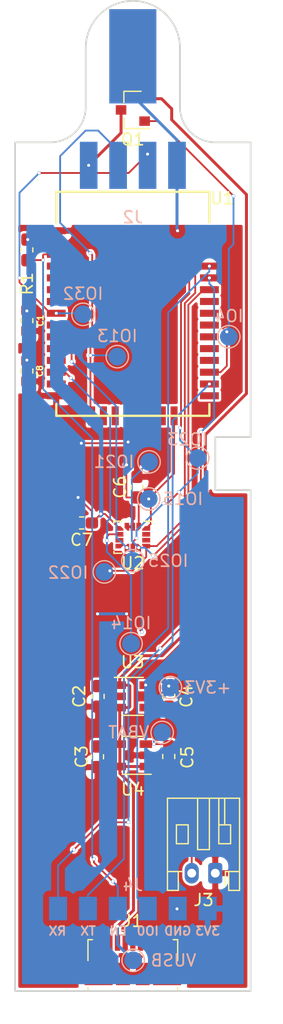
<source format=kicad_pcb>
(kicad_pcb (version 20171130) (host pcbnew 5.1.2-f72e74a~84~ubuntu19.04.1)

  (general
    (thickness 1.6)
    (drawings 20)
    (tracks 282)
    (zones 0)
    (modules 30)
    (nets 48)
  )

  (page A4)
  (layers
    (0 F.Cu signal)
    (31 B.Cu signal)
    (32 B.Adhes user)
    (33 F.Adhes user)
    (34 B.Paste user)
    (35 F.Paste user)
    (36 B.SilkS user)
    (37 F.SilkS user)
    (38 B.Mask user)
    (39 F.Mask user)
    (40 Dwgs.User user)
    (41 Cmts.User user)
    (42 Eco1.User user)
    (43 Eco2.User user)
    (44 Edge.Cuts user)
    (45 Margin user)
    (46 B.CrtYd user)
    (47 F.CrtYd user)
    (48 B.Fab user)
    (49 F.Fab user)
  )

  (setup
    (last_trace_width 0.1524)
    (user_trace_width 0.2)
    (user_trace_width 0.25)
    (trace_clearance 0.1524)
    (zone_clearance 0.2)
    (zone_45_only no)
    (trace_min 0.1524)
    (via_size 0.3)
    (via_drill 0.254)
    (via_min_size 0.3)
    (via_min_drill 0.254)
    (uvia_size 0.3)
    (uvia_drill 0.1)
    (uvias_allowed no)
    (uvia_min_size 0.2)
    (uvia_min_drill 0.1)
    (edge_width 0.15)
    (segment_width 0.2)
    (pcb_text_width 0.3)
    (pcb_text_size 1.5 1.5)
    (mod_edge_width 0.15)
    (mod_text_size 1 1)
    (mod_text_width 0.15)
    (pad_size 1.524 1.524)
    (pad_drill 0.762)
    (pad_to_mask_clearance 0.051)
    (solder_mask_min_width 0.25)
    (aux_axis_origin 0 0)
    (visible_elements 7FFFFFFF)
    (pcbplotparams
      (layerselection 0x010fc_ffffffff)
      (usegerberextensions false)
      (usegerberattributes false)
      (usegerberadvancedattributes false)
      (creategerberjobfile false)
      (excludeedgelayer true)
      (linewidth 0.100000)
      (plotframeref false)
      (viasonmask false)
      (mode 1)
      (useauxorigin false)
      (hpglpennumber 1)
      (hpglpenspeed 20)
      (hpglpendiameter 15.000000)
      (psnegative false)
      (psa4output false)
      (plotreference true)
      (plotvalue true)
      (plotinvisibletext false)
      (padsonsilk false)
      (subtractmaskfromsilk false)
      (outputformat 1)
      (mirror false)
      (drillshape 1)
      (scaleselection 1)
      (outputdirectory ""))
  )

  (net 0 "")
  (net 1 GND)
  (net 2 "Net-(U1-Pad32)")
  (net 3 "Net-(U1-Pad28)")
  (net 4 "Net-(U1-Pad27)")
  (net 5 "Net-(U1-Pad24)")
  (net 6 "Net-(U1-Pad17)")
  (net 7 "Net-(U1-Pad18)")
  (net 8 "Net-(U1-Pad19)")
  (net 9 "Net-(U1-Pad20)")
  (net 10 "Net-(U1-Pad21)")
  (net 11 "Net-(U1-Pad22)")
  (net 12 +3V3)
  (net 13 "Net-(U1-Pad9)")
  (net 14 "Net-(U1-Pad11)")
  (net 15 "Net-(J2-Pad3)")
  (net 16 "Net-(U1-Pad6)")
  (net 17 "Net-(U1-Pad5)")
  (net 18 "Net-(U1-Pad4)")
  (net 19 "Net-(U1-Pad7)")
  (net 20 "Net-(U1-Pad12)")
  (net 21 "Net-(J2-Pad4)")
  (net 22 "Net-(U3-Pad4)")
  (net 23 "Net-(C5-Pad1)")
  (net 24 "Net-(U2-Pad2)")
  (net 25 "Net-(U2-Pad3)")
  (net 26 "Net-(J1-Pad2)")
  (net 27 "Net-(J1-Pad3)")
  (net 28 "Net-(J1-Pad4)")
  (net 29 "Net-(Q1-Pad1)")
  (net 30 IO32)
  (net 31 IO21)
  (net 32 IO23)
  (net 33 IO22)
  (net 34 IO25)
  (net 35 RX)
  (net 36 TX)
  (net 37 EN)
  (net 38 IO0)
  (net 39 "Net-(TP4-Pad1)")
  (net 40 "Net-(TP5-Pad1)")
  (net 41 "Net-(U2-Pad11)")
  (net 42 "Net-(U2-Pad10)")
  (net 43 VUSB)
  (net 44 "Net-(U1-Pad29)")
  (net 45 "Net-(U1-Pad14)")
  (net 46 "Net-(U1-Pad31)")
  (net 47 "Net-(U1-Pad30)")

  (net_class Default "This is the default net class."
    (clearance 0.1524)
    (trace_width 0.1524)
    (via_dia 0.3)
    (via_drill 0.254)
    (uvia_dia 0.3)
    (uvia_drill 0.1)
    (add_net +3V3)
    (add_net EN)
    (add_net GND)
    (add_net IO0)
    (add_net IO21)
    (add_net IO22)
    (add_net IO23)
    (add_net IO25)
    (add_net IO32)
    (add_net "Net-(C5-Pad1)")
    (add_net "Net-(J1-Pad2)")
    (add_net "Net-(J1-Pad3)")
    (add_net "Net-(J1-Pad4)")
    (add_net "Net-(J2-Pad3)")
    (add_net "Net-(J2-Pad4)")
    (add_net "Net-(Q1-Pad1)")
    (add_net "Net-(TP4-Pad1)")
    (add_net "Net-(TP5-Pad1)")
    (add_net "Net-(U1-Pad11)")
    (add_net "Net-(U1-Pad12)")
    (add_net "Net-(U1-Pad14)")
    (add_net "Net-(U1-Pad17)")
    (add_net "Net-(U1-Pad18)")
    (add_net "Net-(U1-Pad19)")
    (add_net "Net-(U1-Pad20)")
    (add_net "Net-(U1-Pad21)")
    (add_net "Net-(U1-Pad22)")
    (add_net "Net-(U1-Pad24)")
    (add_net "Net-(U1-Pad27)")
    (add_net "Net-(U1-Pad28)")
    (add_net "Net-(U1-Pad29)")
    (add_net "Net-(U1-Pad30)")
    (add_net "Net-(U1-Pad31)")
    (add_net "Net-(U1-Pad32)")
    (add_net "Net-(U1-Pad4)")
    (add_net "Net-(U1-Pad5)")
    (add_net "Net-(U1-Pad6)")
    (add_net "Net-(U1-Pad7)")
    (add_net "Net-(U1-Pad9)")
    (add_net "Net-(U2-Pad10)")
    (add_net "Net-(U2-Pad11)")
    (add_net "Net-(U2-Pad2)")
    (add_net "Net-(U2-Pad3)")
    (add_net "Net-(U3-Pad4)")
    (add_net RX)
    (add_net TX)
    (add_net VUSB)
  )

  (net_class regular ""
    (clearance 0.2)
    (trace_width 0.2)
    (via_dia 0.3)
    (via_drill 0.254)
    (uvia_dia 0.3)
    (uvia_drill 0.1)
  )

  (module Package_LGA:LGA-14_3x2.5mm_P0.5mm_LayoutBorder3x4y (layer F.Cu) (tedit 5AFC1041) (tstamp 5CF9EE47)
    (at 169 89.5 180)
    (descr "LGA, 14 Pin (http://www.st.com/resource/en/datasheet/lsm6ds3.pdf), generated with kicad-footprint-generator ipc_lga_layoutBorder_generator.py")
    (tags "LGA LGA")
    (path /5CF9B3B2)
    (attr smd)
    (fp_text reference U2 (at 0 -2.2) (layer F.SilkS)
      (effects (font (size 1 1) (thickness 0.15)))
    )
    (fp_text value LSM6DS3 (at 0 2.2) (layer F.Fab)
      (effects (font (size 1 1) (thickness 0.15)))
    )
    (fp_text user %R (at 0 0) (layer F.Fab)
      (effects (font (size 0.75 0.75) (thickness 0.11)))
    )
    (fp_line (start 1.75 -1.5) (end -1.75 -1.5) (layer F.CrtYd) (width 0.05))
    (fp_line (start 1.75 1.5) (end 1.75 -1.5) (layer F.CrtYd) (width 0.05))
    (fp_line (start -1.75 1.5) (end 1.75 1.5) (layer F.CrtYd) (width 0.05))
    (fp_line (start -1.75 -1.5) (end -1.75 1.5) (layer F.CrtYd) (width 0.05))
    (fp_line (start -1.5 -0.5) (end -0.75 -1.25) (layer F.Fab) (width 0.1))
    (fp_line (start -1.5 1.25) (end -1.5 -0.5) (layer F.Fab) (width 0.1))
    (fp_line (start 1.5 1.25) (end -1.5 1.25) (layer F.Fab) (width 0.1))
    (fp_line (start 1.5 -1.25) (end 1.5 1.25) (layer F.Fab) (width 0.1))
    (fp_line (start -0.75 -1.25) (end 1.5 -1.25) (layer F.Fab) (width 0.1))
    (fp_line (start 1.61 1.36) (end 1.61 1.21) (layer F.SilkS) (width 0.12))
    (fp_line (start 0.96 1.36) (end 1.61 1.36) (layer F.SilkS) (width 0.12))
    (fp_line (start -1.61 1.36) (end -1.61 1.21) (layer F.SilkS) (width 0.12))
    (fp_line (start -0.96 1.36) (end -1.61 1.36) (layer F.SilkS) (width 0.12))
    (fp_line (start 1.61 -1.36) (end 1.61 -1.21) (layer F.SilkS) (width 0.12))
    (fp_line (start 0.96 -1.36) (end 1.61 -1.36) (layer F.SilkS) (width 0.12))
    (pad 14 smd custom (at -0.5 -0.8875 180) (size 0.4 0.4) (layers F.Cu F.Paste F.Mask)
      (net 31 IO21)
      (options (clearance outline) (anchor circle))
      (primitives
        (gr_poly (pts
           (xy -0.2 -0.3375) (xy 0.2 -0.3375) (xy 0.2 0.3375) (xy 0.05 0.3375) (xy -0.2 0.0875)
) (width 0))
      ))
    (pad 13 smd rect (at 0 -0.8875 180) (size 0.4 0.675) (layers F.Cu F.Paste F.Mask)
      (net 32 IO23))
    (pad 12 smd custom (at 0.5 -0.8875 180) (size 0.4 0.4) (layers F.Cu F.Paste F.Mask)
      (net 34 IO25)
      (options (clearance outline) (anchor circle))
      (primitives
        (gr_poly (pts
           (xy -0.2 -0.3375) (xy 0.2 -0.3375) (xy 0.2 0.0875) (xy -0.05 0.3375) (xy -0.2 0.3375)
) (width 0))
      ))
    (pad 11 smd custom (at 1.1375 -0.75 180) (size 0.4 0.4) (layers F.Cu F.Paste F.Mask)
      (net 41 "Net-(U2-Pad11)")
      (options (clearance outline) (anchor circle))
      (primitives
        (gr_poly (pts
           (xy -0.3375 0.05) (xy -0.0875 -0.2) (xy 0.3375 -0.2) (xy 0.3375 0.2) (xy -0.3375 0.2)
) (width 0))
      ))
    (pad 10 smd rect (at 1.1375 -0.25 180) (size 0.675 0.4) (layers F.Cu F.Paste F.Mask)
      (net 42 "Net-(U2-Pad10)"))
    (pad 9 smd rect (at 1.1375 0.25 180) (size 0.675 0.4) (layers F.Cu F.Paste F.Mask)
      (net 40 "Net-(TP5-Pad1)"))
    (pad 8 smd custom (at 1.1375 0.75 180) (size 0.4 0.4) (layers F.Cu F.Paste F.Mask)
      (net 12 +3V3)
      (options (clearance outline) (anchor circle))
      (primitives
        (gr_poly (pts
           (xy -0.3375 -0.2) (xy 0.3375 -0.2) (xy 0.3375 0.2) (xy -0.0875 0.2) (xy -0.3375 -0.05)
) (width 0))
      ))
    (pad 7 smd custom (at 0.5 0.8875 180) (size 0.4 0.4) (layers F.Cu F.Paste F.Mask)
      (net 1 GND)
      (options (clearance outline) (anchor circle))
      (primitives
        (gr_poly (pts
           (xy -0.2 -0.3375) (xy -0.05 -0.3375) (xy 0.2 -0.0875) (xy 0.2 0.3375) (xy -0.2 0.3375)
) (width 0))
      ))
    (pad 6 smd rect (at 0 0.8875 180) (size 0.4 0.675) (layers F.Cu F.Paste F.Mask)
      (net 1 GND))
    (pad 5 smd custom (at -0.5 0.8875 180) (size 0.4 0.4) (layers F.Cu F.Paste F.Mask)
      (net 12 +3V3)
      (options (clearance outline) (anchor circle))
      (primitives
        (gr_poly (pts
           (xy -0.2 -0.0875) (xy 0.05 -0.3375) (xy 0.2 -0.3375) (xy 0.2 0.3375) (xy -0.2 0.3375)
) (width 0))
      ))
    (pad 4 smd custom (at -1.1375 0.75 180) (size 0.4 0.4) (layers F.Cu F.Paste F.Mask)
      (net 39 "Net-(TP4-Pad1)")
      (options (clearance outline) (anchor circle))
      (primitives
        (gr_poly (pts
           (xy -0.3375 -0.2) (xy 0.3375 -0.2) (xy 0.3375 -0.05) (xy 0.0875 0.2) (xy -0.3375 0.2)
) (width 0))
      ))
    (pad 3 smd rect (at -1.1375 0.25 180) (size 0.675 0.4) (layers F.Cu F.Paste F.Mask)
      (net 25 "Net-(U2-Pad3)"))
    (pad 2 smd rect (at -1.1375 -0.25 180) (size 0.675 0.4) (layers F.Cu F.Paste F.Mask)
      (net 24 "Net-(U2-Pad2)"))
    (pad 1 smd custom (at -1.1375 -0.75 180) (size 0.4 0.4) (layers F.Cu F.Paste F.Mask)
      (net 33 IO22)
      (options (clearance outline) (anchor circle))
      (primitives
        (gr_poly (pts
           (xy -0.3375 -0.2) (xy 0.0875 -0.2) (xy 0.3375 0.05) (xy 0.3375 0.2) (xy -0.3375 0.2)
) (width 0))
      ))
    (model ${KISYS3DMOD}/Package_LGA.3dshapes/LGA-14_3x2.5mm_P0.5mm_LayoutBorder3x4y.wrl
      (at (xyz 0 0 0))
      (scale (xyz 1 1 1))
      (rotate (xyz 0 0 0))
    )
  )

  (module Capacitor_SMD:C_0603_1608Metric_Pad1.05x0.95mm_HandSolder (layer F.Cu) (tedit 5B301BBE) (tstamp 5CFAC593)
    (at 160 75.4 270)
    (descr "Capacitor SMD 0603 (1608 Metric), square (rectangular) end terminal, IPC_7351 nominal with elongated pad for handsoldering. (Body size source: http://www.tortai-tech.com/upload/download/2011102023233369053.pdf), generated with kicad-footprint-generator")
    (tags "capacitor handsolder")
    (path /5D07F0DF)
    (attr smd)
    (fp_text reference C8 (at 0 -1.1 90) (layer F.SilkS)
      (effects (font (size 0.5 0.5) (thickness 0.125)))
    )
    (fp_text value 100n (at 0 1.43 90) (layer F.Fab)
      (effects (font (size 1 1) (thickness 0.15)))
    )
    (fp_text user %R (at 0 0 90) (layer F.Fab)
      (effects (font (size 0.4 0.4) (thickness 0.06)))
    )
    (fp_line (start 1.65 0.73) (end -1.65 0.73) (layer F.CrtYd) (width 0.05))
    (fp_line (start 1.65 -0.73) (end 1.65 0.73) (layer F.CrtYd) (width 0.05))
    (fp_line (start -1.65 -0.73) (end 1.65 -0.73) (layer F.CrtYd) (width 0.05))
    (fp_line (start -1.65 0.73) (end -1.65 -0.73) (layer F.CrtYd) (width 0.05))
    (fp_line (start -0.171267 0.51) (end 0.171267 0.51) (layer F.SilkS) (width 0.12))
    (fp_line (start -0.171267 -0.51) (end 0.171267 -0.51) (layer F.SilkS) (width 0.12))
    (fp_line (start 0.8 0.4) (end -0.8 0.4) (layer F.Fab) (width 0.1))
    (fp_line (start 0.8 -0.4) (end 0.8 0.4) (layer F.Fab) (width 0.1))
    (fp_line (start -0.8 -0.4) (end 0.8 -0.4) (layer F.Fab) (width 0.1))
    (fp_line (start -0.8 0.4) (end -0.8 -0.4) (layer F.Fab) (width 0.1))
    (pad 2 smd roundrect (at 0.875 0 270) (size 1.05 0.95) (layers F.Cu F.Paste F.Mask) (roundrect_rratio 0.25)
      (net 1 GND))
    (pad 1 smd roundrect (at -0.875 0 270) (size 1.05 0.95) (layers F.Cu F.Paste F.Mask) (roundrect_rratio 0.25)
      (net 12 +3V3))
    (model ${KISYS3DMOD}/Capacitor_SMD.3dshapes/C_0603_1608Metric.wrl
      (at (xyz 0 0 0))
      (scale (xyz 1 1 1))
      (rotate (xyz 0 0 0))
    )
  )

  (module Capacitor_SMD:C_0603_1608Metric_Pad1.05x0.95mm_HandSolder (layer F.Cu) (tedit 5B301BBE) (tstamp 5CFABCC4)
    (at 164.65 88.29 180)
    (descr "Capacitor SMD 0603 (1608 Metric), square (rectangular) end terminal, IPC_7351 nominal with elongated pad for handsoldering. (Body size source: http://www.tortai-tech.com/upload/download/2011102023233369053.pdf), generated with kicad-footprint-generator")
    (tags "capacitor handsolder")
    (path /5D0535B6)
    (attr smd)
    (fp_text reference C7 (at 0 -1.43) (layer F.SilkS)
      (effects (font (size 1 1) (thickness 0.15)))
    )
    (fp_text value 100n (at 0 1.43) (layer F.Fab)
      (effects (font (size 1 1) (thickness 0.15)))
    )
    (fp_text user %R (at 0 0) (layer F.Fab)
      (effects (font (size 0.4 0.4) (thickness 0.06)))
    )
    (fp_line (start 1.65 0.73) (end -1.65 0.73) (layer F.CrtYd) (width 0.05))
    (fp_line (start 1.65 -0.73) (end 1.65 0.73) (layer F.CrtYd) (width 0.05))
    (fp_line (start -1.65 -0.73) (end 1.65 -0.73) (layer F.CrtYd) (width 0.05))
    (fp_line (start -1.65 0.73) (end -1.65 -0.73) (layer F.CrtYd) (width 0.05))
    (fp_line (start -0.171267 0.51) (end 0.171267 0.51) (layer F.SilkS) (width 0.12))
    (fp_line (start -0.171267 -0.51) (end 0.171267 -0.51) (layer F.SilkS) (width 0.12))
    (fp_line (start 0.8 0.4) (end -0.8 0.4) (layer F.Fab) (width 0.1))
    (fp_line (start 0.8 -0.4) (end 0.8 0.4) (layer F.Fab) (width 0.1))
    (fp_line (start -0.8 -0.4) (end 0.8 -0.4) (layer F.Fab) (width 0.1))
    (fp_line (start -0.8 0.4) (end -0.8 -0.4) (layer F.Fab) (width 0.1))
    (pad 2 smd roundrect (at 0.875 0 180) (size 1.05 0.95) (layers F.Cu F.Paste F.Mask) (roundrect_rratio 0.25)
      (net 1 GND))
    (pad 1 smd roundrect (at -0.875 0 180) (size 1.05 0.95) (layers F.Cu F.Paste F.Mask) (roundrect_rratio 0.25)
      (net 12 +3V3))
    (model ${KISYS3DMOD}/Capacitor_SMD.3dshapes/C_0603_1608Metric.wrl
      (at (xyz 0 0 0))
      (scale (xyz 1 1 1))
      (rotate (xyz 0 0 0))
    )
  )

  (module Capacitor_SMD:C_0603_1608Metric_Pad1.05x0.95mm_HandSolder (layer F.Cu) (tedit 5B301BBE) (tstamp 5CFABCB3)
    (at 169.35 85.25 90)
    (descr "Capacitor SMD 0603 (1608 Metric), square (rectangular) end terminal, IPC_7351 nominal with elongated pad for handsoldering. (Body size source: http://www.tortai-tech.com/upload/download/2011102023233369053.pdf), generated with kicad-footprint-generator")
    (tags "capacitor handsolder")
    (path /5D066317)
    (attr smd)
    (fp_text reference C6 (at 0 -1.43 90) (layer F.SilkS)
      (effects (font (size 1 1) (thickness 0.15)))
    )
    (fp_text value 100n (at 0 1.43 90) (layer F.Fab)
      (effects (font (size 1 1) (thickness 0.15)))
    )
    (fp_text user %R (at 0 0 90) (layer F.Fab)
      (effects (font (size 0.4 0.4) (thickness 0.06)))
    )
    (fp_line (start 1.65 0.73) (end -1.65 0.73) (layer F.CrtYd) (width 0.05))
    (fp_line (start 1.65 -0.73) (end 1.65 0.73) (layer F.CrtYd) (width 0.05))
    (fp_line (start -1.65 -0.73) (end 1.65 -0.73) (layer F.CrtYd) (width 0.05))
    (fp_line (start -1.65 0.73) (end -1.65 -0.73) (layer F.CrtYd) (width 0.05))
    (fp_line (start -0.171267 0.51) (end 0.171267 0.51) (layer F.SilkS) (width 0.12))
    (fp_line (start -0.171267 -0.51) (end 0.171267 -0.51) (layer F.SilkS) (width 0.12))
    (fp_line (start 0.8 0.4) (end -0.8 0.4) (layer F.Fab) (width 0.1))
    (fp_line (start 0.8 -0.4) (end 0.8 0.4) (layer F.Fab) (width 0.1))
    (fp_line (start -0.8 -0.4) (end 0.8 -0.4) (layer F.Fab) (width 0.1))
    (fp_line (start -0.8 0.4) (end -0.8 -0.4) (layer F.Fab) (width 0.1))
    (pad 2 smd roundrect (at 0.875 0 90) (size 1.05 0.95) (layers F.Cu F.Paste F.Mask) (roundrect_rratio 0.25)
      (net 1 GND))
    (pad 1 smd roundrect (at -0.875 0 90) (size 1.05 0.95) (layers F.Cu F.Paste F.Mask) (roundrect_rratio 0.25)
      (net 12 +3V3))
    (model ${KISYS3DMOD}/Capacitor_SMD.3dshapes/C_0603_1608Metric.wrl
      (at (xyz 0 0 0))
      (scale (xyz 1 1 1))
      (rotate (xyz 0 0 0))
    )
  )

  (module TestPoint:TestPoint_Pad_D1.5mm (layer B.Cu) (tedit 5A0F774F) (tstamp 5CFC300B)
    (at 168.85 98.53)
    (descr "SMD pad as test Point, diameter 1.5mm")
    (tags "test point SMD pad")
    (path /5CEFFC0C)
    (attr virtual)
    (fp_text reference TP5 (at 0 1.648) (layer B.Fab)
      (effects (font (size 1 1) (thickness 0.15)) (justify mirror))
    )
    (fp_text value IO14 (at 0 -1.75) (layer B.SilkS)
      (effects (font (size 1 1) (thickness 0.15)) (justify mirror))
    )
    (fp_circle (center 0 0) (end 0 -0.95) (layer B.SilkS) (width 0.12))
    (fp_circle (center 0 0) (end 1.25 0) (layer B.CrtYd) (width 0.05))
    (fp_text user %R (at 0 1.65) (layer B.Fab)
      (effects (font (size 1 1) (thickness 0.15)) (justify mirror))
    )
    (pad 1 smd circle (at 0 0) (size 1.5 1.5) (layers B.Cu B.Mask)
      (net 40 "Net-(TP5-Pad1)"))
  )

  (module magic-wand:rod_connector (layer B.Cu) (tedit 5CF9D111) (tstamp 5CF9EE75)
    (at 169 56.2 180)
    (descr "Through hole straight pin header, 1x04, 2.54mm pitch, single row")
    (tags "Through hole pin header THT 1x04 2.54mm single row")
    (path /5CEDDA1C)
    (fp_text reference J2 (at 0 -6.15) (layer B.SilkS)
      (effects (font (size 1 1) (thickness 0.15)) (justify mirror))
    )
    (fp_text value LEDS (at 0 -4.7) (layer B.Fab)
      (effects (font (size 1 1) (thickness 0.15)) (justify mirror))
    )
    (pad 1 smd rect (at 0 7.5 180) (size 4 8) (layers B.Cu B.Paste B.Mask)
      (net 1 GND))
    (pad 1 smd rect (at -3.75 -1.75 180) (size 1.5 4) (layers B.Cu B.Paste B.Mask)
      (net 1 GND))
    (pad 2 smd rect (at -1.25 -1.75 180) (size 1.5 4) (layers B.Cu B.Paste B.Mask)
      (net 30 IO32))
    (pad 3 smd rect (at 1.25 -1.75 180) (size 1.5 4) (layers B.Cu B.Paste B.Mask)
      (net 15 "Net-(J2-Pad3)"))
    (pad 4 smd rect (at 3.75 -1.75 180) (size 1.5 4) (layers B.Cu B.Paste B.Mask)
      (net 21 "Net-(J2-Pad4)"))
  )

  (module TestPoint:TestPoint_Pad_D1.5mm (layer B.Cu) (tedit 5A0F774F) (tstamp 5CFC3027)
    (at 177.15 72.49)
    (descr "SMD pad as test Point, diameter 1.5mm")
    (tags "test point SMD pad")
    (path /5CF0B5E0)
    (attr virtual)
    (fp_text reference TP3 (at 0 1.648) (layer B.Fab)
      (effects (font (size 1 1) (thickness 0.15)) (justify mirror))
    )
    (fp_text value IO4 (at 0 -1.75) (layer B.SilkS)
      (effects (font (size 1 1) (thickness 0.15)) (justify mirror))
    )
    (fp_circle (center 0 0) (end 0 -0.95) (layer B.SilkS) (width 0.12))
    (fp_circle (center 0 0) (end 1.25 0) (layer B.CrtYd) (width 0.05))
    (fp_text user %R (at 0 1.65) (layer B.Fab)
      (effects (font (size 1 1) (thickness 0.15)) (justify mirror))
    )
    (pad 1 smd circle (at 0 0) (size 1.5 1.5) (layers B.Cu B.Mask)
      (net 29 "Net-(Q1-Pad1)"))
  )

  (module TestPoint:TestPoint_Pad_D1.5mm (layer B.Cu) (tedit 5A0F774F) (tstamp 5CF9ED26)
    (at 166.58 92.44)
    (descr "SMD pad as test Point, diameter 1.5mm")
    (tags "test point SMD pad")
    (path /5CEF7115)
    (attr virtual)
    (fp_text reference TP8 (at 0 1.648) (layer B.Fab)
      (effects (font (size 1 1) (thickness 0.15)) (justify mirror))
    )
    (fp_text value IO22 (at -3.08 0.06) (layer B.SilkS)
      (effects (font (size 1 1) (thickness 0.15)) (justify mirror))
    )
    (fp_text user %R (at 0 1.65) (layer B.Fab)
      (effects (font (size 1 1) (thickness 0.15)) (justify mirror))
    )
    (fp_circle (center 0 0) (end 1.25 0) (layer B.CrtYd) (width 0.05))
    (fp_circle (center 0 0) (end 0 -0.95) (layer B.SilkS) (width 0.12))
    (pad 1 smd circle (at 0 0) (size 1.5 1.5) (layers B.Cu B.Mask)
      (net 33 IO22))
  )

  (module TestPoint:TestPoint_Pad_D1.5mm (layer B.Cu) (tedit 5A0F774F) (tstamp 5CFC3019)
    (at 170.38 83.11)
    (descr "SMD pad as test Point, diameter 1.5mm")
    (tags "test point SMD pad")
    (path /5CEF70D7)
    (attr virtual)
    (fp_text reference TP7 (at 0 1.648) (layer B.Fab)
      (effects (font (size 1 1) (thickness 0.15)) (justify mirror))
    )
    (fp_text value IO21 (at -2.98 -0.01) (layer B.SilkS)
      (effects (font (size 1 1) (thickness 0.15)) (justify mirror))
    )
    (fp_circle (center 0 0) (end 0 -0.95) (layer B.SilkS) (width 0.12))
    (fp_circle (center 0 0) (end 1.25 0) (layer B.CrtYd) (width 0.05))
    (fp_text user %R (at 0 1.65) (layer B.Fab)
      (effects (font (size 1 1) (thickness 0.15)) (justify mirror))
    )
    (pad 1 smd circle (at 0 0) (size 1.5 1.5) (layers B.Cu B.Mask)
      (net 31 IO21))
  )

  (module TestPoint:TestPoint_Pad_D1.5mm (layer B.Cu) (tedit 5A0F774F) (tstamp 5CFC3012)
    (at 169 91.5)
    (descr "SMD pad as test Point, diameter 1.5mm")
    (tags "test point SMD pad")
    (path /5CEF6FB4)
    (attr virtual)
    (fp_text reference TP6 (at 0 1.648) (layer B.Fab)
      (effects (font (size 1 1) (thickness 0.15)) (justify mirror))
    )
    (fp_text value IO25 (at 3 0) (layer B.SilkS)
      (effects (font (size 1 1) (thickness 0.15)) (justify mirror))
    )
    (fp_text user %R (at 0 1.65) (layer B.Fab)
      (effects (font (size 1 1) (thickness 0.15)) (justify mirror))
    )
    (fp_circle (center 0 0) (end 1.25 0) (layer B.CrtYd) (width 0.05))
    (fp_circle (center 0 0) (end 0 -0.95) (layer B.SilkS) (width 0.12))
    (pad 1 smd circle (at 0 0) (size 1.5 1.5) (layers B.Cu B.Mask)
      (net 34 IO25))
  )

  (module TestPoint:TestPoint_Pad_D1.5mm (layer B.Cu) (tedit 5A0F774F) (tstamp 5CFC3004)
    (at 170.35 86.25)
    (descr "SMD pad as test Point, diameter 1.5mm")
    (tags "test point SMD pad")
    (path /5CF02D8C)
    (attr virtual)
    (fp_text reference TP4 (at 0 1.648) (layer B.Fab)
      (effects (font (size 1 1) (thickness 0.15)) (justify mirror))
    )
    (fp_text value IO15 (at 2.9 0) (layer B.SilkS)
      (effects (font (size 1 1) (thickness 0.15)) (justify mirror))
    )
    (fp_text user %R (at 0 1.65) (layer B.Fab)
      (effects (font (size 1 1) (thickness 0.15)) (justify mirror))
    )
    (fp_circle (center 0 0) (end 1.25 0) (layer B.CrtYd) (width 0.05))
    (fp_circle (center 0 0) (end 0 -0.95) (layer B.SilkS) (width 0.12))
    (pad 1 smd circle (at 0 0) (size 1.5 1.5) (layers B.Cu B.Mask)
      (net 39 "Net-(TP4-Pad1)"))
  )

  (module TestPoint:TestPoint_Pad_D1.5mm (layer B.Cu) (tedit 5A0F774F) (tstamp 5CFC2FFD)
    (at 169.03 125.39)
    (descr "SMD pad as test Point, diameter 1.5mm")
    (tags "test point SMD pad")
    (path /5CF02E42)
    (attr virtual)
    (fp_text reference TP2 (at 0 1.648) (layer B.Fab)
      (effects (font (size 1 1) (thickness 0.15)) (justify mirror))
    )
    (fp_text value VUSB (at 3.42 0.01) (layer B.SilkS)
      (effects (font (size 1 1) (thickness 0.15)) (justify mirror))
    )
    (fp_text user %R (at 0 1.65) (layer B.Fab)
      (effects (font (size 1 1) (thickness 0.15)) (justify mirror))
    )
    (fp_circle (center 0 0) (end 1.25 0) (layer B.CrtYd) (width 0.05))
    (fp_circle (center 0 0) (end 0 -0.95) (layer B.SilkS) (width 0.12))
    (pad 1 smd circle (at 0 0) (size 1.5 1.5) (layers B.Cu B.Mask)
      (net 43 VUSB))
  )

  (module TestPoint:TestPoint_Pad_D1.5mm (layer B.Cu) (tedit 5A0F774F) (tstamp 5CFC2FF6)
    (at 167.68 74.18)
    (descr "SMD pad as test Point, diameter 1.5mm")
    (tags "test point SMD pad")
    (path /5CF06566)
    (attr virtual)
    (fp_text reference TP1 (at 0 1.648) (layer B.Fab)
      (effects (font (size 1 1) (thickness 0.15)) (justify mirror))
    )
    (fp_text value IO13 (at 0 -1.75) (layer B.SilkS)
      (effects (font (size 1 1) (thickness 0.15)) (justify mirror))
    )
    (fp_text user %R (at 0 1.65) (layer B.Fab)
      (effects (font (size 1 1) (thickness 0.15)) (justify mirror))
    )
    (fp_circle (center 0 0) (end 1.25 0) (layer B.CrtYd) (width 0.05))
    (fp_circle (center 0 0) (end 0 -0.95) (layer B.SilkS) (width 0.12))
    (pad 1 smd circle (at 0 0) (size 1.5 1.5) (layers B.Cu B.Mask)
      (net 15 "Net-(J2-Pad3)"))
  )

  (module TestPoint:TestPoint_Pad_D1.5mm (layer B.Cu) (tedit 5A0F774F) (tstamp 5CFC2FEF)
    (at 174.51 82.78)
    (descr "SMD pad as test Point, diameter 1.5mm")
    (tags "test point SMD pad")
    (path /5CEF7151)
    (attr virtual)
    (fp_text reference TP9 (at 0 1.648) (layer B.Fab)
      (effects (font (size 1 1) (thickness 0.15)) (justify mirror))
    )
    (fp_text value IO23 (at -0.89 -1.58) (layer B.SilkS)
      (effects (font (size 1 1) (thickness 0.15)) (justify mirror))
    )
    (fp_circle (center 0 0) (end 0 -0.95) (layer B.SilkS) (width 0.12))
    (fp_circle (center 0 0) (end 1.25 0) (layer B.CrtYd) (width 0.05))
    (fp_text user %R (at 0 1.65) (layer B.Fab)
      (effects (font (size 1 1) (thickness 0.15)) (justify mirror))
    )
    (pad 1 smd circle (at 0 0) (size 1.5 1.5) (layers B.Cu B.Mask)
      (net 32 IO23))
  )

  (module TestPoint:TestPoint_Pad_D1.5mm (layer B.Cu) (tedit 5A0F774F) (tstamp 5CFC2FE8)
    (at 164.77 70.59)
    (descr "SMD pad as test Point, diameter 1.5mm")
    (tags "test point SMD pad")
    (path /5CF06703)
    (attr virtual)
    (fp_text reference TP10 (at 0 1.648) (layer B.Fab)
      (effects (font (size 1 1) (thickness 0.15)) (justify mirror))
    )
    (fp_text value IO32 (at 0 -1.75) (layer B.SilkS)
      (effects (font (size 1 1) (thickness 0.15)) (justify mirror))
    )
    (fp_text user %R (at 0 1.65) (layer B.Fab)
      (effects (font (size 1 1) (thickness 0.15)) (justify mirror))
    )
    (fp_circle (center 0 0) (end 1.25 0) (layer B.CrtYd) (width 0.05))
    (fp_circle (center 0 0) (end 0 -0.95) (layer B.SilkS) (width 0.12))
    (pad 1 smd circle (at 0 0) (size 1.5 1.5) (layers B.Cu B.Mask)
      (net 30 IO32))
  )

  (module TestPoint:TestPoint_Pad_D1.5mm (layer B.Cu) (tedit 5A0F774F) (tstamp 5CFC2FE1)
    (at 171.49 106.06)
    (descr "SMD pad as test Point, diameter 1.5mm")
    (tags "test point SMD pad")
    (path /5CF0B1D8)
    (attr virtual)
    (fp_text reference TP12 (at 0 1.648) (layer B.Fab)
      (effects (font (size 1 1) (thickness 0.15)) (justify mirror))
    )
    (fp_text value VBAT (at -2.84 -0.01) (layer B.SilkS)
      (effects (font (size 1 1) (thickness 0.15)) (justify mirror))
    )
    (fp_text user %R (at 0 1.65) (layer B.Fab)
      (effects (font (size 1 1) (thickness 0.15)) (justify mirror))
    )
    (fp_circle (center 0 0) (end 1.25 0) (layer B.CrtYd) (width 0.05))
    (fp_circle (center 0 0) (end 0 -0.95) (layer B.SilkS) (width 0.12))
    (pad 1 smd circle (at 0 0) (size 1.5 1.5) (layers B.Cu B.Mask)
      (net 23 "Net-(C5-Pad1)"))
  )

  (module TestPoint:TestPoint_Pad_D1.5mm (layer B.Cu) (tedit 5A0F774F) (tstamp 5CFC2FDA)
    (at 172.19 102.26)
    (descr "SMD pad as test Point, diameter 1.5mm")
    (tags "test point SMD pad")
    (path /5CF0ADE5)
    (attr virtual)
    (fp_text reference TP11 (at 0 1.648) (layer B.Fab)
      (effects (font (size 1 1) (thickness 0.15)) (justify mirror))
    )
    (fp_text value +3V3 (at 3.16 -0.01) (layer B.SilkS)
      (effects (font (size 1 1) (thickness 0.15)) (justify mirror))
    )
    (fp_circle (center 0 0) (end 0 -0.95) (layer B.SilkS) (width 0.12))
    (fp_circle (center 0 0) (end 1.25 0) (layer B.CrtYd) (width 0.05))
    (fp_text user %R (at 0 1.65) (layer B.Fab)
      (effects (font (size 1 1) (thickness 0.15)) (justify mirror))
    )
    (pad 1 smd circle (at 0 0) (size 1.5 1.5) (layers B.Cu B.Mask)
      (net 12 +3V3))
  )

  (module magic-wand:SMD_2.54_CONN_01x06 (layer B.Cu) (tedit 5CECA851) (tstamp 5D28FF6D)
    (at 169 121)
    (path /5CEF2AA0)
    (fp_text reference J4 (at 0 -2) (layer B.SilkS)
      (effects (font (size 1 1) (thickness 0.15)) (justify mirror))
    )
    (fp_text value CONN_PROG (at 0 2.75) (layer B.Fab)
      (effects (font (size 1 1) (thickness 0.15)) (justify mirror))
    )
    (pad 6 smd rect (at 6.35 0) (size 1.524 2) (layers B.Cu B.Paste B.Mask)
      (net 12 +3V3))
    (pad 5 smd rect (at 3.81 0) (size 1.524 2) (layers B.Cu B.Paste B.Mask)
      (net 1 GND))
    (pad 4 smd rect (at 1.27 0) (size 1.524 2) (layers B.Cu B.Paste B.Mask)
      (net 38 IO0))
    (pad 3 smd rect (at -1.27 0) (size 1.524 2) (layers B.Cu B.Paste B.Mask)
      (net 37 EN))
    (pad 2 smd rect (at -3.81 0) (size 1.524 2) (layers B.Cu B.Paste B.Mask)
      (net 36 TX))
    (pad 1 smd rect (at -6.35 0) (size 1.524 2) (layers B.Cu B.Paste B.Mask)
      (net 35 RX))
  )

  (module Package_TO_SOT_SMD:SOT-23 (layer F.Cu) (tedit 5A02FF57) (tstamp 5D05EC3C)
    (at 169 53.25 180)
    (descr "SOT-23, Standard")
    (tags SOT-23)
    (path /5CEC9F4B)
    (attr smd)
    (fp_text reference Q1 (at 0 -2.5 180) (layer F.SilkS)
      (effects (font (size 1 1) (thickness 0.15)))
    )
    (fp_text value BSS138 (at 0 2.5 180) (layer F.Fab)
      (effects (font (size 1 1) (thickness 0.15)))
    )
    (fp_text user %R (at 0 0) (layer F.Fab)
      (effects (font (size 0.5 0.5) (thickness 0.075)))
    )
    (fp_line (start -0.7 -0.95) (end -0.7 1.5) (layer F.Fab) (width 0.1))
    (fp_line (start -0.15 -1.52) (end 0.7 -1.52) (layer F.Fab) (width 0.1))
    (fp_line (start -0.7 -0.95) (end -0.15 -1.52) (layer F.Fab) (width 0.1))
    (fp_line (start 0.7 -1.52) (end 0.7 1.52) (layer F.Fab) (width 0.1))
    (fp_line (start -0.7 1.52) (end 0.7 1.52) (layer F.Fab) (width 0.1))
    (fp_line (start 0.76 1.58) (end 0.76 0.65) (layer F.SilkS) (width 0.12))
    (fp_line (start 0.76 -1.58) (end 0.76 -0.65) (layer F.SilkS) (width 0.12))
    (fp_line (start -1.7 -1.75) (end 1.7 -1.75) (layer F.CrtYd) (width 0.05))
    (fp_line (start 1.7 -1.75) (end 1.7 1.75) (layer F.CrtYd) (width 0.05))
    (fp_line (start 1.7 1.75) (end -1.7 1.75) (layer F.CrtYd) (width 0.05))
    (fp_line (start -1.7 1.75) (end -1.7 -1.75) (layer F.CrtYd) (width 0.05))
    (fp_line (start 0.76 -1.58) (end -1.4 -1.58) (layer F.SilkS) (width 0.12))
    (fp_line (start 0.76 1.58) (end -0.7 1.58) (layer F.SilkS) (width 0.12))
    (pad 1 smd rect (at -1 -0.95 180) (size 0.9 0.8) (layers F.Cu F.Paste F.Mask)
      (net 29 "Net-(Q1-Pad1)"))
    (pad 2 smd rect (at -1 0.95 180) (size 0.9 0.8) (layers F.Cu F.Paste F.Mask)
      (net 43 VUSB))
    (pad 3 smd rect (at 1 0 180) (size 0.9 0.8) (layers F.Cu F.Paste F.Mask)
      (net 21 "Net-(J2-Pad4)"))
    (model ${KISYS3DMOD}/Package_TO_SOT_SMD.3dshapes/SOT-23.wrl
      (at (xyz 0 0 0))
      (scale (xyz 1 1 1))
      (rotate (xyz 0 0 0))
    )
  )

  (module Capacitor_SMD:C_0603_1608Metric_Pad1.05x0.95mm_HandSolder (layer F.Cu) (tedit 5B301BBE) (tstamp 5D05E739)
    (at 172.05 108.1 270)
    (descr "Capacitor SMD 0603 (1608 Metric), square (rectangular) end terminal, IPC_7351 nominal with elongated pad for handsoldering. (Body size source: http://www.tortai-tech.com/upload/download/2011102023233369053.pdf), generated with kicad-footprint-generator")
    (tags "capacitor handsolder")
    (path /5CEF30FE)
    (attr smd)
    (fp_text reference C5 (at 0.075 -1.575 90) (layer F.SilkS)
      (effects (font (size 1 1) (thickness 0.15)))
    )
    (fp_text value C (at 0 1.43 90) (layer F.Fab)
      (effects (font (size 1 1) (thickness 0.15)))
    )
    (fp_text user %R (at 0 0 90) (layer F.Fab)
      (effects (font (size 0.4 0.4) (thickness 0.06)))
    )
    (fp_line (start 1.65 0.73) (end -1.65 0.73) (layer F.CrtYd) (width 0.05))
    (fp_line (start 1.65 -0.73) (end 1.65 0.73) (layer F.CrtYd) (width 0.05))
    (fp_line (start -1.65 -0.73) (end 1.65 -0.73) (layer F.CrtYd) (width 0.05))
    (fp_line (start -1.65 0.73) (end -1.65 -0.73) (layer F.CrtYd) (width 0.05))
    (fp_line (start -0.171267 0.51) (end 0.171267 0.51) (layer F.SilkS) (width 0.12))
    (fp_line (start -0.171267 -0.51) (end 0.171267 -0.51) (layer F.SilkS) (width 0.12))
    (fp_line (start 0.8 0.4) (end -0.8 0.4) (layer F.Fab) (width 0.1))
    (fp_line (start 0.8 -0.4) (end 0.8 0.4) (layer F.Fab) (width 0.1))
    (fp_line (start -0.8 -0.4) (end 0.8 -0.4) (layer F.Fab) (width 0.1))
    (fp_line (start -0.8 0.4) (end -0.8 -0.4) (layer F.Fab) (width 0.1))
    (pad 2 smd roundrect (at 0.875 0 270) (size 1.05 0.95) (layers F.Cu F.Paste F.Mask) (roundrect_rratio 0.25)
      (net 1 GND))
    (pad 1 smd roundrect (at -0.875 0 270) (size 1.05 0.95) (layers F.Cu F.Paste F.Mask) (roundrect_rratio 0.25)
      (net 23 "Net-(C5-Pad1)"))
    (model ${KISYS3DMOD}/Capacitor_SMD.3dshapes/C_0603_1608Metric.wrl
      (at (xyz 0 0 0))
      (scale (xyz 1 1 1))
      (rotate (xyz 0 0 0))
    )
  )

  (module Capacitor_SMD:C_0603_1608Metric_Pad1.05x0.95mm_HandSolder (layer F.Cu) (tedit 5B301BBE) (tstamp 5D05F6D9)
    (at 172.05 103 270)
    (descr "Capacitor SMD 0603 (1608 Metric), square (rectangular) end terminal, IPC_7351 nominal with elongated pad for handsoldering. (Body size source: http://www.tortai-tech.com/upload/download/2011102023233369053.pdf), generated with kicad-footprint-generator")
    (tags "capacitor handsolder")
    (path /5CEDE21E)
    (attr smd)
    (fp_text reference C4 (at 0 -1.5 270) (layer F.SilkS)
      (effects (font (size 1 1) (thickness 0.15)))
    )
    (fp_text value C (at 0 1.43 270) (layer F.Fab)
      (effects (font (size 1 1) (thickness 0.15)))
    )
    (fp_line (start -0.8 0.4) (end -0.8 -0.4) (layer F.Fab) (width 0.1))
    (fp_line (start -0.8 -0.4) (end 0.8 -0.4) (layer F.Fab) (width 0.1))
    (fp_line (start 0.8 -0.4) (end 0.8 0.4) (layer F.Fab) (width 0.1))
    (fp_line (start 0.8 0.4) (end -0.8 0.4) (layer F.Fab) (width 0.1))
    (fp_line (start -0.171267 -0.51) (end 0.171267 -0.51) (layer F.SilkS) (width 0.12))
    (fp_line (start -0.171267 0.51) (end 0.171267 0.51) (layer F.SilkS) (width 0.12))
    (fp_line (start -1.65 0.73) (end -1.65 -0.73) (layer F.CrtYd) (width 0.05))
    (fp_line (start -1.65 -0.73) (end 1.65 -0.73) (layer F.CrtYd) (width 0.05))
    (fp_line (start 1.65 -0.73) (end 1.65 0.73) (layer F.CrtYd) (width 0.05))
    (fp_line (start 1.65 0.73) (end -1.65 0.73) (layer F.CrtYd) (width 0.05))
    (fp_text user %R (at 0 0) (layer F.Fab)
      (effects (font (size 0.4 0.4) (thickness 0.06)))
    )
    (pad 1 smd roundrect (at -0.875 0 270) (size 1.05 0.95) (layers F.Cu F.Paste F.Mask) (roundrect_rratio 0.25)
      (net 12 +3V3))
    (pad 2 smd roundrect (at 0.875 0 270) (size 1.05 0.95) (layers F.Cu F.Paste F.Mask) (roundrect_rratio 0.25)
      (net 1 GND))
    (model ${KISYS3DMOD}/Capacitor_SMD.3dshapes/C_0603_1608Metric.wrl
      (at (xyz 0 0 0))
      (scale (xyz 1 1 1))
      (rotate (xyz 0 0 0))
    )
  )

  (module Capacitor_SMD:C_0603_1608Metric_Pad1.05x0.95mm_HandSolder (layer F.Cu) (tedit 5B301BBE) (tstamp 5CFAD388)
    (at 166 108.125 270)
    (descr "Capacitor SMD 0603 (1608 Metric), square (rectangular) end terminal, IPC_7351 nominal with elongated pad for handsoldering. (Body size source: http://www.tortai-tech.com/upload/download/2011102023233369053.pdf), generated with kicad-footprint-generator")
    (tags "capacitor handsolder")
    (path /5CEF1E77)
    (attr smd)
    (fp_text reference C3 (at 0 1.35 270) (layer F.SilkS)
      (effects (font (size 1 1) (thickness 0.15)))
    )
    (fp_text value C (at 0 1.43 270) (layer F.Fab)
      (effects (font (size 1 1) (thickness 0.15)))
    )
    (fp_text user %R (at 0 0 270) (layer F.Fab)
      (effects (font (size 0.4 0.4) (thickness 0.06)))
    )
    (fp_line (start 1.65 0.73) (end -1.65 0.73) (layer F.CrtYd) (width 0.05))
    (fp_line (start 1.65 -0.73) (end 1.65 0.73) (layer F.CrtYd) (width 0.05))
    (fp_line (start -1.65 -0.73) (end 1.65 -0.73) (layer F.CrtYd) (width 0.05))
    (fp_line (start -1.65 0.73) (end -1.65 -0.73) (layer F.CrtYd) (width 0.05))
    (fp_line (start -0.171267 0.51) (end 0.171267 0.51) (layer F.SilkS) (width 0.12))
    (fp_line (start -0.171267 -0.51) (end 0.171267 -0.51) (layer F.SilkS) (width 0.12))
    (fp_line (start 0.8 0.4) (end -0.8 0.4) (layer F.Fab) (width 0.1))
    (fp_line (start 0.8 -0.4) (end 0.8 0.4) (layer F.Fab) (width 0.1))
    (fp_line (start -0.8 -0.4) (end 0.8 -0.4) (layer F.Fab) (width 0.1))
    (fp_line (start -0.8 0.4) (end -0.8 -0.4) (layer F.Fab) (width 0.1))
    (pad 2 smd roundrect (at 0.875 0 270) (size 1.05 0.95) (layers F.Cu F.Paste F.Mask) (roundrect_rratio 0.25)
      (net 1 GND))
    (pad 1 smd roundrect (at -0.875 0 270) (size 1.05 0.95) (layers F.Cu F.Paste F.Mask) (roundrect_rratio 0.25)
      (net 43 VUSB))
    (model ${KISYS3DMOD}/Capacitor_SMD.3dshapes/C_0603_1608Metric.wrl
      (at (xyz 0 0 0))
      (scale (xyz 1 1 1))
      (rotate (xyz 0 0 0))
    )
  )

  (module Capacitor_SMD:C_0603_1608Metric_Pad1.05x0.95mm_HandSolder (layer F.Cu) (tedit 5B301BBE) (tstamp 5D05F6A9)
    (at 166.05 103 270)
    (descr "Capacitor SMD 0603 (1608 Metric), square (rectangular) end terminal, IPC_7351 nominal with elongated pad for handsoldering. (Body size source: http://www.tortai-tech.com/upload/download/2011102023233369053.pdf), generated with kicad-footprint-generator")
    (tags "capacitor handsolder")
    (path /5CEDE01F)
    (attr smd)
    (fp_text reference C2 (at 0 1.6 270) (layer F.SilkS)
      (effects (font (size 1 1) (thickness 0.15)))
    )
    (fp_text value C (at 0 1.43 270) (layer F.Fab)
      (effects (font (size 1 1) (thickness 0.15)))
    )
    (fp_line (start -0.8 0.4) (end -0.8 -0.4) (layer F.Fab) (width 0.1))
    (fp_line (start -0.8 -0.4) (end 0.8 -0.4) (layer F.Fab) (width 0.1))
    (fp_line (start 0.8 -0.4) (end 0.8 0.4) (layer F.Fab) (width 0.1))
    (fp_line (start 0.8 0.4) (end -0.8 0.4) (layer F.Fab) (width 0.1))
    (fp_line (start -0.171267 -0.51) (end 0.171267 -0.51) (layer F.SilkS) (width 0.12))
    (fp_line (start -0.171267 0.51) (end 0.171267 0.51) (layer F.SilkS) (width 0.12))
    (fp_line (start -1.65 0.73) (end -1.65 -0.73) (layer F.CrtYd) (width 0.05))
    (fp_line (start -1.65 -0.73) (end 1.65 -0.73) (layer F.CrtYd) (width 0.05))
    (fp_line (start 1.65 -0.73) (end 1.65 0.73) (layer F.CrtYd) (width 0.05))
    (fp_line (start 1.65 0.73) (end -1.65 0.73) (layer F.CrtYd) (width 0.05))
    (fp_text user %R (at 0 0 270) (layer F.Fab)
      (effects (font (size 0.4 0.4) (thickness 0.06)))
    )
    (pad 1 smd roundrect (at -0.875 0 270) (size 1.05 0.95) (layers F.Cu F.Paste F.Mask) (roundrect_rratio 0.25)
      (net 43 VUSB))
    (pad 2 smd roundrect (at 0.875 0 270) (size 1.05 0.95) (layers F.Cu F.Paste F.Mask) (roundrect_rratio 0.25)
      (net 1 GND))
    (model ${KISYS3DMOD}/Capacitor_SMD.3dshapes/C_0603_1608Metric.wrl
      (at (xyz 0 0 0))
      (scale (xyz 1 1 1))
      (rotate (xyz 0 0 0))
    )
  )

  (module Capacitor_SMD:C_0603_1608Metric_Pad1.05x0.95mm_HandSolder (layer F.Cu) (tedit 5B301BBE) (tstamp 5CFAD513)
    (at 160 71.125 270)
    (descr "Capacitor SMD 0603 (1608 Metric), square (rectangular) end terminal, IPC_7351 nominal with elongated pad for handsoldering. (Body size source: http://www.tortai-tech.com/upload/download/2011102023233369053.pdf), generated with kicad-footprint-generator")
    (tags "capacitor handsolder")
    (path /5CEDF67F)
    (attr smd)
    (fp_text reference C1 (at 0 -1.15 90) (layer F.SilkS)
      (effects (font (size 0.5 0.5) (thickness 0.125)))
    )
    (fp_text value C (at 0 1.43 270) (layer F.Fab)
      (effects (font (size 1 1) (thickness 0.15)))
    )
    (fp_line (start -0.8 0.4) (end -0.8 -0.4) (layer F.Fab) (width 0.1))
    (fp_line (start -0.8 -0.4) (end 0.8 -0.4) (layer F.Fab) (width 0.1))
    (fp_line (start 0.8 -0.4) (end 0.8 0.4) (layer F.Fab) (width 0.1))
    (fp_line (start 0.8 0.4) (end -0.8 0.4) (layer F.Fab) (width 0.1))
    (fp_line (start -0.171267 -0.51) (end 0.171267 -0.51) (layer F.SilkS) (width 0.12))
    (fp_line (start -0.171267 0.51) (end 0.171267 0.51) (layer F.SilkS) (width 0.12))
    (fp_line (start -1.65 0.73) (end -1.65 -0.73) (layer F.CrtYd) (width 0.05))
    (fp_line (start -1.65 -0.73) (end 1.65 -0.73) (layer F.CrtYd) (width 0.05))
    (fp_line (start 1.65 -0.73) (end 1.65 0.73) (layer F.CrtYd) (width 0.05))
    (fp_line (start 1.65 0.73) (end -1.65 0.73) (layer F.CrtYd) (width 0.05))
    (fp_text user %R (at 0 0 270) (layer F.Fab)
      (effects (font (size 0.4 0.4) (thickness 0.06)))
    )
    (pad 1 smd roundrect (at -0.875 0 270) (size 1.05 0.95) (layers F.Cu F.Paste F.Mask) (roundrect_rratio 0.25)
      (net 12 +3V3))
    (pad 2 smd roundrect (at 0.875 0 270) (size 1.05 0.95) (layers F.Cu F.Paste F.Mask) (roundrect_rratio 0.25)
      (net 1 GND))
    (model ${KISYS3DMOD}/Capacitor_SMD.3dshapes/C_0603_1608Metric.wrl
      (at (xyz 0 0 0))
      (scale (xyz 1 1 1))
      (rotate (xyz 0 0 0))
    )
  )

  (module Connector_JST:JST_PH_S2B-PH-K_1x02_P2.00mm_Horizontal (layer F.Cu) (tedit 5B7745C6) (tstamp 5D05E6E4)
    (at 176 118 180)
    (descr "JST PH series connector, S2B-PH-K (http://www.jst-mfg.com/product/pdf/eng/ePH.pdf), generated with kicad-footprint-generator")
    (tags "connector JST PH top entry")
    (path /5CEE7C62)
    (fp_text reference J3 (at 0.99 -2.28 180) (layer F.SilkS)
      (effects (font (size 1 1) (thickness 0.15)))
    )
    (fp_text value Conn_01x02_Male (at 1 7.45 180) (layer F.Fab)
      (effects (font (size 1 1) (thickness 0.15)))
    )
    (fp_text user %R (at 1 2.5 180) (layer F.Fab)
      (effects (font (size 1 1) (thickness 0.15)))
    )
    (fp_line (start 0.5 1.375) (end 0 0.875) (layer F.Fab) (width 0.1))
    (fp_line (start -0.5 1.375) (end 0.5 1.375) (layer F.Fab) (width 0.1))
    (fp_line (start 0 0.875) (end -0.5 1.375) (layer F.Fab) (width 0.1))
    (fp_line (start -0.86 0.14) (end -0.86 -1.075) (layer F.SilkS) (width 0.12))
    (fp_line (start 3.25 0.25) (end -1.25 0.25) (layer F.Fab) (width 0.1))
    (fp_line (start 3.25 -1.35) (end 3.25 0.25) (layer F.Fab) (width 0.1))
    (fp_line (start 3.95 -1.35) (end 3.25 -1.35) (layer F.Fab) (width 0.1))
    (fp_line (start 3.95 6.25) (end 3.95 -1.35) (layer F.Fab) (width 0.1))
    (fp_line (start -1.95 6.25) (end 3.95 6.25) (layer F.Fab) (width 0.1))
    (fp_line (start -1.95 -1.35) (end -1.95 6.25) (layer F.Fab) (width 0.1))
    (fp_line (start -1.25 -1.35) (end -1.95 -1.35) (layer F.Fab) (width 0.1))
    (fp_line (start -1.25 0.25) (end -1.25 -1.35) (layer F.Fab) (width 0.1))
    (fp_line (start 4.45 -1.85) (end -2.45 -1.85) (layer F.CrtYd) (width 0.05))
    (fp_line (start 4.45 6.75) (end 4.45 -1.85) (layer F.CrtYd) (width 0.05))
    (fp_line (start -2.45 6.75) (end 4.45 6.75) (layer F.CrtYd) (width 0.05))
    (fp_line (start -2.45 -1.85) (end -2.45 6.75) (layer F.CrtYd) (width 0.05))
    (fp_line (start -0.8 4.1) (end -0.8 6.36) (layer F.SilkS) (width 0.12))
    (fp_line (start -0.3 4.1) (end -0.3 6.36) (layer F.SilkS) (width 0.12))
    (fp_line (start 2.3 2.5) (end 3.3 2.5) (layer F.SilkS) (width 0.12))
    (fp_line (start 2.3 4.1) (end 2.3 2.5) (layer F.SilkS) (width 0.12))
    (fp_line (start 3.3 4.1) (end 2.3 4.1) (layer F.SilkS) (width 0.12))
    (fp_line (start 3.3 2.5) (end 3.3 4.1) (layer F.SilkS) (width 0.12))
    (fp_line (start -0.3 2.5) (end -1.3 2.5) (layer F.SilkS) (width 0.12))
    (fp_line (start -0.3 4.1) (end -0.3 2.5) (layer F.SilkS) (width 0.12))
    (fp_line (start -1.3 4.1) (end -0.3 4.1) (layer F.SilkS) (width 0.12))
    (fp_line (start -1.3 2.5) (end -1.3 4.1) (layer F.SilkS) (width 0.12))
    (fp_line (start 4.06 0.14) (end 3.14 0.14) (layer F.SilkS) (width 0.12))
    (fp_line (start -2.06 0.14) (end -1.14 0.14) (layer F.SilkS) (width 0.12))
    (fp_line (start 1.5 2) (end 1.5 6.36) (layer F.SilkS) (width 0.12))
    (fp_line (start 0.5 2) (end 1.5 2) (layer F.SilkS) (width 0.12))
    (fp_line (start 0.5 6.36) (end 0.5 2) (layer F.SilkS) (width 0.12))
    (fp_line (start 3.14 0.14) (end 2.86 0.14) (layer F.SilkS) (width 0.12))
    (fp_line (start 3.14 -1.46) (end 3.14 0.14) (layer F.SilkS) (width 0.12))
    (fp_line (start 4.06 -1.46) (end 3.14 -1.46) (layer F.SilkS) (width 0.12))
    (fp_line (start 4.06 6.36) (end 4.06 -1.46) (layer F.SilkS) (width 0.12))
    (fp_line (start -2.06 6.36) (end 4.06 6.36) (layer F.SilkS) (width 0.12))
    (fp_line (start -2.06 -1.46) (end -2.06 6.36) (layer F.SilkS) (width 0.12))
    (fp_line (start -1.14 -1.46) (end -2.06 -1.46) (layer F.SilkS) (width 0.12))
    (fp_line (start -1.14 0.14) (end -1.14 -1.46) (layer F.SilkS) (width 0.12))
    (fp_line (start -0.86 0.14) (end -1.14 0.14) (layer F.SilkS) (width 0.12))
    (pad 2 thru_hole oval (at 2 0 180) (size 1.2 1.75) (drill 0.75) (layers *.Cu *.Mask)
      (net 23 "Net-(C5-Pad1)"))
    (pad 1 thru_hole roundrect (at 0 0 180) (size 1.2 1.75) (drill 0.75) (layers *.Cu *.Mask) (roundrect_rratio 0.208333)
      (net 1 GND))
    (model ${KISYS3DMOD}/Connector_JST.3dshapes/JST_PH_S2B-PH-K_1x02_P2.00mm_Horizontal.wrl
      (at (xyz 0 0 0))
      (scale (xyz 1 1 1))
      (rotate (xyz 0 0 0))
    )
  )

  (module Connector_USB:USB_Micro-B_Molex_47346-0001 (layer F.Cu) (tedit 5A1DC0BD) (tstamp 5D05F116)
    (at 169 125.35)
    (descr "Micro USB B receptable with flange, bottom-mount, SMD, right-angle (http://www.molex.com/pdm_docs/sd/473460001_sd.pdf)")
    (tags "Micro B USB SMD")
    (path /5CEDD29D)
    (attr smd)
    (fp_text reference J1 (at 0 -3.3 180) (layer F.SilkS)
      (effects (font (size 1 1) (thickness 0.15)))
    )
    (fp_text value USB_B_Micro (at 0 4.6 180) (layer F.Fab)
      (effects (font (size 1 1) (thickness 0.15)))
    )
    (fp_line (start -3.25 2.65) (end 3.25 2.65) (layer F.Fab) (width 0.1))
    (fp_line (start -3.81 2.6) (end -3.81 2.34) (layer F.SilkS) (width 0.12))
    (fp_line (start -3.81 0.06) (end -3.81 -1.71) (layer F.SilkS) (width 0.12))
    (fp_line (start -3.81 -1.71) (end -3.43 -1.71) (layer F.SilkS) (width 0.12))
    (fp_line (start 3.81 -1.71) (end 3.81 0.06) (layer F.SilkS) (width 0.12))
    (fp_line (start 3.81 2.34) (end 3.81 2.6) (layer F.SilkS) (width 0.12))
    (fp_line (start -3.75 3.35) (end -3.75 -1.65) (layer F.Fab) (width 0.1))
    (fp_line (start -3.75 -1.65) (end 3.75 -1.65) (layer F.Fab) (width 0.1))
    (fp_line (start 3.75 -1.65) (end 3.75 3.35) (layer F.Fab) (width 0.1))
    (fp_line (start 3.75 3.35) (end -3.75 3.35) (layer F.Fab) (width 0.1))
    (fp_line (start -4.6 3.9) (end -4.6 -2.7) (layer F.CrtYd) (width 0.05))
    (fp_line (start -4.6 -2.7) (end 4.6 -2.7) (layer F.CrtYd) (width 0.05))
    (fp_line (start 4.6 -2.7) (end 4.6 3.9) (layer F.CrtYd) (width 0.05))
    (fp_line (start 4.6 3.9) (end -4.6 3.9) (layer F.CrtYd) (width 0.05))
    (fp_line (start 3.81 -1.71) (end 3.43 -1.71) (layer F.SilkS) (width 0.12))
    (fp_text user %R (at 0 1.2) (layer F.Fab)
      (effects (font (size 1 1) (thickness 0.15)))
    )
    (fp_text user "PCB Edge" (at 0 2.67 180) (layer Dwgs.User)
      (effects (font (size 0.4 0.4) (thickness 0.04)))
    )
    (pad 6 smd rect (at 0.84 1.2) (size 1.175 1.9) (layers F.Cu F.Paste F.Mask)
      (net 1 GND))
    (pad 6 smd rect (at -0.84 1.2) (size 1.175 1.9) (layers F.Cu F.Paste F.Mask)
      (net 1 GND))
    (pad 6 smd rect (at 2.91 1.2) (size 2.375 1.9) (layers F.Cu F.Paste F.Mask)
      (net 1 GND))
    (pad 6 smd rect (at -2.91 1.2) (size 2.375 1.9) (layers F.Cu F.Paste F.Mask)
      (net 1 GND))
    (pad 6 smd rect (at 2.4625 -1.1) (size 1.475 2.1) (layers F.Cu F.Paste F.Mask)
      (net 1 GND))
    (pad 6 smd rect (at -2.4625 -1.1) (size 1.475 2.1) (layers F.Cu F.Paste F.Mask)
      (net 1 GND))
    (pad 5 smd rect (at 1.3 -1.46) (size 0.45 1.38) (layers F.Cu F.Paste F.Mask)
      (net 1 GND))
    (pad 4 smd rect (at 0.65 -1.46) (size 0.45 1.38) (layers F.Cu F.Paste F.Mask)
      (net 28 "Net-(J1-Pad4)"))
    (pad 3 smd rect (at 0 -1.46) (size 0.45 1.38) (layers F.Cu F.Paste F.Mask)
      (net 27 "Net-(J1-Pad3)"))
    (pad 2 smd rect (at -0.65 -1.46) (size 0.45 1.38) (layers F.Cu F.Paste F.Mask)
      (net 26 "Net-(J1-Pad2)"))
    (pad 1 smd rect (at -1.3 -1.46) (size 0.45 1.38) (layers F.Cu F.Paste F.Mask)
      (net 43 VUSB))
    (model ${KISYS3DMOD}/Connector_USB.3dshapes/USB_Micro-B_Molex_47346-0001.wrl
      (at (xyz 0 0 0))
      (scale (xyz 1 1 1))
      (rotate (xyz 0 0 0))
    )
  )

  (module Package_TO_SOT_SMD:SOT-23-5 (layer F.Cu) (tedit 5A02FF57) (tstamp 5D05E659)
    (at 169 108 180)
    (descr "5-pin SOT23 package")
    (tags SOT-23-5)
    (path /5CEDD604)
    (attr smd)
    (fp_text reference U4 (at 0 -2.9 180) (layer F.SilkS)
      (effects (font (size 1 1) (thickness 0.15)))
    )
    (fp_text value MCP73811T-420I-OT (at 0 2.9 180) (layer F.Fab)
      (effects (font (size 1 1) (thickness 0.15)))
    )
    (fp_text user %R (at 0 0 90) (layer F.Fab)
      (effects (font (size 0.5 0.5) (thickness 0.075)))
    )
    (fp_line (start -0.9 1.61) (end 0.9 1.61) (layer F.SilkS) (width 0.12))
    (fp_line (start 0.9 -1.61) (end -1.55 -1.61) (layer F.SilkS) (width 0.12))
    (fp_line (start -1.9 -1.8) (end 1.9 -1.8) (layer F.CrtYd) (width 0.05))
    (fp_line (start 1.9 -1.8) (end 1.9 1.8) (layer F.CrtYd) (width 0.05))
    (fp_line (start 1.9 1.8) (end -1.9 1.8) (layer F.CrtYd) (width 0.05))
    (fp_line (start -1.9 1.8) (end -1.9 -1.8) (layer F.CrtYd) (width 0.05))
    (fp_line (start -0.9 -0.9) (end -0.25 -1.55) (layer F.Fab) (width 0.1))
    (fp_line (start 0.9 -1.55) (end -0.25 -1.55) (layer F.Fab) (width 0.1))
    (fp_line (start -0.9 -0.9) (end -0.9 1.55) (layer F.Fab) (width 0.1))
    (fp_line (start 0.9 1.55) (end -0.9 1.55) (layer F.Fab) (width 0.1))
    (fp_line (start 0.9 -1.55) (end 0.9 1.55) (layer F.Fab) (width 0.1))
    (pad 1 smd rect (at -1.1 -0.95 180) (size 1.06 0.65) (layers F.Cu F.Paste F.Mask)
      (net 43 VUSB))
    (pad 2 smd rect (at -1.1 0 180) (size 1.06 0.65) (layers F.Cu F.Paste F.Mask)
      (net 1 GND))
    (pad 3 smd rect (at -1.1 0.95 180) (size 1.06 0.65) (layers F.Cu F.Paste F.Mask)
      (net 23 "Net-(C5-Pad1)"))
    (pad 4 smd rect (at 1.1 0.95 180) (size 1.06 0.65) (layers F.Cu F.Paste F.Mask)
      (net 43 VUSB))
    (pad 5 smd rect (at 1.1 -0.95 180) (size 1.06 0.65) (layers F.Cu F.Paste F.Mask)
      (net 43 VUSB))
    (model ${KISYS3DMOD}/Package_TO_SOT_SMD.3dshapes/SOT-23-5.wrl
      (at (xyz 0 0 0))
      (scale (xyz 1 1 1))
      (rotate (xyz 0 0 0))
    )
  )

  (module Package_TO_SOT_SMD:SOT-23-5 (layer F.Cu) (tedit 5A02FF57) (tstamp 5D05F70D)
    (at 168.987001 103)
    (descr "5-pin SOT23 package")
    (tags SOT-23-5)
    (path /5CEDD1BE)
    (attr smd)
    (fp_text reference U3 (at 0 -2.9) (layer F.SilkS)
      (effects (font (size 1 1) (thickness 0.15)))
    )
    (fp_text value AP2112K-3.3 (at 0 2.9) (layer F.Fab)
      (effects (font (size 1 1) (thickness 0.15)))
    )
    (fp_line (start 0.9 -1.55) (end 0.9 1.55) (layer F.Fab) (width 0.1))
    (fp_line (start 0.9 1.55) (end -0.9 1.55) (layer F.Fab) (width 0.1))
    (fp_line (start -0.9 -0.9) (end -0.9 1.55) (layer F.Fab) (width 0.1))
    (fp_line (start 0.9 -1.55) (end -0.25 -1.55) (layer F.Fab) (width 0.1))
    (fp_line (start -0.9 -0.9) (end -0.25 -1.55) (layer F.Fab) (width 0.1))
    (fp_line (start -1.9 1.8) (end -1.9 -1.8) (layer F.CrtYd) (width 0.05))
    (fp_line (start 1.9 1.8) (end -1.9 1.8) (layer F.CrtYd) (width 0.05))
    (fp_line (start 1.9 -1.8) (end 1.9 1.8) (layer F.CrtYd) (width 0.05))
    (fp_line (start -1.9 -1.8) (end 1.9 -1.8) (layer F.CrtYd) (width 0.05))
    (fp_line (start 0.9 -1.61) (end -1.55 -1.61) (layer F.SilkS) (width 0.12))
    (fp_line (start -0.9 1.61) (end 0.9 1.61) (layer F.SilkS) (width 0.12))
    (fp_text user %R (at 0 0 90) (layer F.Fab)
      (effects (font (size 0.5 0.5) (thickness 0.075)))
    )
    (pad 5 smd rect (at 1.1 -0.95) (size 1.06 0.65) (layers F.Cu F.Paste F.Mask)
      (net 12 +3V3))
    (pad 4 smd rect (at 1.1 0.95) (size 1.06 0.65) (layers F.Cu F.Paste F.Mask)
      (net 22 "Net-(U3-Pad4)"))
    (pad 3 smd rect (at -1.1 0.95) (size 1.06 0.65) (layers F.Cu F.Paste F.Mask)
      (net 43 VUSB))
    (pad 2 smd rect (at -1.1 0) (size 1.06 0.65) (layers F.Cu F.Paste F.Mask)
      (net 1 GND))
    (pad 1 smd rect (at -1.1 -0.95) (size 1.06 0.65) (layers F.Cu F.Paste F.Mask)
      (net 43 VUSB))
    (model ${KISYS3DMOD}/Package_TO_SOT_SMD.3dshapes/SOT-23-5.wrl
      (at (xyz 0 0 0))
      (scale (xyz 1 1 1))
      (rotate (xyz 0 0 0))
    )
  )

  (module Resistor_SMD:R_0603_1608Metric_Pad1.05x0.95mm_HandSolder (layer F.Cu) (tedit 5B301BBD) (tstamp 5D05E61D)
    (at 160 65.125 270)
    (descr "Resistor SMD 0603 (1608 Metric), square (rectangular) end terminal, IPC_7351 nominal with elongated pad for handsoldering. (Body size source: http://www.tortai-tech.com/upload/download/2011102023233369053.pdf), generated with kicad-footprint-generator")
    (tags "resistor handsolder")
    (path /5CEDECF9)
    (attr smd)
    (fp_text reference R1 (at 2.875 0 270) (layer F.SilkS)
      (effects (font (size 1 1) (thickness 0.15)))
    )
    (fp_text value R (at 0 1.43 270) (layer F.Fab)
      (effects (font (size 1 1) (thickness 0.15)))
    )
    (fp_line (start -0.8 0.4) (end -0.8 -0.4) (layer F.Fab) (width 0.1))
    (fp_line (start -0.8 -0.4) (end 0.8 -0.4) (layer F.Fab) (width 0.1))
    (fp_line (start 0.8 -0.4) (end 0.8 0.4) (layer F.Fab) (width 0.1))
    (fp_line (start 0.8 0.4) (end -0.8 0.4) (layer F.Fab) (width 0.1))
    (fp_line (start -0.171267 -0.51) (end 0.171267 -0.51) (layer F.SilkS) (width 0.12))
    (fp_line (start -0.171267 0.51) (end 0.171267 0.51) (layer F.SilkS) (width 0.12))
    (fp_line (start -1.65 0.73) (end -1.65 -0.73) (layer F.CrtYd) (width 0.05))
    (fp_line (start -1.65 -0.73) (end 1.65 -0.73) (layer F.CrtYd) (width 0.05))
    (fp_line (start 1.65 -0.73) (end 1.65 0.73) (layer F.CrtYd) (width 0.05))
    (fp_line (start 1.65 0.73) (end -1.65 0.73) (layer F.CrtYd) (width 0.05))
    (fp_text user %R (at 0 0 270) (layer F.Fab)
      (effects (font (size 0.4 0.4) (thickness 0.06)))
    )
    (pad 1 smd roundrect (at -0.875 0 270) (size 1.05 0.95) (layers F.Cu F.Paste F.Mask) (roundrect_rratio 0.25)
      (net 12 +3V3))
    (pad 2 smd roundrect (at 0.875 0 270) (size 1.05 0.95) (layers F.Cu F.Paste F.Mask) (roundrect_rratio 0.25)
      (net 37 EN))
    (model ${KISYS3DMOD}/Resistor_SMD.3dshapes/R_0603_1608Metric.wrl
      (at (xyz 0 0 0))
      (scale (xyz 1 1 1))
      (rotate (xyz 0 0 0))
    )
  )

  (module magic-wand:ESP32_micro (layer F.Cu) (tedit 5B87E20E) (tstamp 5D11BE9D)
    (at 169 70)
    (path /5CEDD0A3)
    (fp_text reference U1 (at 7.6 -9.25) (layer F.SilkS)
      (effects (font (size 1 1) (thickness 0.15)))
    )
    (fp_text value ESP32-WROOM-32 (at 0 -2.3) (layer F.Fab)
      (effects (font (size 1 1) (thickness 0.15)))
    )
    (fp_line (start -6.5 -9.8) (end 6.5 -9.8) (layer F.SilkS) (width 0.2))
    (fp_line (start 6.5 8.2) (end 6.5 9.2) (layer F.SilkS) (width 0.2))
    (fp_line (start 6.5 9.2) (end -6.5 9.2) (layer F.SilkS) (width 0.2))
    (fp_line (start -6.5 -7.2) (end -6.5 -9.8) (layer F.SilkS) (width 0.2))
    (fp_line (start -7.5 -10.5) (end -7.5 10.5) (layer F.CrtYd) (width 0.05))
    (fp_line (start -7.5 10.5) (end 7.5 10.5) (layer F.CrtYd) (width 0.05))
    (fp_line (start 7.5 10.5) (end 7.5 -10.5) (layer F.CrtYd) (width 0.05))
    (fp_line (start -7.5 -10.5) (end 7.5 -10.5) (layer F.CrtYd) (width 0.05))
    (fp_line (start -6.5 9.2) (end -6.5 -9.8) (layer F.CrtYd) (width 0.05))
    (fp_line (start -6.5 9.2) (end -6.5 8.2) (layer F.SilkS) (width 0.2))
    (fp_line (start 6.5 -9.8) (end 6.5 -7.2) (layer F.SilkS) (width 0.2))
    (fp_line (start 6.5 -9.8) (end 6.5 9.2) (layer F.CrtYd) (width 0.05))
    (pad 38 smd rect (at 6.5 -6.5) (size 1.6 0.6) (layers F.Cu F.Paste F.Mask)
      (net 1 GND))
    (pad 37 smd rect (at 6.5 -5.5) (size 1.6 0.6) (layers F.Cu F.Paste F.Mask)
      (net 32 IO23))
    (pad 36 smd rect (at 6.5 -4.5) (size 1.6 0.6) (layers F.Cu F.Paste F.Mask)
      (net 33 IO22))
    (pad 35 smd rect (at 6.5 -3.5) (size 1.6 0.6) (layers F.Cu F.Paste F.Mask)
      (net 36 TX))
    (pad 34 smd rect (at 6.5 -2.5) (size 1.6 0.6) (layers F.Cu F.Paste F.Mask)
      (net 35 RX))
    (pad 33 smd rect (at 6.5 -1.5) (size 1.6 0.6) (layers F.Cu F.Paste F.Mask)
      (net 31 IO21))
    (pad 32 smd rect (at 6.5 -0.5) (size 1.6 0.6) (layers F.Cu F.Paste F.Mask)
      (net 2 "Net-(U1-Pad32)"))
    (pad 31 smd rect (at 6.5 0.5) (size 1.6 0.6) (layers F.Cu F.Paste F.Mask)
      (net 46 "Net-(U1-Pad31)"))
    (pad 30 smd rect (at 6.5 1.5) (size 1.6 0.6) (layers F.Cu F.Paste F.Mask)
      (net 47 "Net-(U1-Pad30)"))
    (pad 29 smd rect (at 6.5 2.5) (size 1.6 0.6) (layers F.Cu F.Paste F.Mask)
      (net 44 "Net-(U1-Pad29)"))
    (pad 28 smd rect (at 6.5 3.5) (size 1.6 0.6) (layers F.Cu F.Paste F.Mask)
      (net 3 "Net-(U1-Pad28)"))
    (pad 27 smd rect (at 6.5 4.5) (size 1.6 0.6) (layers F.Cu F.Paste F.Mask)
      (net 4 "Net-(U1-Pad27)"))
    (pad 26 smd rect (at 6.5 5.5) (size 1.6 0.6) (layers F.Cu F.Paste F.Mask)
      (net 29 "Net-(Q1-Pad1)"))
    (pad 25 smd rect (at 6.5 6.5) (size 1.6 0.6) (layers F.Cu F.Paste F.Mask)
      (net 38 IO0))
    (pad 24 smd rect (at 6.5 7.5) (size 1.6 0.6) (layers F.Cu F.Paste F.Mask)
      (net 5 "Net-(U1-Pad24)"))
    (pad 16 smd rect (at -3.5 9.2 90) (size 1.6 0.6) (layers F.Cu F.Paste F.Mask)
      (net 15 "Net-(J2-Pad3)"))
    (pad 23 smd rect (at 3.5 9.2 90) (size 1.6 0.6) (layers F.Cu F.Paste F.Mask)
      (net 39 "Net-(TP4-Pad1)"))
    (pad 17 smd rect (at -2.5 9.2 90) (size 1.6 0.6) (layers F.Cu F.Paste F.Mask)
      (net 6 "Net-(U1-Pad17)"))
    (pad 18 smd rect (at -1.5 9.2 90) (size 1.6 0.6) (layers F.Cu F.Paste F.Mask)
      (net 7 "Net-(U1-Pad18)"))
    (pad 19 smd rect (at -0.5 9.2 90) (size 1.6 0.6) (layers F.Cu F.Paste F.Mask)
      (net 8 "Net-(U1-Pad19)"))
    (pad 20 smd rect (at 0.5 9.2 90) (size 1.6 0.6) (layers F.Cu F.Paste F.Mask)
      (net 9 "Net-(U1-Pad20)"))
    (pad 21 smd rect (at 1.5 9.2 90) (size 1.6 0.6) (layers F.Cu F.Paste F.Mask)
      (net 10 "Net-(U1-Pad21)"))
    (pad 22 smd rect (at 2.5 9.2 90) (size 1.6 0.6) (layers F.Cu F.Paste F.Mask)
      (net 11 "Net-(U1-Pad22)"))
    (pad 2 smd rect (at -6.5 -5.5) (size 1.6 0.6) (layers F.Cu F.Paste F.Mask)
      (net 12 +3V3))
    (pad 10 smd rect (at -6.5 2.5) (size 1.6 0.6) (layers F.Cu F.Paste F.Mask)
      (net 34 IO25))
    (pad 8 smd rect (at -6.5 0.5) (size 1.6 0.6) (layers F.Cu F.Paste F.Mask)
      (net 30 IO32))
    (pad 9 smd rect (at -6.5 1.5) (size 1.6 0.6) (layers F.Cu F.Paste F.Mask)
      (net 13 "Net-(U1-Pad9)"))
    (pad 15 smd rect (at -6.5 7.5) (size 1.6 0.6) (layers F.Cu F.Paste F.Mask)
      (net 1 GND))
    (pad 11 smd rect (at -6.5 3.5) (size 1.6 0.6) (layers F.Cu F.Paste F.Mask)
      (net 14 "Net-(U1-Pad11)"))
    (pad 14 smd rect (at -6.5 6.5) (size 1.6 0.6) (layers F.Cu F.Paste F.Mask)
      (net 45 "Net-(U1-Pad14)"))
    (pad 13 smd rect (at -6.5 5.5) (size 1.6 0.6) (layers F.Cu F.Paste F.Mask)
      (net 40 "Net-(TP5-Pad1)"))
    (pad 6 smd rect (at -6.5 -1.5) (size 1.6 0.6) (layers F.Cu F.Paste F.Mask)
      (net 16 "Net-(U1-Pad6)"))
    (pad 3 smd rect (at -6.5 -4.5) (size 1.6 0.6) (layers F.Cu F.Paste F.Mask)
      (net 37 EN))
    (pad 5 smd rect (at -6.5 -2.5) (size 1.6 0.6) (layers F.Cu F.Paste F.Mask)
      (net 17 "Net-(U1-Pad5)"))
    (pad 1 smd rect (at -6.5 -6.5) (size 1.6 0.6) (layers F.Cu F.Paste F.Mask)
      (net 1 GND))
    (pad 4 smd rect (at -6.5 -3.5) (size 1.6 0.6) (layers F.Cu F.Paste F.Mask)
      (net 18 "Net-(U1-Pad4)"))
    (pad 7 smd rect (at -6.5 -0.5) (size 1.6 0.6) (layers F.Cu F.Paste F.Mask)
      (net 19 "Net-(U1-Pad7)"))
    (pad 12 smd rect (at -6.5 4.5) (size 1.6 0.6) (layers F.Cu F.Paste F.Mask)
      (net 20 "Net-(U1-Pad12)"))
    (model ${KISYS3DMOD}/RF_Module.3dshapes/ESP32-WROOM-32.wrl
      (offset (xyz 0 -0.45 0.5))
      (scale (xyz 0.6 0.8100000000000001 1))
      (rotate (xyz 0 0 0))
    )
  )

  (gr_text 3V3 (at 175.35 122.9) (layer B.SilkS)
    (effects (font (size 0.75 0.75) (thickness 0.15)) (justify mirror))
  )
  (gr_text GND (at 172.81 122.9) (layer B.SilkS)
    (effects (font (size 0.75 0.75) (thickness 0.15)) (justify mirror))
  )
  (gr_text IO0 (at 170.27 122.9) (layer B.SilkS)
    (effects (font (size 0.75 0.75) (thickness 0.15)) (justify mirror))
  )
  (gr_text EN (at 167.75 122.9) (layer B.SilkS)
    (effects (font (size 0.75 0.75) (thickness 0.15)) (justify mirror))
  )
  (gr_text TX (at 165.2 122.9) (layer B.SilkS) (tstamp 5CF9EEEB)
    (effects (font (size 0.75 0.75) (thickness 0.15)) (justify mirror))
  )
  (gr_text RX (at 162.6 122.9) (layer B.SilkS)
    (effects (font (size 0.75 0.75) (thickness 0.15)) (justify mirror))
  )
  (gr_line (start 179 81) (end 179 56) (layer Edge.Cuts) (width 0.15))
  (gr_line (start 176 81) (end 179 81) (layer Edge.Cuts) (width 0.15))
  (gr_line (start 176 85.5) (end 176 81) (layer Edge.Cuts) (width 0.15))
  (gr_line (start 179 85.5) (end 176 85.5) (layer Edge.Cuts) (width 0.15))
  (gr_arc (start 169 48) (end 173 48) (angle -180) (layer Edge.Cuts) (width 0.15))
  (gr_line (start 173 48) (end 173 53) (layer Edge.Cuts) (width 0.15))
  (gr_line (start 165 53) (end 165 48) (layer Edge.Cuts) (width 0.15))
  (gr_line (start 176 56) (end 179 56) (layer Edge.Cuts) (width 0.15))
  (gr_arc (start 176 53) (end 176 56) (angle 90) (layer Edge.Cuts) (width 0.15) (tstamp 5D05FAAE))
  (gr_arc (start 162 53) (end 162 56) (angle -90) (layer Edge.Cuts) (width 0.15))
  (gr_line (start 159 56) (end 162 56) (layer Edge.Cuts) (width 0.15))
  (gr_line (start 159 128) (end 159 56) (layer Edge.Cuts) (width 0.15))
  (gr_line (start 179 128) (end 159 128) (layer Edge.Cuts) (width 0.15) (tstamp 5D05F0D5))
  (gr_line (start 179 85.5) (end 179 128) (layer Edge.Cuts) (width 0.15))

  (via (at 172.75 121.025) (size 0.3) (drill 0.254) (layers F.Cu B.Cu) (net 1))
  (segment (start 175.5 63.5) (end 162.5 63.5) (width 0.25) (layer F.Cu) (net 1) (status 30))
  (segment (start 166.925 103) (end 167.887001 103) (width 0.25) (layer F.Cu) (net 1) (status 20))
  (segment (start 166.05 103.875) (end 166.925 103) (width 0.25) (layer F.Cu) (net 1) (status 10))
  (segment (start 171.1025 123.89) (end 171.4625 124.25) (width 0.25) (layer F.Cu) (net 1) (status 30))
  (segment (start 170.3 123.89) (end 171.1025 123.89) (width 0.25) (layer F.Cu) (net 1) (status 30))
  (via (at 166 96) (size 0.3) (drill 0.254) (layers F.Cu B.Cu) (net 1))
  (segment (start 169 49.5) (end 169 52) (width 0.25) (layer B.Cu) (net 1) (status 30))
  (segment (start 169 88.6125) (end 168.5 88.6125) (width 0.25) (layer F.Cu) (net 1))
  (segment (start 172.75 55.7976) (end 169.166337 52.213937) (width 0.25) (layer B.Cu) (net 1))
  (segment (start 172.75 57.95) (end 172.75 55.7976) (width 0.25) (layer B.Cu) (net 1))
  (via (at 172.8 63.5) (size 0.3) (drill 0.254) (layers F.Cu B.Cu) (net 1))
  (segment (start 172.75 57.95) (end 172.75 63.45) (width 0.25) (layer B.Cu) (net 1))
  (segment (start 175.5 63.5) (end 172.8 63.5) (width 0.25) (layer F.Cu) (net 1))
  (segment (start 172.75 63.45) (end 172.8 63.5) (width 0.25) (layer B.Cu) (net 1))
  (via (at 168.47139 96) (size 0.3) (drill 0.254) (layers F.Cu B.Cu) (net 1))
  (segment (start 166 96) (end 168.47139 96) (width 0.25) (layer B.Cu) (net 1))
  (segment (start 169 88.4) (end 169 87.6976) (width 0.1524) (layer F.Cu) (net 1))
  (segment (start 169 87.6976) (end 169 87.2) (width 0.1524) (layer F.Cu) (net 1))
  (via (at 160 74.475) (size 0.3) (drill 0.254) (layers F.Cu B.Cu) (net 12))
  (via (at 160 70.3) (size 0.3) (drill 0.254) (layers F.Cu B.Cu) (net 12) (status 30))
  (segment (start 160.32741 64.5) (end 160.07741 64.25) (width 0.1524) (layer F.Cu) (net 12) (status 30))
  (via (at 160.07741 64.25) (size 0.3) (drill 0.254) (layers F.Cu B.Cu) (net 12) (status 30))
  (segment (start 162.5 64.5) (end 160.32741 64.5) (width 0.1524) (layer F.Cu) (net 12) (status 30))
  (via (at 172.050001 102.125001) (size 0.3) (drill 0.254) (layers F.Cu B.Cu) (net 12) (status 30))
  (segment (start 169.5 88.6125) (end 169.5 87.768934) (width 0.1524) (layer F.Cu) (net 12))
  (via (at 170.09 102.04) (size 0.3) (drill 0.254) (layers F.Cu B.Cu) (net 12))
  (segment (start 169.5 86.275) (end 169.5 87.768934) (width 0.1524) (layer F.Cu) (net 12))
  (segment (start 169.35 86.125) (end 169.5 86.275) (width 0.1524) (layer F.Cu) (net 12))
  (segment (start 169.5 87.768934) (end 169.5 87.475) (width 0.1524) (layer F.Cu) (net 12))
  (segment (start 166.275 87.54) (end 166.275 87.525) (width 0.1524) (layer F.Cu) (net 12))
  (segment (start 165.525 88.29) (end 166.275 87.54) (width 0.1524) (layer F.Cu) (net 12))
  (segment (start 166.487132 87.525) (end 166.275 87.525) (width 0.1524) (layer F.Cu) (net 12))
  (via (at 166.275 87.525) (size 0.3) (drill 0.254) (layers F.Cu B.Cu) (net 12))
  (segment (start 166.6375 87.525) (end 166.487132 87.525) (width 0.1524) (layer F.Cu) (net 12))
  (segment (start 167.8625 88.75) (end 166.6375 87.525) (width 0.1524) (layer F.Cu) (net 12))
  (segment (start 165.525 87.3) (end 164.35 86.125) (width 0.1524) (layer F.Cu) (net 12))
  (segment (start 165.525 88.29) (end 165.525 87.3) (width 0.1524) (layer F.Cu) (net 12))
  (via (at 164.35 86.125) (size 0.3) (drill 0.254) (layers F.Cu B.Cu) (net 12))
  (segment (start 169.35 86.125) (end 168.45 86.125) (width 0.1524) (layer F.Cu) (net 12))
  (via (at 168.6 81.425) (size 0.3) (drill 0.254) (layers F.Cu B.Cu) (net 12))
  (via (at 164.625 81.525) (size 0.3) (drill 0.254) (layers F.Cu B.Cu) (net 12))
  (segment (start 168.5 81.525) (end 168.6 81.425) (width 0.1524) (layer F.Cu) (net 12))
  (segment (start 164.625 81.525) (end 168.5 81.525) (width 0.1524) (layer F.Cu) (net 12))
  (via (at 168.47 83.36) (size 0.3) (drill 0.254) (layers F.Cu B.Cu) (net 12))
  (segment (start 168.45 86.125) (end 168.45 83.38) (width 0.1524) (layer F.Cu) (net 12))
  (segment (start 168.45 83.38) (end 168.47 83.36) (width 0.1524) (layer F.Cu) (net 12))
  (segment (start 167.75 57) (end 167.75 58.25) (width 0.1524) (layer B.Cu) (net 15) (status 30))
  (via (at 165.4 65.4) (size 0.3) (drill 0.254) (layers F.Cu B.Cu) (net 15))
  (segment (start 165.4 73.2) (end 165.549999 73.050001) (width 0.1524) (layer F.Cu) (net 15))
  (segment (start 165.549999 73.050001) (end 165.549999 65.549999) (width 0.1524) (layer F.Cu) (net 15))
  (segment (start 165.549999 65.549999) (end 165.4 65.4) (width 0.1524) (layer F.Cu) (net 15))
  (segment (start 165.4 74.1) (end 165.4 74.07) (width 0.1524) (layer F.Cu) (net 15))
  (segment (start 165.4 74.07) (end 165.4 73.2) (width 0.1524) (layer F.Cu) (net 15) (tstamp 5CFC3539))
  (via (at 165.4 74.07) (size 0.3) (drill 0.254) (layers F.Cu B.Cu) (net 15))
  (segment (start 167.57 74.07) (end 167.68 74.18) (width 0.1524) (layer B.Cu) (net 15) (status 30))
  (segment (start 165.4 74.07) (end 167.57 74.07) (width 0.1524) (layer B.Cu) (net 15) (status 20))
  (segment (start 165.4 65.4) (end 162.828601 62.828601) (width 0.1524) (layer B.Cu) (net 15))
  (segment (start 164.995678 55) (end 166.05 55) (width 0.1524) (layer B.Cu) (net 15))
  (segment (start 166.05 55) (end 167.75 56.7) (width 0.1524) (layer B.Cu) (net 15))
  (segment (start 162.828601 57.167077) (end 164.995678 55) (width 0.1524) (layer B.Cu) (net 15))
  (segment (start 162.828601 62.828601) (end 162.828601 57.167077) (width 0.1524) (layer B.Cu) (net 15))
  (segment (start 167.75 56.7) (end 167.75 57.95) (width 0.1524) (layer B.Cu) (net 15))
  (segment (start 165.4 79.1) (end 165.5 79.2) (width 0.1524) (layer F.Cu) (net 15))
  (segment (start 165.4 74.07) (end 165.4 79.1) (width 0.1524) (layer F.Cu) (net 15))
  (via (at 165.25 57.95) (size 0.3) (drill 0.254) (layers F.Cu B.Cu) (net 21))
  (segment (start 168 53.25) (end 168 55.2) (width 0.25) (layer F.Cu) (net 21))
  (segment (start 168 55.2) (end 165.25 57.95) (width 0.25) (layer F.Cu) (net 21))
  (segment (start 170.1 107.05) (end 170.7824 107.05) (width 0.1524) (layer F.Cu) (net 23) (status 10))
  (via (at 170.7824 107.05) (size 0.3) (drill 0.254) (layers F.Cu B.Cu) (net 23))
  (segment (start 170.7824 106.7676) (end 171.49 106.06) (width 0.1524) (layer B.Cu) (net 23) (status 20))
  (segment (start 170.7824 107.05) (end 170.7824 106.7676) (width 0.1524) (layer B.Cu) (net 23))
  (segment (start 174 109.1) (end 174 118) (width 0.1524) (layer F.Cu) (net 23))
  (segment (start 170.7824 107.05) (end 171.95 107.05) (width 0.1524) (layer F.Cu) (net 23))
  (segment (start 171.95 107.05) (end 174 109.1) (width 0.1524) (layer F.Cu) (net 23))
  (via (at 176.98 72.07) (size 0.3) (drill 0.254) (layers F.Cu B.Cu) (net 29) (status 30))
  (via (at 177.547589 60.547589) (size 0.3) (drill 0.254) (layers F.Cu B.Cu) (net 29))
  (segment (start 177.547589 64.643752) (end 177.547589 63.752411) (width 0.1524) (layer B.Cu) (net 29))
  (segment (start 177.547589 63.752411) (end 177.547589 60.547589) (width 0.1524) (layer B.Cu) (net 29))
  (segment (start 177.15 72.49) (end 177.15 65.041341) (width 0.1524) (layer B.Cu) (net 29))
  (segment (start 177.15 65.041341) (end 177.547589 64.643752) (width 0.1524) (layer B.Cu) (net 29))
  (segment (start 177.39759 60.39759) (end 177.547589 60.547589) (width 0.1524) (layer F.Cu) (net 29))
  (segment (start 171.2 54.2) (end 177.39759 60.39759) (width 0.1524) (layer F.Cu) (net 29))
  (segment (start 170 54.2) (end 171.2 54.2) (width 0.1524) (layer F.Cu) (net 29))
  (segment (start 176.4524 75.5) (end 175.5 75.5) (width 0.1524) (layer F.Cu) (net 29))
  (segment (start 176.98 74.9724) (end 176.4524 75.5) (width 0.1524) (layer F.Cu) (net 29))
  (segment (start 176.98 72.07) (end 176.98 74.9724) (width 0.1524) (layer F.Cu) (net 29))
  (via (at 170.25 57) (size 0.3) (drill 0.254) (layers F.Cu B.Cu) (net 30) (status 30))
  (via (at 162.5 70.5) (size 0.3) (drill 0.254) (layers F.Cu B.Cu) (net 30) (status 30))
  (segment (start 164.68 70.5) (end 164.77 70.59) (width 0.1524) (layer B.Cu) (net 30) (status 30))
  (segment (start 162.5 70.5) (end 164.68 70.5) (width 0.1524) (layer B.Cu) (net 30) (status 20))
  (via (at 161.049998 58.6) (size 0.3) (drill 0.254) (layers F.Cu B.Cu) (net 30))
  (segment (start 161.26213 58.6) (end 161.049998 58.6) (width 0.1524) (layer F.Cu) (net 30))
  (segment (start 168.65 58.6) (end 161.26213 58.6) (width 0.1524) (layer F.Cu) (net 30))
  (segment (start 170.25 57) (end 168.65 58.6) (width 0.1524) (layer F.Cu) (net 30))
  (via (at 159.377414 67.5) (size 0.3) (drill 0.254) (layers F.Cu B.Cu) (net 30))
  (segment (start 159.377414 67.712132) (end 159.377414 67.5) (width 0.1524) (layer F.Cu) (net 30))
  (segment (start 159.377414 60.272584) (end 159.377414 67.287868) (width 0.1524) (layer B.Cu) (net 30))
  (segment (start 159.377414 67.287868) (end 159.377414 67.5) (width 0.1524) (layer B.Cu) (net 30))
  (segment (start 162 70.5) (end 159.377414 67.877414) (width 0.1524) (layer F.Cu) (net 30))
  (segment (start 159.377414 67.877414) (end 159.377414 67.712132) (width 0.1524) (layer F.Cu) (net 30))
  (segment (start 162.5 70.5) (end 162 70.5) (width 0.1524) (layer F.Cu) (net 30))
  (segment (start 161.049998 58.6) (end 159.377414 60.272584) (width 0.1524) (layer B.Cu) (net 30))
  (segment (start 175 68.5) (end 175.5 68.5) (width 0.1524) (layer F.Cu) (net 31))
  (segment (start 173.715903 87.241372) (end 173.715903 69.784097) (width 0.1524) (layer F.Cu) (net 31))
  (segment (start 173.715903 69.784097) (end 175 68.5) (width 0.1524) (layer F.Cu) (net 31))
  (segment (start 173.630484 87.326791) (end 173.715903 87.241372) (width 0.1524) (layer F.Cu) (net 31))
  (via (at 170.73 91.08) (size 0.3) (drill 0.254) (layers F.Cu B.Cu) (net 31))
  (segment (start 173.630484 87.326791) (end 173.630484 88.179516) (width 0.1524) (layer F.Cu) (net 31))
  (segment (start 173.630484 88.179516) (end 170.73 91.08) (width 0.1524) (layer F.Cu) (net 31))
  (segment (start 169.5 90.3875) (end 169.502406 90.3875) (width 0.1524) (layer F.Cu) (net 31))
  (segment (start 170.037506 90.387506) (end 169.714544 90.387506) (width 0.1524) (layer B.Cu) (net 31))
  (segment (start 168.911398 89.796492) (end 169.352413 90.237507) (width 0.1524) (layer B.Cu) (net 31))
  (via (at 169.502412 90.387506) (size 0.3) (drill 0.254) (layers F.Cu B.Cu) (net 31))
  (segment (start 170.38 83.11) (end 168.911398 84.578602) (width 0.1524) (layer B.Cu) (net 31))
  (segment (start 168.911398 84.578602) (end 168.911398 89.796492) (width 0.1524) (layer B.Cu) (net 31))
  (segment (start 169.502406 90.3875) (end 169.502412 90.387506) (width 0.1524) (layer F.Cu) (net 31))
  (segment (start 170.73 91.08) (end 170.037506 90.387506) (width 0.1524) (layer B.Cu) (net 31))
  (segment (start 169.714544 90.387506) (end 169.502412 90.387506) (width 0.1524) (layer B.Cu) (net 31))
  (segment (start 169.352413 90.237507) (end 169.502412 90.387506) (width 0.1524) (layer B.Cu) (net 31))
  (via (at 173.016589 80.21105) (size 0.3) (drill 0.254) (layers F.Cu B.Cu) (net 32))
  (segment (start 173.090378 69.547488) (end 173.090378 80.137261) (width 0.1524) (layer F.Cu) (net 32))
  (segment (start 175 64.5) (end 173.795191 65.704809) (width 0.1524) (layer F.Cu) (net 32) (status 10))
  (segment (start 173.795191 65.704809) (end 173.795191 68.842675) (width 0.1524) (layer F.Cu) (net 32))
  (segment (start 173.016589 81.286589) (end 173.016589 80.21105) (width 0.1524) (layer B.Cu) (net 32))
  (segment (start 173.795191 68.842675) (end 173.090378 69.547488) (width 0.1524) (layer F.Cu) (net 32))
  (segment (start 174.51 82.78) (end 173.016589 81.286589) (width 0.1524) (layer B.Cu) (net 32) (status 10))
  (segment (start 173.090378 80.137261) (end 173.016589 80.21105) (width 0.1524) (layer F.Cu) (net 32))
  (segment (start 175.5 64.5) (end 175 64.5) (width 0.1524) (layer F.Cu) (net 32) (status 30))
  (via (at 171.5976 86.625) (size 0.3) (drill 0.254) (layers F.Cu B.Cu) (net 32))
  (via (at 172.9 85.675) (size 0.3) (drill 0.254) (layers F.Cu B.Cu) (net 32))
  (segment (start 171.5976 86.625) (end 171.95 86.625) (width 0.1524) (layer F.Cu) (net 32))
  (segment (start 171.95 86.625) (end 172.9 85.675) (width 0.1524) (layer F.Cu) (net 32))
  (segment (start 174.51 84.065) (end 174.51 82.78) (width 0.1524) (layer B.Cu) (net 32))
  (segment (start 172.9 85.675) (end 174.51 84.065) (width 0.1524) (layer B.Cu) (net 32))
  (segment (start 169 90.3875) (end 169 89.897596) (width 0.1524) (layer F.Cu) (net 32))
  (via (at 169.312358 89.585238) (size 0.3) (drill 0.254) (layers F.Cu B.Cu) (net 32))
  (segment (start 169.312358 89.373106) (end 169.312358 89.585238) (width 0.1524) (layer B.Cu) (net 32))
  (segment (start 169.162359 89.735237) (end 169.312358 89.585238) (width 0.1524) (layer F.Cu) (net 32))
  (segment (start 169.312358 88.910242) (end 169.312358 89.373106) (width 0.1524) (layer B.Cu) (net 32))
  (segment (start 171.5976 86.625) (end 169.312358 88.910242) (width 0.1524) (layer B.Cu) (net 32))
  (segment (start 169 89.897596) (end 169.162359 89.735237) (width 0.1524) (layer F.Cu) (net 32))
  (via (at 167.05 92.35) (size 0.3) (drill 0.254) (layers F.Cu B.Cu) (net 33))
  (segment (start 168.96 92.35) (end 167.05 92.35) (width 0.1524) (layer F.Cu) (net 33))
  (segment (start 170.1375 90.25) (end 170.1375 91.1725) (width 0.1524) (layer F.Cu) (net 33))
  (segment (start 170.1375 91.1725) (end 168.96 92.35) (width 0.1524) (layer F.Cu) (net 33))
  (segment (start 171.03 90.25) (end 170.1375 90.25) (width 0.1524) (layer F.Cu) (net 33))
  (segment (start 173.325673 87.954327) (end 171.03 90.25) (width 0.1524) (layer F.Cu) (net 33))
  (segment (start 173.411092 87.115116) (end 173.325673 87.200535) (width 0.1524) (layer F.Cu) (net 33))
  (segment (start 175 65.5) (end 174.3 66.2) (width 0.1524) (layer F.Cu) (net 33))
  (segment (start 173.411092 69.657841) (end 173.411092 87.115116) (width 0.1524) (layer F.Cu) (net 33))
  (segment (start 173.325673 87.200535) (end 173.325673 87.954327) (width 0.1524) (layer F.Cu) (net 33))
  (segment (start 175.5 65.5) (end 175 65.5) (width 0.1524) (layer F.Cu) (net 33))
  (segment (start 174.3 66.2) (end 174.3 68.768934) (width 0.1524) (layer F.Cu) (net 33))
  (segment (start 174.3 68.768934) (end 173.411092 69.657841) (width 0.1524) (layer F.Cu) (net 33))
  (via (at 163.799994 74.6) (size 0.3) (drill 0.254) (layers F.Cu B.Cu) (net 34))
  (segment (start 163.799994 73.299994) (end 163.799994 74.6) (width 0.1524) (layer F.Cu) (net 34))
  (segment (start 162.5 72.5) (end 163 72.5) (width 0.1524) (layer F.Cu) (net 34) (status 30))
  (segment (start 163 72.5) (end 163.799994 73.299994) (width 0.1524) (layer F.Cu) (net 34) (status 10))
  (via (at 169.77139 97.549432) (size 0.3) (drill 0.254) (layers F.Cu B.Cu) (net 34))
  (segment (start 169.621391 97.399433) (end 169.77139 97.549432) (width 0.1524) (layer F.Cu) (net 34))
  (segment (start 169.77139 92.27139) (end 169.77139 97.549432) (width 0.1524) (layer B.Cu) (net 34))
  (segment (start 169.05 91.55) (end 169.77139 92.27139) (width 0.1524) (layer B.Cu) (net 34))
  (via (at 168.497436 90.3875) (size 0.3) (drill 0.254) (layers F.Cu B.Cu) (net 34))
  (segment (start 167.6 89.490064) (end 168.347437 90.237501) (width 0.1524) (layer B.Cu) (net 34))
  (segment (start 168.5 90.3875) (end 168.497436 90.3875) (width 0.1524) (layer F.Cu) (net 34))
  (segment (start 169.57827 91.468332) (end 168.647435 90.537499) (width 0.1524) (layer B.Cu) (net 34))
  (segment (start 163.799994 74.6) (end 167.6 78.400006) (width 0.1524) (layer B.Cu) (net 34))
  (segment (start 167.6 78.400006) (end 167.6 89.490064) (width 0.1524) (layer B.Cu) (net 34))
  (segment (start 168.647435 90.537499) (end 168.497436 90.3875) (width 0.1524) (layer B.Cu) (net 34))
  (segment (start 169.77139 91.468332) (end 169.57827 91.468332) (width 0.1524) (layer B.Cu) (net 34))
  (segment (start 168.347437 90.237501) (end 168.497436 90.3875) (width 0.1524) (layer B.Cu) (net 34))
  (via (at 164 116) (size 0.3) (drill 0.254) (layers F.Cu B.Cu) (net 35))
  (segment (start 162.65 121) (end 162.65 117.35) (width 0.1524) (layer B.Cu) (net 35) (status 10))
  (segment (start 162.65 117.35) (end 164 116) (width 0.1524) (layer B.Cu) (net 35))
  (via (at 175.5 67.5) (size 0.3) (drill 0.254) (layers F.Cu B.Cu) (net 35) (status 30))
  (segment (start 175.5 68) (end 175.902409 68.402409) (width 0.1524) (layer B.Cu) (net 35))
  (via (at 174.803667 80.559534) (size 0.3) (drill 0.254) (layers F.Cu B.Cu) (net 35))
  (segment (start 174.953666 80.409535) (end 174.803667 80.559534) (width 0.1524) (layer B.Cu) (net 35))
  (segment (start 175.902409 68.402409) (end 175.902409 79.460792) (width 0.1524) (layer B.Cu) (net 35))
  (segment (start 175.5 67.5) (end 175.5 68) (width 0.1524) (layer B.Cu) (net 35))
  (segment (start 175.902409 79.460792) (end 174.953666 80.409535) (width 0.1524) (layer B.Cu) (net 35))
  (via (at 168.62861 113.683421) (size 0.3) (drill 0.254) (layers F.Cu B.Cu) (net 35))
  (segment (start 166.316579 113.683421) (end 168.416478 113.683421) (width 0.1524) (layer F.Cu) (net 35))
  (segment (start 168.416478 113.683421) (end 168.62861 113.683421) (width 0.1524) (layer F.Cu) (net 35))
  (segment (start 164 116) (end 166.316579 113.683421) (width 0.1524) (layer F.Cu) (net 35))
  (via (at 171.332282 98.932282) (size 0.3) (drill 0.254) (layers F.Cu B.Cu) (net 35))
  (segment (start 168.62861 101.635954) (end 171.182283 99.082281) (width 0.1524) (layer B.Cu) (net 35))
  (segment (start 174.772588 95.491976) (end 171.482281 98.782283) (width 0.1524) (layer F.Cu) (net 35))
  (segment (start 174.772588 80.590613) (end 174.772588 95.491976) (width 0.1524) (layer F.Cu) (net 35) (tstamp 5CFAF8CB))
  (segment (start 174.803667 80.559534) (end 174.772588 80.590613) (width 0.1524) (layer F.Cu) (net 35))
  (segment (start 171.482281 98.782283) (end 171.332282 98.932282) (width 0.1524) (layer F.Cu) (net 35))
  (segment (start 171.182283 99.082281) (end 171.332282 98.932282) (width 0.1524) (layer B.Cu) (net 35))
  (segment (start 168.62861 113.683421) (end 168.62861 101.635954) (width 0.1524) (layer B.Cu) (net 35))
  (via (at 175.5 66.5) (size 0.3) (drill 0.254) (layers F.Cu B.Cu) (net 36) (status 30))
  (segment (start 172 97.2) (end 172 70.4524) (width 0.1524) (layer B.Cu) (net 36))
  (segment (start 168.25 100.95) (end 172 97.2) (width 0.1524) (layer B.Cu) (net 36))
  (segment (start 172 70.4524) (end 175.5 66.9524) (width 0.1524) (layer B.Cu) (net 36))
  (segment (start 165.19 119.8476) (end 168.25 116.7876) (width 0.1524) (layer B.Cu) (net 36))
  (segment (start 175.5 66.9524) (end 175.5 66.5) (width 0.1524) (layer B.Cu) (net 36))
  (segment (start 168.25 116.7876) (end 168.25 100.95) (width 0.1524) (layer B.Cu) (net 36))
  (segment (start 165.19 121) (end 165.19 119.8476) (width 0.1524) (layer B.Cu) (net 36))
  (via (at 161.38 65.99) (size 0.3) (drill 0.254) (layers F.Cu B.Cu) (net 37))
  (segment (start 161.38 65.57) (end 161.38 65.99) (width 0.1524) (layer F.Cu) (net 37))
  (segment (start 162.5 65.5) (end 161.45 65.5) (width 0.1524) (layer F.Cu) (net 37) (status 10))
  (segment (start 161.45 65.5) (end 161.38 65.57) (width 0.1524) (layer F.Cu) (net 37))
  (segment (start 160.01 65.99) (end 160 66) (width 0.1524) (layer F.Cu) (net 37) (status 30))
  (segment (start 161.38 65.99) (end 160.01 65.99) (width 0.1524) (layer F.Cu) (net 37) (status 20))
  (via (at 167.3 118.7) (size 0.3) (drill 0.254) (layers F.Cu B.Cu) (net 37))
  (segment (start 167.73 121) (end 167.73 119.13) (width 0.1524) (layer B.Cu) (net 37))
  (segment (start 167.73 119.13) (end 167.3 118.7) (width 0.1524) (layer B.Cu) (net 37))
  (via (at 165.7 116.8) (size 0.3) (drill 0.254) (layers F.Cu B.Cu) (net 37))
  (segment (start 167.3 118.7) (end 165.7 117.1) (width 0.1524) (layer F.Cu) (net 37))
  (segment (start 165.7 117.1) (end 165.7 116.8) (width 0.1524) (layer F.Cu) (net 37))
  (segment (start 161.38 66.202132) (end 161.38 65.99) (width 0.1524) (layer B.Cu) (net 37))
  (segment (start 161.38 76.93) (end 161.38 66.202132) (width 0.1524) (layer B.Cu) (net 37) (tstamp 5CFAD436))
  (segment (start 165.550001 81.100001) (end 161.38 76.93) (width 0.1524) (layer B.Cu) (net 37))
  (segment (start 165.7 116.8) (end 165.550001 116.650001) (width 0.1524) (layer B.Cu) (net 37))
  (segment (start 165.550001 116.650001) (end 165.550001 81.100001) (width 0.1524) (layer B.Cu) (net 37))
  (via (at 175.499992 76.499992) (size 0.3) (drill 0.254) (layers F.Cu B.Cu) (net 38) (status 30))
  (segment (start 172.37622 79.623764) (end 175.499992 76.499992) (width 0.1524) (layer B.Cu) (net 38))
  (segment (start 172.37622 98.42378) (end 172.37622 79.623764) (width 0.1524) (layer B.Cu) (net 38))
  (segment (start 169.38 101.42) (end 172.37622 98.42378) (width 0.1524) (layer B.Cu) (net 38))
  (segment (start 170.27 121) (end 169.38 120.11) (width 0.1524) (layer B.Cu) (net 38))
  (segment (start 169.38 120.11) (end 169.38 101.42) (width 0.1524) (layer B.Cu) (net 38))
  (via (at 170.35 86.25) (size 0.3) (drill 0.254) (layers F.Cu B.Cu) (net 39))
  (segment (start 170.528601 86.428601) (end 170.35 86.25) (width 0.1524) (layer F.Cu) (net 39))
  (segment (start 170.528601 88.358899) (end 170.528601 86.428601) (width 0.1524) (layer F.Cu) (net 39))
  (segment (start 170.1375 88.75) (end 170.528601 88.358899) (width 0.1524) (layer F.Cu) (net 39))
  (segment (start 172.5 84.1) (end 172.5 79.2) (width 0.1524) (layer F.Cu) (net 39))
  (segment (start 170.35 86.25) (end 172.5 84.1) (width 0.1524) (layer F.Cu) (net 39))
  (via (at 163.73 75.98) (size 0.3) (drill 0.254) (layers F.Cu B.Cu) (net 40))
  (segment (start 163.25 75.5) (end 162.5 75.5) (width 0.1524) (layer F.Cu) (net 40))
  (segment (start 163.73 75.98) (end 163.25 75.5) (width 0.1524) (layer F.Cu) (net 40))
  (segment (start 166.797588 89.56452) (end 166.797588 89.776652) (width 0.1524) (layer F.Cu) (net 40))
  (via (at 166.797588 89.776652) (size 0.3) (drill 0.254) (layers F.Cu B.Cu) (net 40))
  (segment (start 168.85 98.53) (end 168.85 92.79833) (width 0.1524) (layer B.Cu) (net 40))
  (segment (start 166.988518 89.25) (end 166.797588 89.44093) (width 0.1524) (layer F.Cu) (net 40))
  (segment (start 166.797588 89.988784) (end 166.797588 89.776652) (width 0.1524) (layer B.Cu) (net 40))
  (segment (start 168.85 92.79833) (end 166.797588 90.745918) (width 0.1524) (layer B.Cu) (net 40))
  (segment (start 166.797588 89.44093) (end 166.797588 89.56452) (width 0.1524) (layer F.Cu) (net 40))
  (segment (start 167.8625 89.25) (end 166.988518 89.25) (width 0.1524) (layer F.Cu) (net 40))
  (segment (start 166.797588 90.745918) (end 166.797588 89.988784) (width 0.1524) (layer B.Cu) (net 40))
  (segment (start 166.825 88.15) (end 166.825 89.74924) (width 0.1524) (layer B.Cu) (net 40))
  (segment (start 163.73 75.98) (end 167.075 79.325) (width 0.1524) (layer B.Cu) (net 40))
  (segment (start 166.825 89.74924) (end 166.797588 89.776652) (width 0.1524) (layer B.Cu) (net 40))
  (segment (start 167.075 87.9) (end 166.825 88.15) (width 0.1524) (layer B.Cu) (net 40))
  (segment (start 167.075 79.325) (end 167.075 87.9) (width 0.1524) (layer B.Cu) (net 40))
  (segment (start 168.667001 103.95) (end 167.887001 103.95) (width 0.25) (layer F.Cu) (net 43) (status 20))
  (segment (start 168.742002 103.874999) (end 168.667001 103.95) (width 0.25) (layer F.Cu) (net 43))
  (segment (start 168.742002 102.125001) (end 168.742002 103.874999) (width 0.25) (layer F.Cu) (net 43))
  (segment (start 168.667001 102.05) (end 168.742002 102.125001) (width 0.25) (layer F.Cu) (net 43))
  (segment (start 167.887001 102.05) (end 168.667001 102.05) (width 0.25) (layer F.Cu) (net 43) (status 10))
  (segment (start 167.812001 102.125) (end 167.887001 102.05) (width 0.25) (layer F.Cu) (net 43) (status 30))
  (segment (start 166.05 102.125) (end 167.812001 102.125) (width 0.25) (layer F.Cu) (net 43) (status 30))
  (segment (start 167.887001 107.037001) (end 167.9 107.05) (width 0.25) (layer F.Cu) (net 43) (status 30))
  (segment (start 167.887001 103.95) (end 167.887001 107.037001) (width 0.25) (layer F.Cu) (net 43) (status 30))
  (segment (start 167.9 107.05) (end 167.9 108.95) (width 0.25) (layer F.Cu) (net 43) (status 30))
  (segment (start 167.9 108.95) (end 170.1 108.95) (width 0.25) (layer F.Cu) (net 43) (status 30))
  (segment (start 167.7 107.25) (end 167.9 107.05) (width 0.25) (layer F.Cu) (net 43) (status 30))
  (segment (start 166 107.25) (end 167.7 107.25) (width 0.25) (layer F.Cu) (net 43) (status 30))
  (segment (start 167.7 122.5) (end 167.7 123.89) (width 0.25) (layer F.Cu) (net 43) (status 20))
  (via (at 167.7 122.5) (size 0.3) (drill 0.254) (layers F.Cu B.Cu) (net 43))
  (segment (start 167.7 124.06) (end 169.03 125.39) (width 0.25) (layer B.Cu) (net 43) (status 20))
  (segment (start 167.7 122.5) (end 167.7 124.06) (width 0.25) (layer B.Cu) (net 43))
  (segment (start 167.887001 101.475) (end 167.887001 102.05) (width 0.25) (layer F.Cu) (net 43))
  (segment (start 175.149999 80.810001) (end 175.149999 95.900001) (width 0.25) (layer F.Cu) (net 43))
  (segment (start 178.64759 77.31241) (end 175.149999 80.810001) (width 0.25) (layer F.Cu) (net 43))
  (segment (start 171.435002 52.3) (end 172.3 53.164998) (width 0.25) (layer F.Cu) (net 43))
  (segment (start 169.812001 99.55) (end 167.887001 101.475) (width 0.25) (layer F.Cu) (net 43))
  (segment (start 172.3 54.081662) (end 178.64759 60.429252) (width 0.25) (layer F.Cu) (net 43))
  (segment (start 175.149999 95.900001) (end 171.5 99.55) (width 0.25) (layer F.Cu) (net 43))
  (segment (start 170 52.3) (end 171.435002 52.3) (width 0.25) (layer F.Cu) (net 43))
  (segment (start 172.3 53.164998) (end 172.3 54.081662) (width 0.25) (layer F.Cu) (net 43))
  (segment (start 171.5 99.55) (end 169.812001 99.55) (width 0.25) (layer F.Cu) (net 43))
  (segment (start 178.64759 60.429252) (end 178.64759 77.31241) (width 0.25) (layer F.Cu) (net 43))
  (segment (start 169.056011 110.681011) (end 169.056011 121.143989) (width 0.25) (layer F.Cu) (net 43))
  (segment (start 167.9 108.95) (end 167.9 109.525) (width 0.25) (layer F.Cu) (net 43))
  (segment (start 167.849999 122.350001) (end 167.7 122.5) (width 0.25) (layer F.Cu) (net 43))
  (segment (start 167.9 109.525) (end 169.056011 110.681011) (width 0.25) (layer F.Cu) (net 43))
  (segment (start 169.056011 121.143989) (end 167.849999 122.350001) (width 0.25) (layer F.Cu) (net 43))
  (segment (start 162.5 76.5) (end 163 76.5) (width 0.1524) (layer F.Cu) (net 45) (status 30))

  (zone (net 1) (net_name GND) (layer F.Cu) (tstamp 5CF9FA38) (hatch edge 0.508)
    (connect_pads (clearance 0.2))
    (min_thickness 0.254)
    (fill yes (arc_segments 16) (thermal_gap 0.508) (thermal_bridge_width 0.508))
    (polygon
      (pts
        (xy 158.9 63) (xy 179.2 63) (xy 179 128) (xy 159 128)
      )
    )
    (filled_polygon
      (pts
        (xy 161.061928 63.2) (xy 161.065 63.21425) (xy 161.22375 63.373) (xy 162.373 63.373) (xy 162.373 63.353)
        (xy 162.627 63.353) (xy 162.627 63.373) (xy 163.77625 63.373) (xy 163.935 63.21425) (xy 163.938072 63.2)
        (xy 163.930882 63.127) (xy 174.069118 63.127) (xy 174.061928 63.2) (xy 174.065 63.21425) (xy 174.22375 63.373)
        (xy 175.373 63.373) (xy 175.373 63.353) (xy 175.627 63.353) (xy 175.627 63.373) (xy 176.77625 63.373)
        (xy 176.935 63.21425) (xy 176.938072 63.2) (xy 176.930882 63.127) (xy 178.19559 63.127) (xy 178.195591 77.125185)
        (xy 175.119745 80.201032) (xy 175.107737 80.189024) (xy 175.029611 80.136822) (xy 174.942803 80.100865) (xy 174.850647 80.082534)
        (xy 174.756687 80.082534) (xy 174.664531 80.100865) (xy 174.577723 80.136822) (xy 174.499597 80.189024) (xy 174.433157 80.255464)
        (xy 174.380955 80.33359) (xy 174.344998 80.420398) (xy 174.326667 80.512554) (xy 174.326667 80.606514) (xy 174.344998 80.69867)
        (xy 174.369388 80.757553) (xy 174.369389 95.324964) (xy 171.227593 98.466761) (xy 171.193146 98.473613) (xy 171.106338 98.50957)
        (xy 171.028212 98.561772) (xy 170.961772 98.628212) (xy 170.90957 98.706338) (xy 170.873613 98.793146) (xy 170.855282 98.885302)
        (xy 170.855282 98.979262) (xy 170.873613 99.071418) (xy 170.884624 99.098) (xy 169.834205 99.098) (xy 169.812 99.095813)
        (xy 169.723393 99.10454) (xy 169.638191 99.130386) (xy 169.559668 99.172357) (xy 169.490842 99.228841) (xy 169.476687 99.24609)
        (xy 167.583101 101.139677) (xy 167.565842 101.153841) (xy 167.509359 101.222667) (xy 167.467387 101.301191) (xy 167.441541 101.386393)
        (xy 167.440554 101.396418) (xy 167.357001 101.396418) (xy 167.292898 101.402732) (xy 167.231258 101.42143) (xy 167.174451 101.451794)
        (xy 167.124658 101.492657) (xy 167.083795 101.54245) (xy 167.053431 101.599257) (xy 167.034733 101.660897) (xy 167.033541 101.673)
        (xy 166.826305 101.673) (xy 166.810492 101.62087) (xy 166.75818 101.523002) (xy 166.68778 101.43722) (xy 166.601998 101.36682)
        (xy 166.50413 101.314508) (xy 166.397937 101.282295) (xy 166.2875 101.271418) (xy 165.8125 101.271418) (xy 165.702063 101.282295)
        (xy 165.59587 101.314508) (xy 165.498002 101.36682) (xy 165.41222 101.43722) (xy 165.34182 101.523002) (xy 165.289508 101.62087)
        (xy 165.257295 101.727063) (xy 165.246418 101.8375) (xy 165.246418 102.4125) (xy 165.257295 102.522937) (xy 165.289508 102.62913)
        (xy 165.34182 102.726998) (xy 165.36164 102.751149) (xy 165.33082 102.760498) (xy 165.220506 102.819463) (xy 165.123815 102.898815)
        (xy 165.044463 102.995506) (xy 164.985498 103.10582) (xy 164.949188 103.225518) (xy 164.936928 103.35) (xy 164.94 103.58925)
        (xy 165.09875 103.748) (xy 165.923 103.748) (xy 165.923 103.728) (xy 166.177 103.728) (xy 166.177 103.748)
        (xy 166.197 103.748) (xy 166.197 104.002) (xy 166.177 104.002) (xy 166.177 104.87625) (xy 166.33575 105.035)
        (xy 166.525 105.038072) (xy 166.649482 105.025812) (xy 166.76918 104.989502) (xy 166.879494 104.930537) (xy 166.976185 104.851185)
        (xy 167.055537 104.754494) (xy 167.114502 104.64418) (xy 167.149762 104.527945) (xy 167.174451 104.548206) (xy 167.231258 104.57857)
        (xy 167.292898 104.597268) (xy 167.357001 104.603582) (xy 167.435001 104.603582) (xy 167.435002 106.396418) (xy 167.37 106.396418)
        (xy 167.305897 106.402732) (xy 167.244257 106.42143) (xy 167.18745 106.451794) (xy 167.137657 106.492657) (xy 167.096794 106.54245)
        (xy 167.06643 106.599257) (xy 167.047732 106.660897) (xy 167.041418 106.725) (xy 167.041418 106.798) (xy 166.776305 106.798)
        (xy 166.760492 106.74587) (xy 166.70818 106.648002) (xy 166.63778 106.56222) (xy 166.551998 106.49182) (xy 166.45413 106.439508)
        (xy 166.347937 106.407295) (xy 166.2375 106.396418) (xy 165.7625 106.396418) (xy 165.652063 106.407295) (xy 165.54587 106.439508)
        (xy 165.448002 106.49182) (xy 165.36222 106.56222) (xy 165.29182 106.648002) (xy 165.239508 106.74587) (xy 165.207295 106.852063)
        (xy 165.196418 106.9625) (xy 165.196418 107.5375) (xy 165.207295 107.647937) (xy 165.239508 107.75413) (xy 165.29182 107.851998)
        (xy 165.31164 107.876149) (xy 165.28082 107.885498) (xy 165.170506 107.944463) (xy 165.073815 108.023815) (xy 164.994463 108.120506)
        (xy 164.935498 108.23082) (xy 164.899188 108.350518) (xy 164.886928 108.475) (xy 164.89 108.71425) (xy 165.04875 108.873)
        (xy 165.873 108.873) (xy 165.873 108.853) (xy 166.127 108.853) (xy 166.127 108.873) (xy 166.147 108.873)
        (xy 166.147 109.127) (xy 166.127 109.127) (xy 166.127 110.00125) (xy 166.28575 110.16) (xy 166.475 110.163072)
        (xy 166.599482 110.150812) (xy 166.71918 110.114502) (xy 166.829494 110.055537) (xy 166.926185 109.976185) (xy 167.005537 109.879494)
        (xy 167.064502 109.76918) (xy 167.100812 109.649482) (xy 167.113072 109.525) (xy 167.112451 109.476628) (xy 167.137657 109.507343)
        (xy 167.18745 109.548206) (xy 167.244257 109.57857) (xy 167.305897 109.597268) (xy 167.37 109.603582) (xy 167.453553 109.603582)
        (xy 167.45454 109.613607) (xy 167.480386 109.698809) (xy 167.518 109.76918) (xy 167.522358 109.777333) (xy 167.578842 109.846159)
        (xy 167.596096 109.860319) (xy 168.604011 110.868236) (xy 168.604011 113.206421) (xy 168.58163 113.206421) (xy 168.489474 113.224752)
        (xy 168.402666 113.260709) (xy 168.373464 113.280221) (xy 166.336366 113.280221) (xy 166.316578 113.278272) (xy 166.29679 113.280221)
        (xy 166.296781 113.280221) (xy 166.237538 113.286056) (xy 166.161535 113.309111) (xy 166.09149 113.346551) (xy 166.030095 113.396937)
        (xy 166.017477 113.412312) (xy 163.895311 115.534479) (xy 163.860864 115.541331) (xy 163.774056 115.577288) (xy 163.69593 115.62949)
        (xy 163.62949 115.69593) (xy 163.577288 115.774056) (xy 163.541331 115.860864) (xy 163.523 115.95302) (xy 163.523 116.04698)
        (xy 163.541331 116.139136) (xy 163.577288 116.225944) (xy 163.62949 116.30407) (xy 163.69593 116.37051) (xy 163.774056 116.422712)
        (xy 163.860864 116.458669) (xy 163.95302 116.477) (xy 164.04698 116.477) (xy 164.139136 116.458669) (xy 164.225944 116.422712)
        (xy 164.30407 116.37051) (xy 164.37051 116.30407) (xy 164.422712 116.225944) (xy 164.458669 116.139136) (xy 164.465521 116.104689)
        (xy 166.48359 114.086621) (xy 168.373464 114.086621) (xy 168.402666 114.106133) (xy 168.489474 114.14209) (xy 168.58163 114.160421)
        (xy 168.604011 114.160421) (xy 168.604012 120.956764) (xy 167.546089 122.014688) (xy 167.490159 122.070618) (xy 167.474056 122.077288)
        (xy 167.39593 122.12949) (xy 167.32949 122.19593) (xy 167.277288 122.274056) (xy 167.241331 122.360864) (xy 167.223 122.45302)
        (xy 167.223 122.54698) (xy 167.22604 122.562261) (xy 166.82325 122.565) (xy 166.6645 122.72375) (xy 166.6645 124.123)
        (xy 166.6845 124.123) (xy 166.6845 124.377) (xy 166.6645 124.377) (xy 166.6645 124.397) (xy 166.4105 124.397)
        (xy 166.4105 124.377) (xy 165.32375 124.377) (xy 165.165 124.53575) (xy 165.163283 124.962816) (xy 164.9025 124.961928)
        (xy 164.778018 124.974188) (xy 164.65832 125.010498) (xy 164.548006 125.069463) (xy 164.451315 125.148815) (xy 164.371963 125.245506)
        (xy 164.312998 125.35582) (xy 164.276688 125.475518) (xy 164.264428 125.6) (xy 164.2675 126.26425) (xy 164.42625 126.423)
        (xy 165.963 126.423) (xy 165.963 126.403) (xy 166.217 126.403) (xy 166.217 126.423) (xy 168.033 126.423)
        (xy 168.033 125.12375) (xy 167.911877 125.002627) (xy 167.911499 124.908582) (xy 167.925 124.908582) (xy 167.989103 124.902268)
        (xy 168.025 124.891379) (xy 168.060897 124.902268) (xy 168.125 124.908582) (xy 168.575 124.908582) (xy 168.639103 124.902268)
        (xy 168.675 124.891379) (xy 168.710897 124.902268) (xy 168.775 124.908582) (xy 169.225 124.908582) (xy 169.289103 124.902268)
        (xy 169.325 124.891379) (xy 169.360897 124.902268) (xy 169.425 124.908582) (xy 169.529936 124.908582) (xy 169.538943 124.926091)
        (xy 169.616763 125.024021) (xy 169.712192 125.104887) (xy 169.712998 125.105334) (xy 169.712998 125.123748) (xy 169.55425 124.965)
        (xy 169.2525 124.961928) (xy 169.128018 124.974188) (xy 169.00832 125.010498) (xy 169 125.014945) (xy 168.99168 125.010498)
        (xy 168.871982 124.974188) (xy 168.7475 124.961928) (xy 168.44575 124.965) (xy 168.287 125.12375) (xy 168.287 126.423)
        (xy 169.713 126.423) (xy 169.713 126.403) (xy 169.967 126.403) (xy 169.967 126.423) (xy 171.783 126.423)
        (xy 171.783 126.403) (xy 172.037 126.403) (xy 172.037 126.423) (xy 173.57375 126.423) (xy 173.7325 126.26425)
        (xy 173.735572 125.6) (xy 173.723312 125.475518) (xy 173.687002 125.35582) (xy 173.628037 125.245506) (xy 173.548685 125.148815)
        (xy 173.451994 125.069463) (xy 173.34168 125.010498) (xy 173.221982 124.974188) (xy 173.0975 124.961928) (xy 172.836717 124.962816)
        (xy 172.835 124.53575) (xy 172.67625 124.377) (xy 171.5895 124.377) (xy 171.5895 124.397) (xy 171.3355 124.397)
        (xy 171.3355 124.377) (xy 171.3155 124.377) (xy 171.3155 124.123) (xy 171.3355 124.123) (xy 171.3355 122.72375)
        (xy 171.5895 122.72375) (xy 171.5895 124.123) (xy 172.67625 124.123) (xy 172.835 123.96425) (xy 172.838072 123.2)
        (xy 172.825812 123.075518) (xy 172.789502 122.95582) (xy 172.730537 122.845506) (xy 172.651185 122.748815) (xy 172.554494 122.669463)
        (xy 172.44418 122.610498) (xy 172.324482 122.574188) (xy 172.2 122.561928) (xy 171.74825 122.565) (xy 171.5895 122.72375)
        (xy 171.3355 122.72375) (xy 171.17675 122.565) (xy 170.725 122.561928) (xy 170.621666 122.572105) (xy 170.55675 122.565)
        (xy 170.524503 122.597247) (xy 170.48082 122.610498) (xy 170.370506 122.669463) (xy 170.273815 122.748815) (xy 170.202 122.836322)
        (xy 170.202 122.72375) (xy 170.04325 122.565) (xy 169.940674 122.576227) (xy 169.821563 122.614419) (xy 169.712192 122.675113)
        (xy 169.616763 122.755979) (xy 169.538943 122.853909) (xy 169.529936 122.871418) (xy 169.425 122.871418) (xy 169.360897 122.877732)
        (xy 169.325 122.888621) (xy 169.289103 122.877732) (xy 169.225 122.871418) (xy 168.775 122.871418) (xy 168.710897 122.877732)
        (xy 168.675 122.888621) (xy 168.639103 122.877732) (xy 168.575 122.871418) (xy 168.152 122.871418) (xy 168.152 122.687223)
        (xy 168.185312 122.653911) (xy 169.359916 121.479308) (xy 169.37717 121.465148) (xy 169.433654 121.396322) (xy 169.475625 121.317799)
        (xy 169.501471 121.232596) (xy 169.508011 121.166194) (xy 169.510198 121.143989) (xy 169.508011 121.121784) (xy 169.508011 110.703213)
        (xy 169.510198 110.68101) (xy 169.508011 110.658806) (xy 169.501471 110.592404) (xy 169.475625 110.507201) (xy 169.433654 110.428678)
        (xy 169.37717 110.359852) (xy 169.359923 110.345698) (xy 168.579888 109.565664) (xy 168.61255 109.548206) (xy 168.662343 109.507343)
        (xy 168.703206 109.45755) (xy 168.732898 109.402) (xy 169.267102 109.402) (xy 169.296794 109.45755) (xy 169.337657 109.507343)
        (xy 169.38745 109.548206) (xy 169.444257 109.57857) (xy 169.505897 109.597268) (xy 169.57 109.603582) (xy 170.63 109.603582)
        (xy 170.694103 109.597268) (xy 170.755743 109.57857) (xy 170.81255 109.548206) (xy 170.862343 109.507343) (xy 170.903206 109.45755)
        (xy 170.93357 109.400743) (xy 170.938407 109.384797) (xy 170.936928 109.5) (xy 170.949188 109.624482) (xy 170.985498 109.74418)
        (xy 171.044463 109.854494) (xy 171.123815 109.951185) (xy 171.220506 110.030537) (xy 171.33082 110.089502) (xy 171.450518 110.125812)
        (xy 171.575 110.138072) (xy 171.76425 110.135) (xy 171.923 109.97625) (xy 171.923 109.102) (xy 172.177 109.102)
        (xy 172.177 109.97625) (xy 172.33575 110.135) (xy 172.525 110.138072) (xy 172.649482 110.125812) (xy 172.76918 110.089502)
        (xy 172.879494 110.030537) (xy 172.976185 109.951185) (xy 173.055537 109.854494) (xy 173.114502 109.74418) (xy 173.150812 109.624482)
        (xy 173.163072 109.5) (xy 173.16 109.26075) (xy 173.00125 109.102) (xy 172.177 109.102) (xy 171.923 109.102)
        (xy 171.903 109.102) (xy 171.903 108.848) (xy 171.923 108.848) (xy 171.923 108.828) (xy 172.177 108.828)
        (xy 172.177 108.848) (xy 173.00125 108.848) (xy 173.08952 108.75973) (xy 173.5968 109.267011) (xy 173.596801 116.889401)
        (xy 173.482496 116.950499) (xy 173.341342 117.066341) (xy 173.2255 117.207495) (xy 173.13942 117.368536) (xy 173.086413 117.543276)
        (xy 173.073 117.679462) (xy 173.073 118.320537) (xy 173.086413 118.456723) (xy 173.13942 118.631463) (xy 173.225499 118.792504)
        (xy 173.341341 118.933659) (xy 173.482495 119.049501) (xy 173.643536 119.13558) (xy 173.818276 119.188587) (xy 174 119.206485)
        (xy 174.181723 119.188587) (xy 174.356463 119.13558) (xy 174.517504 119.049501) (xy 174.658659 118.933659) (xy 174.76228 118.807396)
        (xy 174.761928 118.875) (xy 174.774188 118.999482) (xy 174.810498 119.11918) (xy 174.869463 119.229494) (xy 174.948815 119.326185)
        (xy 175.045506 119.405537) (xy 175.15582 119.464502) (xy 175.275518 119.500812) (xy 175.4 119.513072) (xy 175.71425 119.51)
        (xy 175.873 119.35125) (xy 175.873 118.127) (xy 176.127 118.127) (xy 176.127 119.35125) (xy 176.28575 119.51)
        (xy 176.6 119.513072) (xy 176.724482 119.500812) (xy 176.84418 119.464502) (xy 176.954494 119.405537) (xy 177.051185 119.326185)
        (xy 177.130537 119.229494) (xy 177.189502 119.11918) (xy 177.225812 118.999482) (xy 177.238072 118.875) (xy 177.235 118.28575)
        (xy 177.07625 118.127) (xy 176.127 118.127) (xy 175.873 118.127) (xy 175.853 118.127) (xy 175.853 117.873)
        (xy 175.873 117.873) (xy 175.873 116.64875) (xy 176.127 116.64875) (xy 176.127 117.873) (xy 177.07625 117.873)
        (xy 177.235 117.71425) (xy 177.238072 117.125) (xy 177.225812 117.000518) (xy 177.189502 116.88082) (xy 177.130537 116.770506)
        (xy 177.051185 116.673815) (xy 176.954494 116.594463) (xy 176.84418 116.535498) (xy 176.724482 116.499188) (xy 176.6 116.486928)
        (xy 176.28575 116.49) (xy 176.127 116.64875) (xy 175.873 116.64875) (xy 175.71425 116.49) (xy 175.4 116.486928)
        (xy 175.275518 116.499188) (xy 175.15582 116.535498) (xy 175.045506 116.594463) (xy 174.948815 116.673815) (xy 174.869463 116.770506)
        (xy 174.810498 116.88082) (xy 174.774188 117.000518) (xy 174.761928 117.125) (xy 174.76228 117.192604) (xy 174.658659 117.066341)
        (xy 174.517505 116.950499) (xy 174.4032 116.889401) (xy 174.4032 109.119791) (xy 174.405149 109.1) (xy 174.4032 109.080209)
        (xy 174.4032 109.080202) (xy 174.397365 109.020959) (xy 174.37431 108.944956) (xy 174.33687 108.874911) (xy 174.286484 108.813516)
        (xy 174.27111 108.800899) (xy 172.853582 107.383372) (xy 172.853582 106.9375) (xy 172.842705 106.827063) (xy 172.810492 106.72087)
        (xy 172.75818 106.623002) (xy 172.68778 106.53722) (xy 172.601998 106.46682) (xy 172.50413 106.414508) (xy 172.397937 106.382295)
        (xy 172.2875 106.371418) (xy 171.8125 106.371418) (xy 171.702063 106.382295) (xy 171.59587 106.414508) (xy 171.498002 106.46682)
        (xy 171.41222 106.53722) (xy 171.34182 106.623002) (xy 171.3291 106.6468) (xy 171.037546 106.6468) (xy 171.008344 106.627288)
        (xy 170.931551 106.595479) (xy 170.903206 106.54245) (xy 170.862343 106.492657) (xy 170.81255 106.451794) (xy 170.755743 106.42143)
        (xy 170.694103 106.402732) (xy 170.63 106.396418) (xy 169.57 106.396418) (xy 169.505897 106.402732) (xy 169.444257 106.42143)
        (xy 169.38745 106.451794) (xy 169.337657 106.492657) (xy 169.296794 106.54245) (xy 169.26643 106.599257) (xy 169.247732 106.660897)
        (xy 169.241418 106.725) (xy 169.241418 107.130613) (xy 169.215506 107.144463) (xy 169.118815 107.223815) (xy 169.039463 107.320506)
        (xy 168.980498 107.43082) (xy 168.944188 107.550518) (xy 168.931928 107.675) (xy 168.935 107.71425) (xy 169.09375 107.873)
        (xy 169.973 107.873) (xy 169.973 107.853) (xy 170.227 107.853) (xy 170.227 107.873) (xy 170.247 107.873)
        (xy 170.247 108.127) (xy 170.227 108.127) (xy 170.227 108.147) (xy 169.973 108.147) (xy 169.973 108.127)
        (xy 169.09375 108.127) (xy 168.935 108.28575) (xy 168.931928 108.325) (xy 168.944188 108.449482) (xy 168.958906 108.498)
        (xy 168.732898 108.498) (xy 168.703206 108.44245) (xy 168.662343 108.392657) (xy 168.61255 108.351794) (xy 168.555743 108.32143)
        (xy 168.494103 108.302732) (xy 168.43 108.296418) (xy 168.352 108.296418) (xy 168.352 107.703582) (xy 168.43 107.703582)
        (xy 168.494103 107.697268) (xy 168.555743 107.67857) (xy 168.61255 107.648206) (xy 168.662343 107.607343) (xy 168.703206 107.55755)
        (xy 168.73357 107.500743) (xy 168.752268 107.439103) (xy 168.758582 107.375) (xy 168.758582 106.725) (xy 168.752268 106.660897)
        (xy 168.73357 106.599257) (xy 168.703206 106.54245) (xy 168.662343 106.492657) (xy 168.61255 106.451794) (xy 168.555743 106.42143)
        (xy 168.494103 106.402732) (xy 168.43 106.396418) (xy 168.339001 106.396418) (xy 168.339001 104.603582) (xy 168.417001 104.603582)
        (xy 168.481104 104.597268) (xy 168.542744 104.57857) (xy 168.599551 104.548206) (xy 168.649344 104.507343) (xy 168.690207 104.45755)
        (xy 168.720571 104.400743) (xy 168.721144 104.398854) (xy 168.755608 104.39546) (xy 168.840811 104.369614) (xy 168.919334 104.327643)
        (xy 168.98816 104.271159) (xy 169.002323 104.253901) (xy 169.045905 104.210319) (xy 169.063161 104.196158) (xy 169.119645 104.127332)
        (xy 169.161616 104.048809) (xy 169.187462 103.963606) (xy 169.194002 103.897204) (xy 169.194002 103.897202) (xy 169.196189 103.875)
        (xy 169.194002 103.852797) (xy 169.194002 103.625) (xy 169.228419 103.625) (xy 169.228419 104.275) (xy 169.234733 104.339103)
        (xy 169.253431 104.400743) (xy 169.283795 104.45755) (xy 169.324658 104.507343) (xy 169.374451 104.548206) (xy 169.431258 104.57857)
        (xy 169.492898 104.597268) (xy 169.557001 104.603582) (xy 170.617001 104.603582) (xy 170.681104 104.597268) (xy 170.742744 104.57857)
        (xy 170.799551 104.548206) (xy 170.849344 104.507343) (xy 170.890207 104.45755) (xy 170.920571 104.400743) (xy 170.937641 104.34447)
        (xy 170.936928 104.4) (xy 170.949188 104.524482) (xy 170.985498 104.64418) (xy 171.044463 104.754494) (xy 171.123815 104.851185)
        (xy 171.220506 104.930537) (xy 171.33082 104.989502) (xy 171.450518 105.025812) (xy 171.575 105.038072) (xy 171.76425 105.035)
        (xy 171.923 104.87625) (xy 171.923 104.002) (xy 172.177 104.002) (xy 172.177 104.87625) (xy 172.33575 105.035)
        (xy 172.525 105.038072) (xy 172.649482 105.025812) (xy 172.76918 104.989502) (xy 172.879494 104.930537) (xy 172.976185 104.851185)
        (xy 173.055537 104.754494) (xy 173.114502 104.64418) (xy 173.150812 104.524482) (xy 173.163072 104.4) (xy 173.16 104.16075)
        (xy 173.00125 104.002) (xy 172.177 104.002) (xy 171.923 104.002) (xy 171.903 104.002) (xy 171.903 103.748)
        (xy 171.923 103.748) (xy 171.923 103.728) (xy 172.177 103.728) (xy 172.177 103.748) (xy 173.00125 103.748)
        (xy 173.16 103.58925) (xy 173.163072 103.35) (xy 173.150812 103.225518) (xy 173.114502 103.10582) (xy 173.055537 102.995506)
        (xy 172.976185 102.898815) (xy 172.879494 102.819463) (xy 172.76918 102.760498) (xy 172.73836 102.751149) (xy 172.75818 102.726998)
        (xy 172.810492 102.62913) (xy 172.842705 102.522937) (xy 172.853582 102.4125) (xy 172.853582 101.8375) (xy 172.842705 101.727063)
        (xy 172.810492 101.62087) (xy 172.75818 101.523002) (xy 172.68778 101.43722) (xy 172.601998 101.36682) (xy 172.50413 101.314508)
        (xy 172.397937 101.282295) (xy 172.2875 101.271418) (xy 171.8125 101.271418) (xy 171.702063 101.282295) (xy 171.59587 101.314508)
        (xy 171.498002 101.36682) (xy 171.41222 101.43722) (xy 171.34182 101.523002) (xy 171.289508 101.62087) (xy 171.257295 101.727063)
        (xy 171.246418 101.8375) (xy 171.246418 102.4125) (xy 171.257295 102.522937) (xy 171.289508 102.62913) (xy 171.34182 102.726998)
        (xy 171.36164 102.751149) (xy 171.33082 102.760498) (xy 171.220506 102.819463) (xy 171.123815 102.898815) (xy 171.044463 102.995506)
        (xy 170.985498 103.10582) (xy 170.949188 103.225518) (xy 170.936928 103.35) (xy 170.939691 103.565181) (xy 170.939269 103.560897)
        (xy 170.920571 103.499257) (xy 170.890207 103.44245) (xy 170.849344 103.392657) (xy 170.799551 103.351794) (xy 170.742744 103.32143)
        (xy 170.681104 103.302732) (xy 170.617001 103.296418) (xy 169.557001 103.296418) (xy 169.492898 103.302732) (xy 169.431258 103.32143)
        (xy 169.374451 103.351794) (xy 169.324658 103.392657) (xy 169.283795 103.44245) (xy 169.253431 103.499257) (xy 169.234733 103.560897)
        (xy 169.228419 103.625) (xy 169.194002 103.625) (xy 169.194002 102.147203) (xy 169.196189 102.125) (xy 169.192298 102.085498)
        (xy 169.187462 102.036394) (xy 169.161616 101.951191) (xy 169.119645 101.872668) (xy 169.063161 101.803842) (xy 169.045907 101.789682)
        (xy 169.002323 101.746099) (xy 168.98816 101.728841) (xy 168.98348 101.725) (xy 169.228419 101.725) (xy 169.228419 102.375)
        (xy 169.234733 102.439103) (xy 169.253431 102.500743) (xy 169.283795 102.55755) (xy 169.324658 102.607343) (xy 169.374451 102.648206)
        (xy 169.431258 102.67857) (xy 169.492898 102.697268) (xy 169.557001 102.703582) (xy 170.617001 102.703582) (xy 170.681104 102.697268)
        (xy 170.742744 102.67857) (xy 170.799551 102.648206) (xy 170.849344 102.607343) (xy 170.890207 102.55755) (xy 170.920571 102.500743)
        (xy 170.939269 102.439103) (xy 170.945583 102.375) (xy 170.945583 101.725) (xy 170.939269 101.660897) (xy 170.920571 101.599257)
        (xy 170.890207 101.54245) (xy 170.849344 101.492657) (xy 170.799551 101.451794) (xy 170.742744 101.42143) (xy 170.681104 101.402732)
        (xy 170.617001 101.396418) (xy 169.557001 101.396418) (xy 169.492898 101.402732) (xy 169.431258 101.42143) (xy 169.374451 101.451794)
        (xy 169.324658 101.492657) (xy 169.283795 101.54245) (xy 169.253431 101.599257) (xy 169.234733 101.660897) (xy 169.228419 101.725)
        (xy 168.98348 101.725) (xy 168.919334 101.672357) (xy 168.840811 101.630386) (xy 168.755608 101.60454) (xy 168.721144 101.601146)
        (xy 168.720571 101.599257) (xy 168.690207 101.54245) (xy 168.649344 101.492657) (xy 168.599551 101.451794) (xy 168.566889 101.434336)
        (xy 169.999226 100.002) (xy 171.477795 100.002) (xy 171.5 100.004187) (xy 171.522205 100.002) (xy 171.588607 99.99546)
        (xy 171.67381 99.969614) (xy 171.752333 99.927643) (xy 171.821159 99.871159) (xy 171.835323 99.8539) (xy 175.45391 96.235315)
        (xy 175.471158 96.22116) (xy 175.527642 96.152334) (xy 175.569613 96.073811) (xy 175.595459 95.988608) (xy 175.601999 95.922206)
        (xy 175.604186 95.900002) (xy 175.601999 95.877797) (xy 175.601999 85.560348) (xy 175.603817 85.578806) (xy 175.626803 85.654583)
        (xy 175.664132 85.72442) (xy 175.704001 85.773) (xy 175.714368 85.785632) (xy 175.77558 85.835868) (xy 175.845417 85.873197)
        (xy 175.921194 85.896183) (xy 176 85.903945) (xy 176.019747 85.902) (xy 178.598 85.902) (xy 178.598001 127.598)
        (xy 173.72592 127.598) (xy 173.735572 127.5) (xy 173.7325 126.83575) (xy 173.57375 126.677) (xy 172.037 126.677)
        (xy 172.037 126.697) (xy 171.783 126.697) (xy 171.783 126.677) (xy 169.967 126.677) (xy 169.967 126.697)
        (xy 169.713 126.697) (xy 169.713 126.677) (xy 168.287 126.677) (xy 168.287 126.697) (xy 168.033 126.697)
        (xy 168.033 126.677) (xy 166.217 126.677) (xy 166.217 126.697) (xy 165.963 126.697) (xy 165.963 126.677)
        (xy 164.42625 126.677) (xy 164.2675 126.83575) (xy 164.264428 127.5) (xy 164.27408 127.598) (xy 159.402 127.598)
        (xy 159.402 123.2) (xy 165.161928 123.2) (xy 165.165 123.96425) (xy 165.32375 124.123) (xy 166.4105 124.123)
        (xy 166.4105 122.72375) (xy 166.25175 122.565) (xy 165.8 122.561928) (xy 165.675518 122.574188) (xy 165.55582 122.610498)
        (xy 165.445506 122.669463) (xy 165.348815 122.748815) (xy 165.269463 122.845506) (xy 165.210498 122.95582) (xy 165.174188 123.075518)
        (xy 165.161928 123.2) (xy 159.402 123.2) (xy 159.402 116.75302) (xy 165.223 116.75302) (xy 165.223 116.84698)
        (xy 165.241331 116.939136) (xy 165.277288 117.025944) (xy 165.2968 117.055146) (xy 165.2968 117.080209) (xy 165.294851 117.1)
        (xy 165.2968 117.119791) (xy 165.2968 117.119797) (xy 165.302635 117.17904) (xy 165.32569 117.255043) (xy 165.36313 117.325088)
        (xy 165.413516 117.386484) (xy 165.428897 117.399107) (xy 166.834479 118.804689) (xy 166.841331 118.839136) (xy 166.877288 118.925944)
        (xy 166.92949 119.00407) (xy 166.99593 119.07051) (xy 167.074056 119.122712) (xy 167.160864 119.158669) (xy 167.25302 119.177)
        (xy 167.34698 119.177) (xy 167.439136 119.158669) (xy 167.525944 119.122712) (xy 167.60407 119.07051) (xy 167.67051 119.00407)
        (xy 167.722712 118.925944) (xy 167.758669 118.839136) (xy 167.777 118.74698) (xy 167.777 118.65302) (xy 167.758669 118.560864)
        (xy 167.722712 118.474056) (xy 167.67051 118.39593) (xy 167.60407 118.32949) (xy 167.525944 118.277288) (xy 167.439136 118.241331)
        (xy 167.404689 118.234479) (xy 166.144223 116.974013) (xy 166.158669 116.939136) (xy 166.177 116.84698) (xy 166.177 116.75302)
        (xy 166.158669 116.660864) (xy 166.122712 116.574056) (xy 166.07051 116.49593) (xy 166.00407 116.42949) (xy 165.925944 116.377288)
        (xy 165.839136 116.341331) (xy 165.74698 116.323) (xy 165.65302 116.323) (xy 165.560864 116.341331) (xy 165.474056 116.377288)
        (xy 165.39593 116.42949) (xy 165.32949 116.49593) (xy 165.277288 116.574056) (xy 165.241331 116.660864) (xy 165.223 116.75302)
        (xy 159.402 116.75302) (xy 159.402 109.525) (xy 164.886928 109.525) (xy 164.899188 109.649482) (xy 164.935498 109.76918)
        (xy 164.994463 109.879494) (xy 165.073815 109.976185) (xy 165.170506 110.055537) (xy 165.28082 110.114502) (xy 165.400518 110.150812)
        (xy 165.525 110.163072) (xy 165.71425 110.16) (xy 165.873 110.00125) (xy 165.873 109.127) (xy 165.04875 109.127)
        (xy 164.89 109.28575) (xy 164.886928 109.525) (xy 159.402 109.525) (xy 159.402 104.4) (xy 164.936928 104.4)
        (xy 164.949188 104.524482) (xy 164.985498 104.64418) (xy 165.044463 104.754494) (xy 165.123815 104.851185) (xy 165.220506 104.930537)
        (xy 165.33082 104.989502) (xy 165.450518 105.025812) (xy 165.575 105.038072) (xy 165.76425 105.035) (xy 165.923 104.87625)
        (xy 165.923 104.002) (xy 165.09875 104.002) (xy 164.94 104.16075) (xy 164.936928 104.4) (xy 159.402 104.4)
        (xy 159.402 97.399433) (xy 169.216242 97.399433) (xy 169.224026 97.478474) (xy 169.247082 97.554477) (xy 169.284522 97.624522)
        (xy 169.304927 97.649386) (xy 169.312721 97.688568) (xy 169.348678 97.775376) (xy 169.40088 97.853502) (xy 169.46732 97.919942)
        (xy 169.545446 97.972144) (xy 169.632254 98.008101) (xy 169.72441 98.026432) (xy 169.81837 98.026432) (xy 169.910526 98.008101)
        (xy 169.997334 97.972144) (xy 170.07546 97.919942) (xy 170.1419 97.853502) (xy 170.194102 97.775376) (xy 170.230059 97.688568)
        (xy 170.24839 97.596412) (xy 170.24839 97.502452) (xy 170.230059 97.410296) (xy 170.194102 97.323488) (xy 170.1419 97.245362)
        (xy 170.07546 97.178922) (xy 169.997334 97.12672) (xy 169.910526 97.090763) (xy 169.871344 97.082969) (xy 169.84648 97.062564)
        (xy 169.776435 97.025124) (xy 169.700432 97.002068) (xy 169.621391 96.994284) (xy 169.54235 97.002068) (xy 169.466347 97.025124)
        (xy 169.396302 97.062564) (xy 169.334907 97.112949) (xy 169.284522 97.174344) (xy 169.247082 97.244389) (xy 169.224026 97.320392)
        (xy 169.216242 97.399433) (xy 159.402 97.399433) (xy 159.402 88.765) (xy 162.611928 88.765) (xy 162.624188 88.889482)
        (xy 162.660498 89.00918) (xy 162.719463 89.119494) (xy 162.798815 89.216185) (xy 162.895506 89.295537) (xy 163.00582 89.354502)
        (xy 163.125518 89.390812) (xy 163.25 89.403072) (xy 163.48925 89.4) (xy 163.648 89.24125) (xy 163.648 88.417)
        (xy 162.77375 88.417) (xy 162.615 88.57575) (xy 162.611928 88.765) (xy 159.402 88.765) (xy 159.402 87.815)
        (xy 162.611928 87.815) (xy 162.615 88.00425) (xy 162.77375 88.163) (xy 163.648 88.163) (xy 163.648 87.33875)
        (xy 163.48925 87.18) (xy 163.25 87.176928) (xy 163.125518 87.189188) (xy 163.00582 87.225498) (xy 162.895506 87.284463)
        (xy 162.798815 87.363815) (xy 162.719463 87.460506) (xy 162.660498 87.57082) (xy 162.624188 87.690518) (xy 162.611928 87.815)
        (xy 159.402 87.815) (xy 159.402 86.07802) (xy 163.873 86.07802) (xy 163.873 86.17198) (xy 163.891331 86.264136)
        (xy 163.927288 86.350944) (xy 163.97949 86.42907) (xy 164.04593 86.49551) (xy 164.124056 86.547712) (xy 164.210864 86.583669)
        (xy 164.245311 86.590521) (xy 165.121801 87.467012) (xy 165.121801 87.498891) (xy 165.02087 87.529508) (xy 164.923002 87.58182)
        (xy 164.898851 87.60164) (xy 164.889502 87.57082) (xy 164.830537 87.460506) (xy 164.751185 87.363815) (xy 164.654494 87.284463)
        (xy 164.54418 87.225498) (xy 164.424482 87.189188) (xy 164.3 87.176928) (xy 164.06075 87.18) (xy 163.902 87.33875)
        (xy 163.902 88.163) (xy 163.922 88.163) (xy 163.922 88.417) (xy 163.902 88.417) (xy 163.902 89.24125)
        (xy 164.06075 89.4) (xy 164.3 89.403072) (xy 164.424482 89.390812) (xy 164.54418 89.354502) (xy 164.654494 89.295537)
        (xy 164.751185 89.216185) (xy 164.830537 89.119494) (xy 164.889502 89.00918) (xy 164.898851 88.97836) (xy 164.923002 88.99818)
        (xy 165.02087 89.050492) (xy 165.127063 89.082705) (xy 165.2375 89.093582) (xy 165.8125 89.093582) (xy 165.922937 89.082705)
        (xy 166.02913 89.050492) (xy 166.126998 88.99818) (xy 166.21278 88.92778) (xy 166.28318 88.841998) (xy 166.335492 88.74413)
        (xy 166.367705 88.637937) (xy 166.378582 88.5275) (xy 166.378582 88.0525) (xy 166.374469 88.010742) (xy 166.398415 87.986796)
        (xy 166.414136 87.983669) (xy 166.493207 87.950917) (xy 167.196418 88.654129) (xy 167.196418 88.8468) (xy 167.008309 88.8468)
        (xy 166.988518 88.844851) (xy 166.968727 88.8468) (xy 166.96872 88.8468) (xy 166.909477 88.852635) (xy 166.833474 88.87569)
        (xy 166.763429 88.91313) (xy 166.702034 88.963516) (xy 166.689411 88.978897) (xy 166.526485 89.141823) (xy 166.511104 89.154446)
        (xy 166.460718 89.215842) (xy 166.423278 89.285887) (xy 166.415676 89.310948) (xy 166.402635 89.35394) (xy 166.400223 89.36189)
        (xy 166.394388 89.421133) (xy 166.394388 89.421139) (xy 166.392439 89.44093) (xy 166.394388 89.460721) (xy 166.394388 89.521506)
        (xy 166.374876 89.550708) (xy 166.338919 89.637516) (xy 166.320588 89.729672) (xy 166.320588 89.823632) (xy 166.338919 89.915788)
        (xy 166.374876 90.002596) (xy 166.427078 90.080722) (xy 166.493518 90.147162) (xy 166.571644 90.199364) (xy 166.658452 90.235321)
        (xy 166.750608 90.253652) (xy 166.844568 90.253652) (xy 166.936724 90.235321) (xy 167.023532 90.199364) (xy 167.101658 90.147162)
        (xy 167.168098 90.080722) (xy 167.197765 90.036322) (xy 167.196418 90.05) (xy 167.196418 90.45) (xy 167.202732 90.514103)
        (xy 167.22143 90.575743) (xy 167.251794 90.63255) (xy 167.292657 90.682343) (xy 167.34245 90.723206) (xy 167.399257 90.75357)
        (xy 167.460897 90.772268) (xy 167.525 90.778582) (xy 167.95 90.778582) (xy 167.976439 90.775978) (xy 167.977732 90.789103)
        (xy 167.99643 90.850743) (xy 168.026794 90.90755) (xy 168.067657 90.957343) (xy 168.11745 90.998206) (xy 168.174257 91.02857)
        (xy 168.235897 91.047268) (xy 168.3 91.053582) (xy 168.7 91.053582) (xy 168.75 91.048657) (xy 168.8 91.053582)
        (xy 169.2 91.053582) (xy 169.25 91.048657) (xy 169.3 91.053582) (xy 169.686207 91.053582) (xy 168.79299 91.9468)
        (xy 167.305146 91.9468) (xy 167.275944 91.927288) (xy 167.189136 91.891331) (xy 167.09698 91.873) (xy 167.00302 91.873)
        (xy 166.910864 91.891331) (xy 166.824056 91.927288) (xy 166.74593 91.97949) (xy 166.67949 92.04593) (xy 166.627288 92.124056)
        (xy 166.591331 92.210864) (xy 166.573 92.30302) (xy 166.573 92.39698) (xy 166.591331 92.489136) (xy 166.627288 92.575944)
        (xy 166.67949 92.65407) (xy 166.74593 92.72051) (xy 166.824056 92.772712) (xy 166.910864 92.808669) (xy 167.00302 92.827)
        (xy 167.09698 92.827) (xy 167.189136 92.808669) (xy 167.275944 92.772712) (xy 167.305146 92.7532) (xy 168.940209 92.7532)
        (xy 168.96 92.755149) (xy 168.979791 92.7532) (xy 168.979798 92.7532) (xy 169.039041 92.747365) (xy 169.115044 92.72431)
        (xy 169.185089 92.68687) (xy 169.246484 92.636484) (xy 169.259107 92.621103) (xy 170.408609 91.471602) (xy 170.423984 91.458984)
        (xy 170.429165 91.452671) (xy 170.504056 91.502712) (xy 170.590864 91.538669) (xy 170.68302 91.557) (xy 170.77698 91.557)
        (xy 170.869136 91.538669) (xy 170.955944 91.502712) (xy 171.03407 91.45051) (xy 171.10051 91.38407) (xy 171.152712 91.305944)
        (xy 171.188669 91.219136) (xy 171.195521 91.184689) (xy 173.901593 88.478618) (xy 173.916968 88.466) (xy 173.934167 88.445044)
        (xy 173.967354 88.404605) (xy 173.987214 88.36745) (xy 174.004794 88.33456) (xy 174.027849 88.258557) (xy 174.033684 88.199314)
        (xy 174.033684 88.199307) (xy 174.035633 88.179516) (xy 174.033684 88.159725) (xy 174.033684 87.489721) (xy 174.052773 87.466461)
        (xy 174.090213 87.396416) (xy 174.113268 87.320413) (xy 174.119103 87.26117) (xy 174.119103 87.261163) (xy 174.121052 87.241372)
        (xy 174.119103 87.221581) (xy 174.119103 69.951107) (xy 174.371418 69.698792) (xy 174.371418 69.8) (xy 174.377732 69.864103)
        (xy 174.39643 69.925743) (xy 174.426794 69.98255) (xy 174.441114 70) (xy 174.426794 70.01745) (xy 174.39643 70.074257)
        (xy 174.377732 70.135897) (xy 174.371418 70.2) (xy 174.371418 70.8) (xy 174.377732 70.864103) (xy 174.39643 70.925743)
        (xy 174.426794 70.98255) (xy 174.441114 71) (xy 174.426794 71.01745) (xy 174.39643 71.074257) (xy 174.377732 71.135897)
        (xy 174.371418 71.2) (xy 174.371418 71.8) (xy 174.377732 71.864103) (xy 174.39643 71.925743) (xy 174.426794 71.98255)
        (xy 174.441114 72) (xy 174.426794 72.01745) (xy 174.39643 72.074257) (xy 174.377732 72.135897) (xy 174.371418 72.2)
        (xy 174.371418 72.8) (xy 174.377732 72.864103) (xy 174.39643 72.925743) (xy 174.426794 72.98255) (xy 174.441114 73)
        (xy 174.426794 73.01745) (xy 174.39643 73.074257) (xy 174.377732 73.135897) (xy 174.371418 73.2) (xy 174.371418 73.8)
        (xy 174.377732 73.864103) (xy 174.39643 73.925743) (xy 174.426794 73.98255) (xy 174.441114 74) (xy 174.426794 74.01745)
        (xy 174.39643 74.074257) (xy 174.377732 74.135897) (xy 174.371418 74.2) (xy 174.371418 74.8) (xy 174.377732 74.864103)
        (xy 174.39643 74.925743) (xy 174.426794 74.98255) (xy 174.441114 75) (xy 174.426794 75.01745) (xy 174.39643 75.074257)
        (xy 174.377732 75.135897) (xy 174.371418 75.2) (xy 174.371418 75.8) (xy 174.377732 75.864103) (xy 174.39643 75.925743)
        (xy 174.426794 75.98255) (xy 174.441114 76) (xy 174.426794 76.01745) (xy 174.39643 76.074257) (xy 174.377732 76.135897)
        (xy 174.371418 76.2) (xy 174.371418 76.8) (xy 174.377732 76.864103) (xy 174.39643 76.925743) (xy 174.426794 76.98255)
        (xy 174.441114 77) (xy 174.426794 77.01745) (xy 174.39643 77.074257) (xy 174.377732 77.135897) (xy 174.371418 77.2)
        (xy 174.371418 77.8) (xy 174.377732 77.864103) (xy 174.39643 77.925743) (xy 174.426794 77.98255) (xy 174.467657 78.032343)
        (xy 174.51745 78.073206) (xy 174.574257 78.10357) (xy 174.635897 78.122268) (xy 174.7 78.128582) (xy 176.3 78.128582)
        (xy 176.364103 78.122268) (xy 176.425743 78.10357) (xy 176.48255 78.073206) (xy 176.532343 78.032343) (xy 176.573206 77.98255)
        (xy 176.60357 77.925743) (xy 176.622268 77.864103) (xy 176.628582 77.8) (xy 176.628582 77.2) (xy 176.622268 77.135897)
        (xy 176.60357 77.074257) (xy 176.573206 77.01745) (xy 176.558886 77) (xy 176.573206 76.98255) (xy 176.60357 76.925743)
        (xy 176.622268 76.864103) (xy 176.628582 76.8) (xy 176.628582 76.2) (xy 176.622268 76.135897) (xy 176.60357 76.074257)
        (xy 176.573206 76.01745) (xy 176.558886 76) (xy 176.573206 75.98255) (xy 176.60357 75.925743) (xy 176.621441 75.866828)
        (xy 176.677489 75.83687) (xy 176.738884 75.786484) (xy 176.751507 75.771103) (xy 177.251108 75.271502) (xy 177.266484 75.258884)
        (xy 177.291097 75.228894) (xy 177.316869 75.19749) (xy 177.31687 75.197489) (xy 177.35431 75.127444) (xy 177.377365 75.051441)
        (xy 177.3832 74.992198) (xy 177.3832 74.992189) (xy 177.385149 74.972401) (xy 177.3832 74.952613) (xy 177.3832 72.325146)
        (xy 177.402712 72.295944) (xy 177.438669 72.209136) (xy 177.457 72.11698) (xy 177.457 72.02302) (xy 177.438669 71.930864)
        (xy 177.402712 71.844056) (xy 177.35051 71.76593) (xy 177.28407 71.69949) (xy 177.205944 71.647288) (xy 177.119136 71.611331)
        (xy 177.02698 71.593) (xy 176.93302 71.593) (xy 176.840864 71.611331) (xy 176.754056 71.647288) (xy 176.67593 71.69949)
        (xy 176.628582 71.746838) (xy 176.628582 71.2) (xy 176.622268 71.135897) (xy 176.60357 71.074257) (xy 176.573206 71.01745)
        (xy 176.558886 71) (xy 176.573206 70.98255) (xy 176.60357 70.925743) (xy 176.622268 70.864103) (xy 176.628582 70.8)
        (xy 176.628582 70.2) (xy 176.622268 70.135897) (xy 176.60357 70.074257) (xy 176.573206 70.01745) (xy 176.558886 70)
        (xy 176.573206 69.98255) (xy 176.60357 69.925743) (xy 176.622268 69.864103) (xy 176.628582 69.8) (xy 176.628582 69.2)
        (xy 176.622268 69.135897) (xy 176.60357 69.074257) (xy 176.573206 69.01745) (xy 176.558886 69) (xy 176.573206 68.98255)
        (xy 176.60357 68.925743) (xy 176.622268 68.864103) (xy 176.628582 68.8) (xy 176.628582 68.2) (xy 176.622268 68.135897)
        (xy 176.60357 68.074257) (xy 176.573206 68.01745) (xy 176.558886 68) (xy 176.573206 67.98255) (xy 176.60357 67.925743)
        (xy 176.622268 67.864103) (xy 176.628582 67.8) (xy 176.628582 67.2) (xy 176.622268 67.135897) (xy 176.60357 67.074257)
        (xy 176.573206 67.01745) (xy 176.558886 67) (xy 176.573206 66.98255) (xy 176.60357 66.925743) (xy 176.622268 66.864103)
        (xy 176.628582 66.8) (xy 176.628582 66.2) (xy 176.622268 66.135897) (xy 176.60357 66.074257) (xy 176.573206 66.01745)
        (xy 176.558886 66) (xy 176.573206 65.98255) (xy 176.60357 65.925743) (xy 176.622268 65.864103) (xy 176.628582 65.8)
        (xy 176.628582 65.2) (xy 176.622268 65.135897) (xy 176.60357 65.074257) (xy 176.573206 65.01745) (xy 176.558886 65)
        (xy 176.573206 64.98255) (xy 176.60357 64.925743) (xy 176.622268 64.864103) (xy 176.628582 64.8) (xy 176.628582 64.344387)
        (xy 176.654494 64.330537) (xy 176.751185 64.251185) (xy 176.830537 64.154494) (xy 176.889502 64.04418) (xy 176.925812 63.924482)
        (xy 176.938072 63.8) (xy 176.935 63.78575) (xy 176.77625 63.627) (xy 175.627 63.627) (xy 175.627 63.647)
        (xy 175.373 63.647) (xy 175.373 63.627) (xy 174.22375 63.627) (xy 174.065 63.78575) (xy 174.061928 63.8)
        (xy 174.074188 63.924482) (xy 174.110498 64.04418) (xy 174.169463 64.154494) (xy 174.248815 64.251185) (xy 174.345506 64.330537)
        (xy 174.371418 64.344387) (xy 174.371418 64.558371) (xy 173.524088 65.405702) (xy 173.508707 65.418325) (xy 173.458321 65.479721)
        (xy 173.420881 65.549766) (xy 173.410238 65.584851) (xy 173.399731 65.61949) (xy 173.397826 65.625769) (xy 173.391991 65.685012)
        (xy 173.391991 65.685018) (xy 173.390042 65.704809) (xy 173.391991 65.7246) (xy 173.391992 68.675663) (xy 172.819275 69.248381)
        (xy 172.803894 69.261004) (xy 172.753508 69.3224) (xy 172.716068 69.392445) (xy 172.693013 69.468448) (xy 172.687178 69.527691)
        (xy 172.687178 69.527697) (xy 172.685229 69.547488) (xy 172.687178 69.567279) (xy 172.687179 78.071418) (xy 172.2 78.071418)
        (xy 172.135897 78.077732) (xy 172.074257 78.09643) (xy 172.01745 78.126794) (xy 172 78.141114) (xy 171.98255 78.126794)
        (xy 171.925743 78.09643) (xy 171.864103 78.077732) (xy 171.8 78.071418) (xy 171.2 78.071418) (xy 171.135897 78.077732)
        (xy 171.074257 78.09643) (xy 171.01745 78.126794) (xy 171 78.141114) (xy 170.98255 78.126794) (xy 170.925743 78.09643)
        (xy 170.864103 78.077732) (xy 170.8 78.071418) (xy 170.2 78.071418) (xy 170.135897 78.077732) (xy 170.074257 78.09643)
        (xy 170.01745 78.126794) (xy 170 78.141114) (xy 169.98255 78.126794) (xy 169.925743 78.09643) (xy 169.864103 78.077732)
        (xy 169.8 78.071418) (xy 169.2 78.071418) (xy 169.135897 78.077732) (xy 169.074257 78.09643) (xy 169.01745 78.126794)
        (xy 169 78.141114) (xy 168.98255 78.126794) (xy 168.925743 78.09643) (xy 168.864103 78.077732) (xy 168.8 78.071418)
        (xy 168.2 78.071418) (xy 168.135897 78.077732) (xy 168.074257 78.09643) (xy 168.01745 78.126794) (xy 168 78.141114)
        (xy 167.98255 78.126794) (xy 167.925743 78.09643) (xy 167.864103 78.077732) (xy 167.8 78.071418) (xy 167.2 78.071418)
        (xy 167.135897 78.077732) (xy 167.074257 78.09643) (xy 167.01745 78.126794) (xy 167 78.141114) (xy 166.98255 78.126794)
        (xy 166.925743 78.09643) (xy 166.864103 78.077732) (xy 166.8 78.071418) (xy 166.2 78.071418) (xy 166.135897 78.077732)
        (xy 166.074257 78.09643) (xy 166.01745 78.126794) (xy 166 78.141114) (xy 165.98255 78.126794) (xy 165.925743 78.09643)
        (xy 165.864103 78.077732) (xy 165.8032 78.071733) (xy 165.8032 74.325146) (xy 165.822712 74.295944) (xy 165.858669 74.209136)
        (xy 165.877 74.11698) (xy 165.877 74.02302) (xy 165.858669 73.930864) (xy 165.822712 73.844056) (xy 165.8032 73.814854)
        (xy 165.8032 73.36701) (xy 165.821103 73.349107) (xy 165.836483 73.336485) (xy 165.886869 73.27509) (xy 165.924309 73.205045)
        (xy 165.947364 73.129042) (xy 165.953199 73.069799) (xy 165.953199 73.069792) (xy 165.955148 73.050001) (xy 165.953199 73.03021)
        (xy 165.953199 65.56979) (xy 165.955148 65.549999) (xy 165.953199 65.530208) (xy 165.953199 65.530201) (xy 165.947364 65.470958)
        (xy 165.924309 65.394955) (xy 165.886869 65.32491) (xy 165.866463 65.300045) (xy 165.858669 65.260864) (xy 165.822712 65.174056)
        (xy 165.77051 65.09593) (xy 165.70407 65.02949) (xy 165.625944 64.977288) (xy 165.539136 64.941331) (xy 165.44698 64.923)
        (xy 165.35302 64.923) (xy 165.260864 64.941331) (xy 165.174056 64.977288) (xy 165.09593 65.02949) (xy 165.02949 65.09593)
        (xy 164.977288 65.174056) (xy 164.941331 65.260864) (xy 164.923 65.35302) (xy 164.923 65.44698) (xy 164.941331 65.539136)
        (xy 164.977288 65.625944) (xy 165.02949 65.70407) (xy 165.09593 65.77051) (xy 165.1468 65.8045) (xy 165.146799 72.882991)
        (xy 165.128892 72.900898) (xy 165.113517 72.913516) (xy 165.100899 72.928891) (xy 165.100896 72.928894) (xy 165.063131 72.974911)
        (xy 165.025691 73.044956) (xy 165.002635 73.120959) (xy 164.994851 73.2) (xy 164.996801 73.2198) (xy 164.9968 73.814854)
        (xy 164.977288 73.844056) (xy 164.941331 73.930864) (xy 164.923 74.02302) (xy 164.923 74.11698) (xy 164.941331 74.209136)
        (xy 164.977288 74.295944) (xy 164.9968 74.325146) (xy 164.996801 78.14374) (xy 164.967657 78.167657) (xy 164.926794 78.21745)
        (xy 164.89643 78.274257) (xy 164.877732 78.335897) (xy 164.871418 78.4) (xy 164.871418 80) (xy 164.877732 80.064103)
        (xy 164.89643 80.125743) (xy 164.926794 80.18255) (xy 164.967657 80.232343) (xy 165.01745 80.273206) (xy 165.074257 80.30357)
        (xy 165.135897 80.322268) (xy 165.2 80.328582) (xy 165.8 80.328582) (xy 165.864103 80.322268) (xy 165.925743 80.30357)
        (xy 165.98255 80.273206) (xy 166 80.258886) (xy 166.01745 80.273206) (xy 166.074257 80.30357) (xy 166.135897 80.322268)
        (xy 166.2 80.328582) (xy 166.8 80.328582) (xy 166.864103 80.322268) (xy 166.925743 80.30357) (xy 166.98255 80.273206)
        (xy 167 80.258886) (xy 167.01745 80.273206) (xy 167.074257 80.30357) (xy 167.135897 80.322268) (xy 167.2 80.328582)
        (xy 167.8 80.328582) (xy 167.864103 80.322268) (xy 167.925743 80.30357) (xy 167.98255 80.273206) (xy 168 80.258886)
        (xy 168.01745 80.273206) (xy 168.074257 80.30357) (xy 168.135897 80.322268) (xy 168.2 80.328582) (xy 168.8 80.328582)
        (xy 168.864103 80.322268) (xy 168.925743 80.30357) (xy 168.98255 80.273206) (xy 169 80.258886) (xy 169.01745 80.273206)
        (xy 169.074257 80.30357) (xy 169.135897 80.322268) (xy 169.2 80.328582) (xy 169.8 80.328582) (xy 169.864103 80.322268)
        (xy 169.925743 80.30357) (xy 169.98255 80.273206) (xy 170 80.258886) (xy 170.01745 80.273206) (xy 170.074257 80.30357)
        (xy 170.135897 80.322268) (xy 170.2 80.328582) (xy 170.8 80.328582) (xy 170.864103 80.322268) (xy 170.925743 80.30357)
        (xy 170.98255 80.273206) (xy 171 80.258886) (xy 171.01745 80.273206) (xy 171.074257 80.30357) (xy 171.135897 80.322268)
        (xy 171.2 80.328582) (xy 171.8 80.328582) (xy 171.864103 80.322268) (xy 171.925743 80.30357) (xy 171.98255 80.273206)
        (xy 172 80.258886) (xy 172.01745 80.273206) (xy 172.074257 80.30357) (xy 172.096801 80.310408) (xy 172.0968 83.932989)
        (xy 170.245311 85.784479) (xy 170.210864 85.791331) (xy 170.151458 85.815938) (xy 170.142705 85.727063) (xy 170.110492 85.62087)
        (xy 170.05818 85.523002) (xy 170.03836 85.498851) (xy 170.06918 85.489502) (xy 170.179494 85.430537) (xy 170.276185 85.351185)
        (xy 170.355537 85.254494) (xy 170.414502 85.14418) (xy 170.450812 85.024482) (xy 170.463072 84.9) (xy 170.46 84.66075)
        (xy 170.30125 84.502) (xy 169.477 84.502) (xy 169.477 84.522) (xy 169.223 84.522) (xy 169.223 84.502)
        (xy 169.203 84.502) (xy 169.203 84.248) (xy 169.223 84.248) (xy 169.223 83.37375) (xy 169.477 83.37375)
        (xy 169.477 84.248) (xy 170.30125 84.248) (xy 170.46 84.08925) (xy 170.463072 83.85) (xy 170.450812 83.725518)
        (xy 170.414502 83.60582) (xy 170.355537 83.495506) (xy 170.276185 83.398815) (xy 170.179494 83.319463) (xy 170.06918 83.260498)
        (xy 169.949482 83.224188) (xy 169.825 83.211928) (xy 169.63575 83.215) (xy 169.477 83.37375) (xy 169.223 83.37375)
        (xy 169.06425 83.215) (xy 168.925306 83.212745) (xy 168.892712 83.134056) (xy 168.84051 83.05593) (xy 168.77407 82.98949)
        (xy 168.695944 82.937288) (xy 168.609136 82.901331) (xy 168.51698 82.883) (xy 168.42302 82.883) (xy 168.330864 82.901331)
        (xy 168.244056 82.937288) (xy 168.16593 82.98949) (xy 168.09949 83.05593) (xy 168.047288 83.134056) (xy 168.011331 83.220864)
        (xy 167.993 83.31302) (xy 167.993 83.40698) (xy 168.011331 83.499136) (xy 168.046801 83.584768) (xy 168.0468 86.105202)
        (xy 168.04485 86.125) (xy 168.052635 86.204041) (xy 168.07569 86.280044) (xy 168.11313 86.350089) (xy 168.153317 86.399056)
        (xy 168.163516 86.411484) (xy 168.224911 86.46187) (xy 168.294956 86.49931) (xy 168.370959 86.522365) (xy 168.45 86.53015)
        (xy 168.469798 86.5282) (xy 168.558891 86.5282) (xy 168.589508 86.62913) (xy 168.64182 86.726998) (xy 168.71222 86.81278)
        (xy 168.798002 86.88318) (xy 168.89587 86.935492) (xy 169.002063 86.967705) (xy 169.0968 86.977036) (xy 169.096801 87.455194)
        (xy 169.0968 87.455202) (xy 169.0968 87.77495) (xy 169.073 87.79875) (xy 169.073 87.928737) (xy 169.060948 87.914052)
        (xy 168.983595 87.85057) (xy 168.927 87.820319) (xy 168.927 87.79875) (xy 168.76825 87.64) (xy 168.660392 87.652388)
        (xy 168.541609 87.691588) (xy 168.432756 87.753207) (xy 168.419607 87.764542) (xy 168.3 87.764542) (xy 168.200415 87.77435)
        (xy 168.104656 87.803398) (xy 168.016405 87.85057) (xy 167.939052 87.914052) (xy 167.87557 87.991405) (xy 167.828398 88.079656)
        (xy 167.81303 88.130319) (xy 166.936607 87.253897) (xy 166.923984 87.238516) (xy 166.862589 87.18813) (xy 166.792544 87.15069)
        (xy 166.716541 87.127635) (xy 166.657298 87.1218) (xy 166.657291 87.1218) (xy 166.6375 87.119851) (xy 166.617709 87.1218)
        (xy 166.530146 87.1218) (xy 166.500944 87.102288) (xy 166.414136 87.066331) (xy 166.32198 87.048) (xy 166.22802 87.048)
        (xy 166.135864 87.066331) (xy 166.049056 87.102288) (xy 165.97093 87.15449) (xy 165.918198 87.207222) (xy 165.912407 87.188131)
        (xy 165.89931 87.144956) (xy 165.86187 87.074911) (xy 165.848187 87.058238) (xy 165.824104 87.028893) (xy 165.824102 87.028891)
        (xy 165.811484 87.013516) (xy 165.796109 87.000898) (xy 164.815521 86.020311) (xy 164.808669 85.985864) (xy 164.772712 85.899056)
        (xy 164.72051 85.82093) (xy 164.65407 85.75449) (xy 164.575944 85.702288) (xy 164.489136 85.666331) (xy 164.39698 85.648)
        (xy 164.30302 85.648) (xy 164.210864 85.666331) (xy 164.124056 85.702288) (xy 164.04593 85.75449) (xy 163.97949 85.82093)
        (xy 163.927288 85.899056) (xy 163.891331 85.985864) (xy 163.873 86.07802) (xy 159.402 86.07802) (xy 159.402 81.47802)
        (xy 164.148 81.47802) (xy 164.148 81.57198) (xy 164.166331 81.664136) (xy 164.202288 81.750944) (xy 164.25449 81.82907)
        (xy 164.32093 81.89551) (xy 164.399056 81.947712) (xy 164.485864 81.983669) (xy 164.57802 82.002) (xy 164.67198 82.002)
        (xy 164.764136 81.983669) (xy 164.850944 81.947712) (xy 164.880146 81.9282) (xy 168.480209 81.9282) (xy 168.5 81.930149)
        (xy 168.519791 81.9282) (xy 168.519798 81.9282) (xy 168.579041 81.922365) (xy 168.646176 81.902) (xy 168.64698 81.902)
        (xy 168.739136 81.883669) (xy 168.825944 81.847712) (xy 168.90407 81.79551) (xy 168.97051 81.72907) (xy 169.022712 81.650944)
        (xy 169.058669 81.564136) (xy 169.077 81.47198) (xy 169.077 81.37802) (xy 169.058669 81.285864) (xy 169.022712 81.199056)
        (xy 168.97051 81.12093) (xy 168.90407 81.05449) (xy 168.825944 81.002288) (xy 168.739136 80.966331) (xy 168.64698 80.948)
        (xy 168.55302 80.948) (xy 168.460864 80.966331) (xy 168.374056 81.002288) (xy 168.29593 81.05449) (xy 168.22949 81.12093)
        (xy 168.228909 81.1218) (xy 164.880146 81.1218) (xy 164.850944 81.102288) (xy 164.764136 81.066331) (xy 164.67198 81.048)
        (xy 164.57802 81.048) (xy 164.485864 81.066331) (xy 164.399056 81.102288) (xy 164.32093 81.15449) (xy 164.25449 81.22093)
        (xy 164.202288 81.299056) (xy 164.166331 81.385864) (xy 164.148 81.47802) (xy 159.402 81.47802) (xy 159.402 77.8)
        (xy 161.061928 77.8) (xy 161.074188 77.924482) (xy 161.110498 78.04418) (xy 161.169463 78.154494) (xy 161.248815 78.251185)
        (xy 161.345506 78.330537) (xy 161.45582 78.389502) (xy 161.575518 78.425812) (xy 161.7 78.438072) (xy 162.21425 78.435)
        (xy 162.373 78.27625) (xy 162.373 77.627) (xy 162.627 77.627) (xy 162.627 78.27625) (xy 162.78575 78.435)
        (xy 163.3 78.438072) (xy 163.424482 78.425812) (xy 163.54418 78.389502) (xy 163.654494 78.330537) (xy 163.751185 78.251185)
        (xy 163.830537 78.154494) (xy 163.889502 78.04418) (xy 163.925812 77.924482) (xy 163.938072 77.8) (xy 163.935 77.78575)
        (xy 163.77625 77.627) (xy 162.627 77.627) (xy 162.373 77.627) (xy 161.22375 77.627) (xy 161.065 77.78575)
        (xy 161.061928 77.8) (xy 159.402 77.8) (xy 159.402 77.425958) (xy 159.525 77.438072) (xy 159.71425 77.435)
        (xy 159.873 77.27625) (xy 159.873 76.402) (xy 160.127 76.402) (xy 160.127 77.27625) (xy 160.28575 77.435)
        (xy 160.475 77.438072) (xy 160.599482 77.425812) (xy 160.71918 77.389502) (xy 160.829494 77.330537) (xy 160.926185 77.251185)
        (xy 161.005537 77.154494) (xy 161.064502 77.04418) (xy 161.100812 76.924482) (xy 161.113072 76.8) (xy 161.11 76.56075)
        (xy 160.95125 76.402) (xy 160.127 76.402) (xy 159.873 76.402) (xy 159.853 76.402) (xy 159.853 76.148)
        (xy 159.873 76.148) (xy 159.873 76.128) (xy 160.127 76.128) (xy 160.127 76.148) (xy 160.95125 76.148)
        (xy 161.11 75.98925) (xy 161.113072 75.75) (xy 161.100812 75.625518) (xy 161.064502 75.50582) (xy 161.005537 75.395506)
        (xy 160.926185 75.298815) (xy 160.829494 75.219463) (xy 160.71918 75.160498) (xy 160.68836 75.151149) (xy 160.70818 75.126998)
        (xy 160.760492 75.02913) (xy 160.792705 74.922937) (xy 160.803582 74.8125) (xy 160.803582 74.2375) (xy 160.792705 74.127063)
        (xy 160.760492 74.02087) (xy 160.70818 73.923002) (xy 160.63778 73.83722) (xy 160.551998 73.76682) (xy 160.45413 73.714508)
        (xy 160.347937 73.682295) (xy 160.2375 73.671418) (xy 159.7625 73.671418) (xy 159.652063 73.682295) (xy 159.54587 73.714508)
        (xy 159.448002 73.76682) (xy 159.402 73.804573) (xy 159.402 73.150958) (xy 159.525 73.163072) (xy 159.71425 73.16)
        (xy 159.873 73.00125) (xy 159.873 72.127) (xy 160.127 72.127) (xy 160.127 73.00125) (xy 160.28575 73.16)
        (xy 160.475 73.163072) (xy 160.599482 73.150812) (xy 160.71918 73.114502) (xy 160.829494 73.055537) (xy 160.926185 72.976185)
        (xy 161.005537 72.879494) (xy 161.064502 72.76918) (xy 161.100812 72.649482) (xy 161.113072 72.525) (xy 161.11 72.28575)
        (xy 160.95125 72.127) (xy 160.127 72.127) (xy 159.873 72.127) (xy 159.853 72.127) (xy 159.853 71.873)
        (xy 159.873 71.873) (xy 159.873 71.853) (xy 160.127 71.853) (xy 160.127 71.873) (xy 160.95125 71.873)
        (xy 161.11 71.71425) (xy 161.113072 71.475) (xy 161.100812 71.350518) (xy 161.064502 71.23082) (xy 161.005537 71.120506)
        (xy 160.926185 71.023815) (xy 160.829494 70.944463) (xy 160.71918 70.885498) (xy 160.68836 70.876149) (xy 160.70818 70.851998)
        (xy 160.760492 70.75413) (xy 160.792705 70.647937) (xy 160.803582 70.5375) (xy 160.803582 69.9625) (xy 160.793891 69.864101)
        (xy 161.371418 70.441628) (xy 161.371418 70.8) (xy 161.377732 70.864103) (xy 161.39643 70.925743) (xy 161.426794 70.98255)
        (xy 161.441114 71) (xy 161.426794 71.01745) (xy 161.39643 71.074257) (xy 161.377732 71.135897) (xy 161.371418 71.2)
        (xy 161.371418 71.8) (xy 161.377732 71.864103) (xy 161.39643 71.925743) (xy 161.426794 71.98255) (xy 161.441114 72)
        (xy 161.426794 72.01745) (xy 161.39643 72.074257) (xy 161.377732 72.135897) (xy 161.371418 72.2) (xy 161.371418 72.8)
        (xy 161.377732 72.864103) (xy 161.39643 72.925743) (xy 161.426794 72.98255) (xy 161.441114 73) (xy 161.426794 73.01745)
        (xy 161.39643 73.074257) (xy 161.377732 73.135897) (xy 161.371418 73.2) (xy 161.371418 73.8) (xy 161.377732 73.864103)
        (xy 161.39643 73.925743) (xy 161.426794 73.98255) (xy 161.441114 74) (xy 161.426794 74.01745) (xy 161.39643 74.074257)
        (xy 161.377732 74.135897) (xy 161.371418 74.2) (xy 161.371418 74.8) (xy 161.377732 74.864103) (xy 161.39643 74.925743)
        (xy 161.426794 74.98255) (xy 161.441114 75) (xy 161.426794 75.01745) (xy 161.39643 75.074257) (xy 161.377732 75.135897)
        (xy 161.371418 75.2) (xy 161.371418 75.8) (xy 161.377732 75.864103) (xy 161.39643 75.925743) (xy 161.426794 75.98255)
        (xy 161.441114 76) (xy 161.426794 76.01745) (xy 161.39643 76.074257) (xy 161.377732 76.135897) (xy 161.371418 76.2)
        (xy 161.371418 76.655613) (xy 161.345506 76.669463) (xy 161.248815 76.748815) (xy 161.169463 76.845506) (xy 161.110498 76.95582)
        (xy 161.074188 77.075518) (xy 161.061928 77.2) (xy 161.065 77.21425) (xy 161.22375 77.373) (xy 162.373 77.373)
        (xy 162.373 77.353) (xy 162.627 77.353) (xy 162.627 77.373) (xy 163.77625 77.373) (xy 163.935 77.21425)
        (xy 163.938072 77.2) (xy 163.925812 77.075518) (xy 163.889502 76.95582) (xy 163.830537 76.845506) (xy 163.751185 76.748815)
        (xy 163.654494 76.669463) (xy 163.628582 76.655613) (xy 163.628582 76.446172) (xy 163.68302 76.457) (xy 163.77698 76.457)
        (xy 163.869136 76.438669) (xy 163.955944 76.402712) (xy 164.03407 76.35051) (xy 164.10051 76.28407) (xy 164.152712 76.205944)
        (xy 164.188669 76.119136) (xy 164.207 76.02698) (xy 164.207 75.93302) (xy 164.188669 75.840864) (xy 164.152712 75.754056)
        (xy 164.10051 75.67593) (xy 164.03407 75.60949) (xy 163.955944 75.557288) (xy 163.869136 75.521331) (xy 163.83469 75.514479)
        (xy 163.628582 75.308372) (xy 163.628582 75.2) (xy 163.622268 75.135897) (xy 163.60357 75.074257) (xy 163.576578 75.023759)
        (xy 163.660858 75.058669) (xy 163.753014 75.077) (xy 163.846974 75.077) (xy 163.93913 75.058669) (xy 164.025938 75.022712)
        (xy 164.104064 74.97051) (xy 164.170504 74.90407) (xy 164.222706 74.825944) (xy 164.258663 74.739136) (xy 164.276994 74.64698)
        (xy 164.276994 74.55302) (xy 164.258663 74.460864) (xy 164.222706 74.374056) (xy 164.203194 74.344854) (xy 164.203194 73.319781)
        (xy 164.205143 73.299993) (xy 164.203194 73.280205) (xy 164.203194 73.280196) (xy 164.197359 73.220953) (xy 164.174304 73.14495)
        (xy 164.136864 73.074905) (xy 164.086478 73.01351) (xy 164.071104 73.000893) (xy 163.628582 72.558372) (xy 163.628582 72.2)
        (xy 163.622268 72.135897) (xy 163.60357 72.074257) (xy 163.573206 72.01745) (xy 163.558886 72) (xy 163.573206 71.98255)
        (xy 163.60357 71.925743) (xy 163.622268 71.864103) (xy 163.628582 71.8) (xy 163.628582 71.2) (xy 163.622268 71.135897)
        (xy 163.60357 71.074257) (xy 163.573206 71.01745) (xy 163.558886 71) (xy 163.573206 70.98255) (xy 163.60357 70.925743)
        (xy 163.622268 70.864103) (xy 163.628582 70.8) (xy 163.628582 70.2) (xy 163.622268 70.135897) (xy 163.60357 70.074257)
        (xy 163.573206 70.01745) (xy 163.558886 70) (xy 163.573206 69.98255) (xy 163.60357 69.925743) (xy 163.622268 69.864103)
        (xy 163.628582 69.8) (xy 163.628582 69.2) (xy 163.622268 69.135897) (xy 163.60357 69.074257) (xy 163.573206 69.01745)
        (xy 163.558886 69) (xy 163.573206 68.98255) (xy 163.60357 68.925743) (xy 163.622268 68.864103) (xy 163.628582 68.8)
        (xy 163.628582 68.2) (xy 163.622268 68.135897) (xy 163.60357 68.074257) (xy 163.573206 68.01745) (xy 163.558886 68)
        (xy 163.573206 67.98255) (xy 163.60357 67.925743) (xy 163.622268 67.864103) (xy 163.628582 67.8) (xy 163.628582 67.2)
        (xy 163.622268 67.135897) (xy 163.60357 67.074257) (xy 163.573206 67.01745) (xy 163.558886 67) (xy 163.573206 66.98255)
        (xy 163.60357 66.925743) (xy 163.622268 66.864103) (xy 163.628582 66.8) (xy 163.628582 66.2) (xy 163.622268 66.135897)
        (xy 163.60357 66.074257) (xy 163.573206 66.01745) (xy 163.558886 66) (xy 163.573206 65.98255) (xy 163.60357 65.925743)
        (xy 163.622268 65.864103) (xy 163.628582 65.8) (xy 163.628582 65.2) (xy 163.622268 65.135897) (xy 163.60357 65.074257)
        (xy 163.573206 65.01745) (xy 163.558886 65) (xy 163.573206 64.98255) (xy 163.60357 64.925743) (xy 163.622268 64.864103)
        (xy 163.628582 64.8) (xy 163.628582 64.344387) (xy 163.654494 64.330537) (xy 163.751185 64.251185) (xy 163.830537 64.154494)
        (xy 163.889502 64.04418) (xy 163.925812 63.924482) (xy 163.938072 63.8) (xy 163.935 63.78575) (xy 163.77625 63.627)
        (xy 162.627 63.627) (xy 162.627 63.647) (xy 162.373 63.647) (xy 162.373 63.627) (xy 161.22375 63.627)
        (xy 161.065 63.78575) (xy 161.061928 63.8) (xy 161.074188 63.924482) (xy 161.110498 64.04418) (xy 161.138624 64.0968)
        (xy 160.803582 64.0968) (xy 160.803582 63.9625) (xy 160.792705 63.852063) (xy 160.760492 63.74587) (xy 160.70818 63.648002)
        (xy 160.63778 63.56222) (xy 160.551998 63.49182) (xy 160.45413 63.439508) (xy 160.347937 63.407295) (xy 160.2375 63.396418)
        (xy 159.7625 63.396418) (xy 159.652063 63.407295) (xy 159.54587 63.439508) (xy 159.448002 63.49182) (xy 159.402 63.529573)
        (xy 159.402 63.127) (xy 161.069118 63.127)
      )
    )
    (filled_polygon
      (pts
        (xy 168.014001 102.873) (xy 168.034001 102.873) (xy 168.034001 103.127) (xy 168.014001 103.127) (xy 168.014001 103.147)
        (xy 167.760001 103.147) (xy 167.760001 103.127) (xy 167.740001 103.127) (xy 167.740001 102.873) (xy 167.760001 102.873)
        (xy 167.760001 102.853) (xy 168.014001 102.853)
      )
    )
  )
  (zone (net 12) (net_name +3V3) (layer B.Cu) (tstamp 5CF9FA35) (hatch edge 0.508)
    (connect_pads (clearance 0.508))
    (min_thickness 0.254)
    (fill yes (arc_segments 16) (thermal_gap 0.508) (thermal_bridge_width 0.508))
    (polygon
      (pts
        (xy 179.2 63) (xy 158.9 63) (xy 159 128) (xy 179 128)
      )
    )
    (filled_polygon
      (pts
        (xy 162.234399 63.225633) (xy 162.323274 63.333927) (xy 162.350411 63.356198) (xy 164.660709 65.666498) (xy 164.704342 65.771837)
        (xy 164.790251 65.900408) (xy 164.899592 66.009749) (xy 165.028163 66.095658) (xy 165.171024 66.154833) (xy 165.322684 66.185)
        (xy 165.477316 66.185) (xy 165.628976 66.154833) (xy 165.771837 66.095658) (xy 165.900408 66.009749) (xy 166.009749 65.900408)
        (xy 166.095658 65.771837) (xy 166.154833 65.628976) (xy 166.185 65.477316) (xy 166.185 65.322684) (xy 166.154833 65.171024)
        (xy 166.095658 65.028163) (xy 166.009749 64.899592) (xy 165.900408 64.790251) (xy 165.771837 64.704342) (xy 165.666498 64.660709)
        (xy 164.132788 63.127) (xy 171.990001 63.127) (xy 171.990001 63.412668) (xy 171.986324 63.45) (xy 171.990001 63.487333)
        (xy 172.000998 63.598986) (xy 172.01418 63.642442) (xy 172.044454 63.742246) (xy 172.072044 63.793863) (xy 172.104342 63.871837)
        (xy 172.190251 64.000408) (xy 172.299592 64.109749) (xy 172.428163 64.195658) (xy 172.571024 64.254833) (xy 172.722684 64.285)
        (xy 172.877316 64.285) (xy 173.028976 64.254833) (xy 173.171837 64.195658) (xy 173.300408 64.109749) (xy 173.409749 64.000408)
        (xy 173.495658 63.871837) (xy 173.554833 63.728976) (xy 173.585 63.577316) (xy 173.585 63.422684) (xy 173.554833 63.271024)
        (xy 173.51 63.162788) (xy 173.51 63.127) (xy 176.836389 63.127) (xy 176.836389 64.349165) (xy 176.67181 64.513744)
        (xy 176.644674 64.536014) (xy 176.622404 64.56315) (xy 176.622403 64.563151) (xy 176.555798 64.644309) (xy 176.537423 64.678687)
        (xy 176.489759 64.76786) (xy 176.449799 64.899592) (xy 176.449092 64.901922) (xy 176.43536 65.041341) (xy 176.438801 65.076277)
        (xy 176.438801 67.934934) (xy 176.430006 67.924218) (xy 176.430002 67.924214) (xy 176.407735 67.897082) (xy 176.380604 67.874816)
        (xy 176.248955 67.743167) (xy 176.254833 67.728976) (xy 176.285 67.577316) (xy 176.285 67.422684) (xy 176.254833 67.271024)
        (xy 176.195658 67.128163) (xy 176.191687 67.12222) (xy 176.200909 67.09182) (xy 176.2112 66.987336) (xy 176.2112 66.987319)
        (xy 176.214639 66.952401) (xy 176.2112 66.917483) (xy 176.2112 66.834315) (xy 176.254833 66.728976) (xy 176.285 66.577316)
        (xy 176.285 66.422684) (xy 176.254833 66.271024) (xy 176.195658 66.128163) (xy 176.109749 65.999592) (xy 176.000408 65.890251)
        (xy 175.871837 65.804342) (xy 175.728976 65.745167) (xy 175.577316 65.715) (xy 175.422684 65.715) (xy 175.271024 65.745167)
        (xy 175.128163 65.804342) (xy 174.999592 65.890251) (xy 174.890251 65.999592) (xy 174.804342 66.128163) (xy 174.745167 66.271024)
        (xy 174.715 66.422684) (xy 174.715 66.577316) (xy 174.740599 66.706012) (xy 171.52181 69.924803) (xy 171.494674 69.947073)
        (xy 171.472404 69.974209) (xy 171.472403 69.97421) (xy 171.405798 70.055368) (xy 171.339759 70.178919) (xy 171.299092 70.31298)
        (xy 171.294404 70.36058) (xy 171.28536 70.4524) (xy 171.288801 70.487336) (xy 171.288801 82.060116) (xy 171.262886 82.034201)
        (xy 171.036043 81.882629) (xy 170.783989 81.778225) (xy 170.516411 81.725) (xy 170.243589 81.725) (xy 169.976011 81.778225)
        (xy 169.723957 81.882629) (xy 169.497114 82.034201) (xy 169.304201 82.227114) (xy 169.152629 82.453957) (xy 169.048225 82.706011)
        (xy 168.995 82.973589) (xy 168.995 83.246411) (xy 169.035284 83.448929) (xy 168.433208 84.051005) (xy 168.406071 84.073276)
        (xy 168.317196 84.18157) (xy 168.3112 84.192788) (xy 168.3112 78.434931) (xy 168.31464 78.400005) (xy 168.3112 78.365079)
        (xy 168.3112 78.36507) (xy 168.300909 78.260586) (xy 168.260242 78.126525) (xy 168.194202 78.002973) (xy 168.127597 77.921815)
        (xy 168.127593 77.921811) (xy 168.105326 77.894679) (xy 168.078195 77.872413) (xy 164.539286 74.333505) (xy 164.495652 74.228163)
        (xy 164.409743 74.099592) (xy 164.302835 73.992684) (xy 164.615 73.992684) (xy 164.615 74.147316) (xy 164.645167 74.298976)
        (xy 164.704342 74.441837) (xy 164.790251 74.570408) (xy 164.899592 74.679749) (xy 165.028163 74.765658) (xy 165.171024 74.824833)
        (xy 165.322684 74.855) (xy 165.477316 74.855) (xy 165.628976 74.824833) (xy 165.734315 74.7812) (xy 166.429912 74.7812)
        (xy 166.452629 74.836043) (xy 166.604201 75.062886) (xy 166.797114 75.255799) (xy 167.023957 75.407371) (xy 167.276011 75.511775)
        (xy 167.543589 75.565) (xy 167.816411 75.565) (xy 168.083989 75.511775) (xy 168.336043 75.407371) (xy 168.562886 75.255799)
        (xy 168.755799 75.062886) (xy 168.907371 74.836043) (xy 169.011775 74.583989) (xy 169.065 74.316411) (xy 169.065 74.043589)
        (xy 169.011775 73.776011) (xy 168.907371 73.523957) (xy 168.755799 73.297114) (xy 168.562886 73.104201) (xy 168.336043 72.952629)
        (xy 168.083989 72.848225) (xy 167.816411 72.795) (xy 167.543589 72.795) (xy 167.276011 72.848225) (xy 167.023957 72.952629)
        (xy 166.797114 73.104201) (xy 166.604201 73.297114) (xy 166.562984 73.3588) (xy 165.734315 73.3588) (xy 165.628976 73.315167)
        (xy 165.477316 73.285) (xy 165.322684 73.285) (xy 165.171024 73.315167) (xy 165.028163 73.374342) (xy 164.899592 73.460251)
        (xy 164.790251 73.569592) (xy 164.704342 73.698163) (xy 164.645167 73.841024) (xy 164.615 73.992684) (xy 164.302835 73.992684)
        (xy 164.300402 73.990251) (xy 164.171831 73.904342) (xy 164.02897 73.845167) (xy 163.87731 73.815) (xy 163.722678 73.815)
        (xy 163.571018 73.845167) (xy 163.428157 73.904342) (xy 163.299586 73.990251) (xy 163.190245 74.099592) (xy 163.104336 74.228163)
        (xy 163.045161 74.371024) (xy 163.014994 74.522684) (xy 163.014994 74.677316) (xy 163.045161 74.828976) (xy 163.104336 74.971837)
        (xy 163.190245 75.100408) (xy 163.299586 75.209749) (xy 163.390917 75.270775) (xy 163.358163 75.284342) (xy 163.229592 75.370251)
        (xy 163.120251 75.479592) (xy 163.034342 75.608163) (xy 162.975167 75.751024) (xy 162.945 75.902684) (xy 162.945 76.057316)
        (xy 162.975167 76.208976) (xy 163.034342 76.351837) (xy 163.120251 76.480408) (xy 163.229592 76.589749) (xy 163.358163 76.675658)
        (xy 163.463505 76.719292) (xy 166.3638 79.619589) (xy 166.363801 87.605412) (xy 166.34681 87.622403) (xy 166.319673 87.644674)
        (xy 166.261201 87.715922) (xy 166.261201 81.134929) (xy 166.264641 81.100001) (xy 166.261201 81.065072) (xy 166.261201 81.065065)
        (xy 166.25091 80.960581) (xy 166.210243 80.82652) (xy 166.144203 80.702968) (xy 166.055328 80.594674) (xy 166.028192 80.572404)
        (xy 162.0912 76.635413) (xy 162.0912 71.17096) (xy 162.128163 71.195658) (xy 162.271024 71.254833) (xy 162.422684 71.285)
        (xy 162.577316 71.285) (xy 162.728976 71.254833) (xy 162.834315 71.2112) (xy 163.528197 71.2112) (xy 163.542629 71.246043)
        (xy 163.694201 71.472886) (xy 163.887114 71.665799) (xy 164.113957 71.817371) (xy 164.366011 71.921775) (xy 164.633589 71.975)
        (xy 164.906411 71.975) (xy 165.173989 71.921775) (xy 165.426043 71.817371) (xy 165.652886 71.665799) (xy 165.845799 71.472886)
        (xy 165.997371 71.246043) (xy 166.101775 70.993989) (xy 166.155 70.726411) (xy 166.155 70.453589) (xy 166.101775 70.186011)
        (xy 165.997371 69.933957) (xy 165.845799 69.707114) (xy 165.652886 69.514201) (xy 165.426043 69.362629) (xy 165.173989 69.258225)
        (xy 164.906411 69.205) (xy 164.633589 69.205) (xy 164.366011 69.258225) (xy 164.113957 69.362629) (xy 163.887114 69.514201)
        (xy 163.694201 69.707114) (xy 163.63962 69.7888) (xy 162.834315 69.7888) (xy 162.728976 69.745167) (xy 162.577316 69.715)
        (xy 162.422684 69.715) (xy 162.271024 69.745167) (xy 162.128163 69.804342) (xy 162.0912 69.82904) (xy 162.0912 66.324315)
        (xy 162.134833 66.218976) (xy 162.165 66.067316) (xy 162.165 65.912684) (xy 162.134833 65.761024) (xy 162.075658 65.618163)
        (xy 161.989749 65.489592) (xy 161.880408 65.380251) (xy 161.751837 65.294342) (xy 161.608976 65.235167) (xy 161.457316 65.205)
        (xy 161.302684 65.205) (xy 161.151024 65.235167) (xy 161.008163 65.294342) (xy 160.879592 65.380251) (xy 160.770251 65.489592)
        (xy 160.684342 65.618163) (xy 160.625167 65.761024) (xy 160.595 65.912684) (xy 160.595 66.067316) (xy 160.625167 66.218976)
        (xy 160.668801 66.324318) (xy 160.6688 76.895074) (xy 160.66536 76.93) (xy 160.6688 76.964926) (xy 160.6688 76.964935)
        (xy 160.679091 77.069419) (xy 160.719758 77.20348) (xy 160.785798 77.327032) (xy 160.874673 77.435326) (xy 160.901811 77.457598)
        (xy 164.838802 81.39459) (xy 164.838801 116.615075) (xy 164.835361 116.650001) (xy 164.838801 116.684927) (xy 164.838801 116.684936)
        (xy 164.849092 116.78942) (xy 164.889759 116.923481) (xy 164.944586 117.026055) (xy 164.945167 117.028976) (xy 165.004342 117.171837)
        (xy 165.090251 117.300408) (xy 165.199592 117.409749) (xy 165.328163 117.495658) (xy 165.471024 117.554833) (xy 165.622684 117.585)
        (xy 165.777316 117.585) (xy 165.928976 117.554833) (xy 166.071837 117.495658) (xy 166.200408 117.409749) (xy 166.309749 117.300408)
        (xy 166.395658 117.171837) (xy 166.454833 117.028976) (xy 166.485 116.877316) (xy 166.485 116.722684) (xy 166.454833 116.571024)
        (xy 166.395658 116.428163) (xy 166.309749 116.299592) (xy 166.261201 116.251044) (xy 166.261201 96.76) (xy 168.1388 96.76)
        (xy 168.1388 97.339484) (xy 167.967114 97.454201) (xy 167.774201 97.647114) (xy 167.622629 97.873957) (xy 167.518225 98.126011)
        (xy 167.465 98.393589) (xy 167.465 98.666411) (xy 167.518225 98.933989) (xy 167.622629 99.186043) (xy 167.774201 99.412886)
        (xy 167.967114 99.605799) (xy 168.193957 99.757371) (xy 168.365703 99.82851) (xy 167.77181 100.422403) (xy 167.744674 100.444673)
        (xy 167.655799 100.552967) (xy 167.589759 100.676519) (xy 167.581011 100.705359) (xy 167.549092 100.810581) (xy 167.53536 100.95)
        (xy 167.538801 100.984936) (xy 167.5388 116.493011) (xy 164.71181 119.320003) (xy 164.684674 119.342273) (xy 164.668543 119.361928)
        (xy 164.428 119.361928) (xy 164.303518 119.374188) (xy 164.18382 119.410498) (xy 164.073506 119.469463) (xy 163.976815 119.548815)
        (xy 163.92 119.618044) (xy 163.863185 119.548815) (xy 163.766494 119.469463) (xy 163.65618 119.410498) (xy 163.536482 119.374188)
        (xy 163.412 119.361928) (xy 163.3612 119.361928) (xy 163.3612 117.644587) (xy 164.266498 116.739291) (xy 164.371837 116.695658)
        (xy 164.500408 116.609749) (xy 164.609749 116.500408) (xy 164.695658 116.371837) (xy 164.754833 116.228976) (xy 164.785 116.077316)
        (xy 164.785 115.922684) (xy 164.754833 115.771024) (xy 164.695658 115.628163) (xy 164.609749 115.499592) (xy 164.500408 115.390251)
        (xy 164.371837 115.304342) (xy 164.228976 115.245167) (xy 164.077316 115.215) (xy 163.922684 115.215) (xy 163.771024 115.245167)
        (xy 163.628163 115.304342) (xy 163.499592 115.390251) (xy 163.390251 115.499592) (xy 163.304342 115.628163) (xy 163.260709 115.733502)
        (xy 162.17181 116.822403) (xy 162.144674 116.844673) (xy 162.122404 116.871809) (xy 162.122403 116.87181) (xy 162.066918 116.939419)
        (xy 162.055799 116.952967) (xy 161.989759 117.076519) (xy 161.974085 117.128191) (xy 161.949092 117.210581) (xy 161.93536 117.35)
        (xy 161.938801 117.384936) (xy 161.9388 119.361928) (xy 161.888 119.361928) (xy 161.763518 119.374188) (xy 161.64382 119.410498)
        (xy 161.533506 119.469463) (xy 161.436815 119.548815) (xy 161.357463 119.645506) (xy 161.298498 119.75582) (xy 161.262188 119.875518)
        (xy 161.249928 120) (xy 161.249928 122) (xy 161.262188 122.124482) (xy 161.298498 122.24418) (xy 161.357463 122.354494)
        (xy 161.436815 122.451185) (xy 161.533506 122.530537) (xy 161.64382 122.589502) (xy 161.763518 122.625812) (xy 161.888 122.638072)
        (xy 163.412 122.638072) (xy 163.536482 122.625812) (xy 163.65618 122.589502) (xy 163.766494 122.530537) (xy 163.863185 122.451185)
        (xy 163.92 122.381956) (xy 163.976815 122.451185) (xy 164.073506 122.530537) (xy 164.18382 122.589502) (xy 164.303518 122.625812)
        (xy 164.428 122.638072) (xy 165.952 122.638072) (xy 166.076482 122.625812) (xy 166.19618 122.589502) (xy 166.306494 122.530537)
        (xy 166.403185 122.451185) (xy 166.46 122.381956) (xy 166.516815 122.451185) (xy 166.613506 122.530537) (xy 166.72382 122.589502)
        (xy 166.843518 122.625812) (xy 166.926268 122.633962) (xy 166.94 122.703) (xy 166.940001 124.022668) (xy 166.936324 124.06)
        (xy 166.950998 124.208985) (xy 166.994454 124.352246) (xy 167.065026 124.484276) (xy 167.136201 124.571002) (xy 167.16 124.600001)
        (xy 167.188998 124.623799) (xy 167.673833 125.108635) (xy 167.645 125.253589) (xy 167.645 125.526411) (xy 167.698225 125.793989)
        (xy 167.802629 126.046043) (xy 167.954201 126.272886) (xy 168.147114 126.465799) (xy 168.373957 126.617371) (xy 168.626011 126.721775)
        (xy 168.893589 126.775) (xy 169.166411 126.775) (xy 169.433989 126.721775) (xy 169.686043 126.617371) (xy 169.912886 126.465799)
        (xy 170.105799 126.272886) (xy 170.257371 126.046043) (xy 170.361775 125.793989) (xy 170.415 125.526411) (xy 170.415 125.253589)
        (xy 170.361775 124.986011) (xy 170.257371 124.733957) (xy 170.105799 124.507114) (xy 169.912886 124.314201) (xy 169.686043 124.162629)
        (xy 169.433989 124.058225) (xy 169.166411 124.005) (xy 168.893589 124.005) (xy 168.748635 124.033833) (xy 168.46 123.745199)
        (xy 168.46 122.703) (xy 168.472915 122.638072) (xy 168.492 122.638072) (xy 168.616482 122.625812) (xy 168.73618 122.589502)
        (xy 168.846494 122.530537) (xy 168.943185 122.451185) (xy 169 122.381956) (xy 169.056815 122.451185) (xy 169.153506 122.530537)
        (xy 169.26382 122.589502) (xy 169.383518 122.625812) (xy 169.508 122.638072) (xy 171.032 122.638072) (xy 171.156482 122.625812)
        (xy 171.27618 122.589502) (xy 171.386494 122.530537) (xy 171.483185 122.451185) (xy 171.54 122.381956) (xy 171.596815 122.451185)
        (xy 171.693506 122.530537) (xy 171.80382 122.589502) (xy 171.923518 122.625812) (xy 172.048 122.638072) (xy 173.572 122.638072)
        (xy 173.696482 122.625812) (xy 173.81618 122.589502) (xy 173.926494 122.530537) (xy 174.023185 122.451185) (xy 174.08 122.381956)
        (xy 174.136815 122.451185) (xy 174.233506 122.530537) (xy 174.34382 122.589502) (xy 174.463518 122.625812) (xy 174.588 122.638072)
        (xy 175.06425 122.635) (xy 175.223 122.47625) (xy 175.223 121.127) (xy 175.477 121.127) (xy 175.477 122.47625)
        (xy 175.63575 122.635) (xy 176.112 122.638072) (xy 176.236482 122.625812) (xy 176.35618 122.589502) (xy 176.466494 122.530537)
        (xy 176.563185 122.451185) (xy 176.642537 122.354494) (xy 176.701502 122.24418) (xy 176.737812 122.124482) (xy 176.750072 122)
        (xy 176.747 121.28575) (xy 176.58825 121.127) (xy 175.477 121.127) (xy 175.223 121.127) (xy 175.203 121.127)
        (xy 175.203 120.873) (xy 175.223 120.873) (xy 175.223 120.853) (xy 175.477 120.853) (xy 175.477 120.873)
        (xy 176.58825 120.873) (xy 176.747 120.71425) (xy 176.750072 120) (xy 176.737812 119.875518) (xy 176.701502 119.75582)
        (xy 176.642537 119.645506) (xy 176.563185 119.548815) (xy 176.501455 119.498155) (xy 176.523255 119.496008) (xy 176.689851 119.445472)
        (xy 176.843387 119.363405) (xy 176.977962 119.252962) (xy 177.088405 119.118387) (xy 177.170472 118.964851) (xy 177.221008 118.798255)
        (xy 177.238072 118.625001) (xy 177.238072 117.374999) (xy 177.221008 117.201745) (xy 177.170472 117.035149) (xy 177.088405 116.881613)
        (xy 176.977962 116.747038) (xy 176.843387 116.636595) (xy 176.689851 116.554528) (xy 176.523255 116.503992) (xy 176.350001 116.486928)
        (xy 175.649999 116.486928) (xy 175.476745 116.503992) (xy 175.310149 116.554528) (xy 175.156613 116.636595) (xy 175.022038 116.747038)
        (xy 174.911595 116.881613) (xy 174.909191 116.886111) (xy 174.877502 116.847498) (xy 174.689449 116.693167) (xy 174.474901 116.578489)
        (xy 174.242102 116.50787) (xy 174 116.484025) (xy 173.757899 116.50787) (xy 173.5251 116.578489) (xy 173.310552 116.693167)
        (xy 173.122499 116.847498) (xy 172.968168 117.035551) (xy 172.853489 117.250099) (xy 172.78287 117.482898) (xy 172.765 117.664335)
        (xy 172.765 118.335664) (xy 172.78287 118.517101) (xy 172.853489 118.7499) (xy 172.968167 118.964448) (xy 173.122498 119.152502)
        (xy 173.310551 119.306833) (xy 173.413627 119.361928) (xy 172.048 119.361928) (xy 171.923518 119.374188) (xy 171.80382 119.410498)
        (xy 171.693506 119.469463) (xy 171.596815 119.548815) (xy 171.54 119.618044) (xy 171.483185 119.548815) (xy 171.386494 119.469463)
        (xy 171.27618 119.410498) (xy 171.156482 119.374188) (xy 171.032 119.361928) (xy 170.0912 119.361928) (xy 170.0912 107.428509)
        (xy 170.172651 107.550408) (xy 170.281992 107.659749) (xy 170.410563 107.745658) (xy 170.553424 107.804833) (xy 170.705084 107.835)
        (xy 170.859716 107.835) (xy 171.011376 107.804833) (xy 171.154237 107.745658) (xy 171.282808 107.659749) (xy 171.392149 107.550408)
        (xy 171.462581 107.445) (xy 171.626411 107.445) (xy 171.893989 107.391775) (xy 172.146043 107.287371) (xy 172.372886 107.135799)
        (xy 172.565799 106.942886) (xy 172.717371 106.716043) (xy 172.821775 106.463989) (xy 172.875 106.196411) (xy 172.875 105.923589)
        (xy 172.821775 105.656011) (xy 172.717371 105.403957) (xy 172.565799 105.177114) (xy 172.372886 104.984201) (xy 172.146043 104.832629)
        (xy 171.893989 104.728225) (xy 171.626411 104.675) (xy 171.353589 104.675) (xy 171.086011 104.728225) (xy 170.833957 104.832629)
        (xy 170.607114 104.984201) (xy 170.414201 105.177114) (xy 170.262629 105.403957) (xy 170.158225 105.656011) (xy 170.105 105.923589)
        (xy 170.105 106.196411) (xy 170.152811 106.436771) (xy 170.122158 106.494119) (xy 170.0912 106.596174) (xy 170.0912 103.216993)
        (xy 171.412612 103.216993) (xy 171.478137 103.45586) (xy 171.725116 103.57176) (xy 171.98996 103.63725) (xy 172.262492 103.649812)
        (xy 172.532238 103.608965) (xy 172.788832 103.516277) (xy 172.901863 103.45586) (xy 172.967388 103.216993) (xy 172.19 102.439605)
        (xy 171.412612 103.216993) (xy 170.0912 103.216993) (xy 170.0912 102.332492) (xy 170.800188 102.332492) (xy 170.841035 102.602238)
        (xy 170.933723 102.858832) (xy 170.99414 102.971863) (xy 171.233007 103.037388) (xy 172.010395 102.26) (xy 172.369605 102.26)
        (xy 173.146993 103.037388) (xy 173.38586 102.971863) (xy 173.50176 102.724884) (xy 173.56725 102.46004) (xy 173.579812 102.187508)
        (xy 173.538965 101.917762) (xy 173.446277 101.661168) (xy 173.38586 101.548137) (xy 173.146993 101.482612) (xy 172.369605 102.26)
        (xy 172.010395 102.26) (xy 171.233007 101.482612) (xy 170.99414 101.548137) (xy 170.87824 101.795116) (xy 170.81275 102.05996)
        (xy 170.800188 102.332492) (xy 170.0912 102.332492) (xy 170.0912 101.714587) (xy 170.50278 101.303007) (xy 171.412612 101.303007)
        (xy 172.19 102.080395) (xy 172.967388 101.303007) (xy 172.901863 101.06414) (xy 172.654884 100.94824) (xy 172.39004 100.88275)
        (xy 172.117508 100.870188) (xy 171.847762 100.911035) (xy 171.591168 101.003723) (xy 171.478137 101.06414) (xy 171.412612 101.303007)
        (xy 170.50278 101.303007) (xy 172.854415 98.951373) (xy 172.881546 98.929107) (xy 172.903813 98.901975) (xy 172.903817 98.901971)
        (xy 172.970422 98.820813) (xy 172.979687 98.80348) (xy 173.036462 98.697261) (xy 173.077129 98.5632) (xy 173.08742 98.458716)
        (xy 173.08742 98.458709) (xy 173.09086 98.42378) (xy 173.08742 98.388852) (xy 173.08742 86.438099) (xy 173.128976 86.429833)
        (xy 173.271837 86.370658) (xy 173.400408 86.284749) (xy 173.509749 86.175408) (xy 173.595658 86.046837) (xy 173.639292 85.941495)
        (xy 174.988195 84.592593) (xy 175.015326 84.570327) (xy 175.037593 84.543195) (xy 175.037597 84.543191) (xy 175.104202 84.462033)
        (xy 175.170241 84.338482) (xy 175.170242 84.338481) (xy 175.210909 84.20442) (xy 175.2212 84.099936) (xy 175.2212 84.099929)
        (xy 175.22464 84.065) (xy 175.2212 84.030072) (xy 175.2212 83.970516) (xy 175.29 83.924545) (xy 175.29 85.465123)
        (xy 175.286565 85.5) (xy 175.300273 85.639184) (xy 175.340872 85.77302) (xy 175.4068 85.896363) (xy 175.495525 86.004475)
        (xy 175.577844 86.072032) (xy 175.603637 86.0932) (xy 175.72698 86.159128) (xy 175.860816 86.199727) (xy 176 86.213435)
        (xy 176.034877 86.21) (xy 178.29 86.21) (xy 178.290001 127.29) (xy 159.71 127.29) (xy 159.71 68.211916)
        (xy 159.749251 68.195658) (xy 159.877822 68.109749) (xy 159.987163 68.000408) (xy 160.073072 67.871837) (xy 160.132247 67.728976)
        (xy 160.162414 67.577316) (xy 160.162414 67.422684) (xy 160.132247 67.271024) (xy 160.088614 67.165685) (xy 160.088614 63.127)
        (xy 162.181678 63.127)
      )
    )
  )
)

</source>
